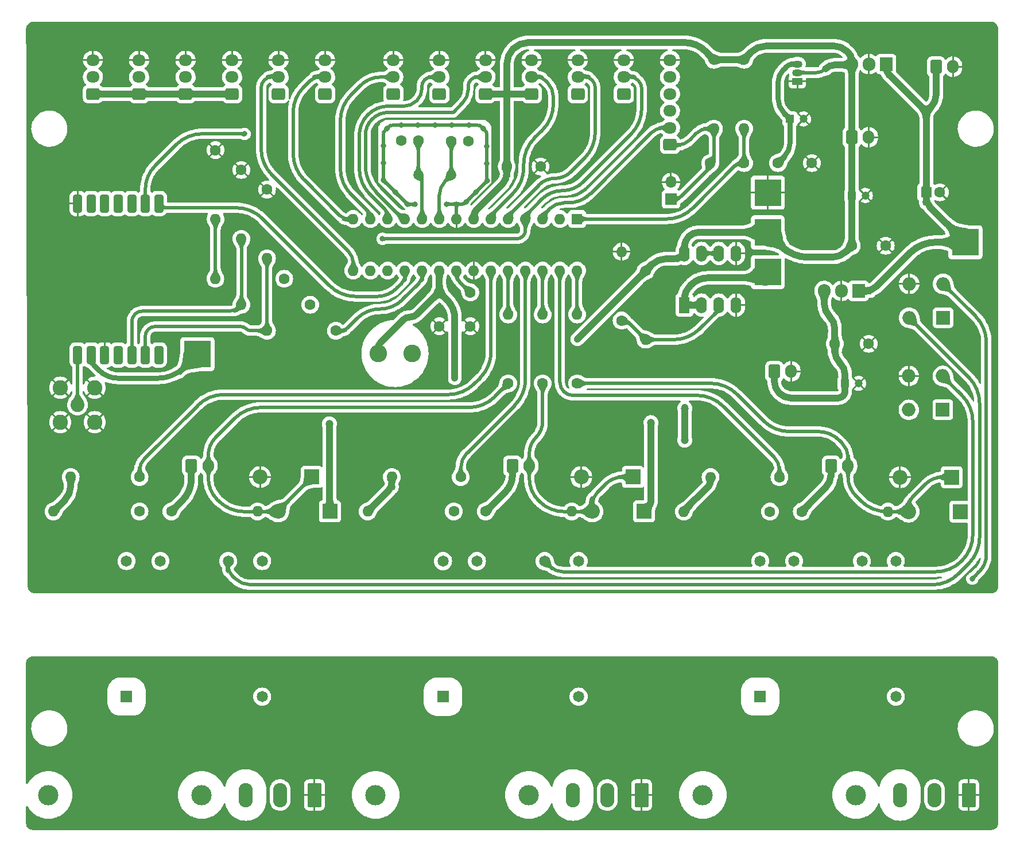
<source format=gbr>
%TF.GenerationSoftware,KiCad,Pcbnew,(6.0.7)*%
%TF.CreationDate,2022-08-20T21:34:52+02:00*%
%TF.ProjectId,3phaseDiverter-rounded,33706861-7365-4446-9976-65727465722d,1*%
%TF.SameCoordinates,Original*%
%TF.FileFunction,Copper,L1,Top*%
%TF.FilePolarity,Positive*%
%FSLAX46Y46*%
G04 Gerber Fmt 4.6, Leading zero omitted, Abs format (unit mm)*
G04 Created by KiCad (PCBNEW (6.0.7)) date 2022-08-20 21:34:52*
%MOMM*%
%LPD*%
G01*
G04 APERTURE LIST*
G04 Aperture macros list*
%AMRoundRect*
0 Rectangle with rounded corners*
0 $1 Rounding radius*
0 $2 $3 $4 $5 $6 $7 $8 $9 X,Y pos of 4 corners*
0 Add a 4 corners polygon primitive as box body*
4,1,4,$2,$3,$4,$5,$6,$7,$8,$9,$2,$3,0*
0 Add four circle primitives for the rounded corners*
1,1,$1+$1,$2,$3*
1,1,$1+$1,$4,$5*
1,1,$1+$1,$6,$7*
1,1,$1+$1,$8,$9*
0 Add four rect primitives between the rounded corners*
20,1,$1+$1,$2,$3,$4,$5,0*
20,1,$1+$1,$4,$5,$6,$7,0*
20,1,$1+$1,$6,$7,$8,$9,0*
20,1,$1+$1,$8,$9,$2,$3,0*%
G04 Aperture macros list end*
%TA.AperFunction,ComponentPad*%
%ADD10C,3.000000*%
%TD*%
%TA.AperFunction,ComponentPad*%
%ADD11RoundRect,0.250000X0.725000X-0.600000X0.725000X0.600000X-0.725000X0.600000X-0.725000X-0.600000X0*%
%TD*%
%TA.AperFunction,ComponentPad*%
%ADD12O,1.950000X1.700000*%
%TD*%
%TA.AperFunction,ComponentPad*%
%ADD13C,1.600000*%
%TD*%
%TA.AperFunction,ComponentPad*%
%ADD14R,4.000000X4.000000*%
%TD*%
%TA.AperFunction,ComponentPad*%
%ADD15R,1.200000X1.200000*%
%TD*%
%TA.AperFunction,ComponentPad*%
%ADD16C,1.200000*%
%TD*%
%TA.AperFunction,ComponentPad*%
%ADD17O,1.600000X1.600000*%
%TD*%
%TA.AperFunction,ComponentPad*%
%ADD18RoundRect,0.337500X-0.337500X1.012500X-0.337500X-1.012500X0.337500X-1.012500X0.337500X1.012500X0*%
%TD*%
%TA.AperFunction,ComponentPad*%
%ADD19R,1.600000X1.600000*%
%TD*%
%TA.AperFunction,ComponentPad*%
%ADD20R,2.200000X2.200000*%
%TD*%
%TA.AperFunction,ComponentPad*%
%ADD21O,2.200000X2.200000*%
%TD*%
%TA.AperFunction,ComponentPad*%
%ADD22R,2.000000X2.000000*%
%TD*%
%TA.AperFunction,ComponentPad*%
%ADD23O,2.000000X2.000000*%
%TD*%
%TA.AperFunction,ComponentPad*%
%ADD24R,1.500000X1.050000*%
%TD*%
%TA.AperFunction,ComponentPad*%
%ADD25O,1.500000X1.050000*%
%TD*%
%TA.AperFunction,ComponentPad*%
%ADD26C,1.500000*%
%TD*%
%TA.AperFunction,ComponentPad*%
%ADD27RoundRect,0.250000X-0.600000X-0.750000X0.600000X-0.750000X0.600000X0.750000X-0.600000X0.750000X0*%
%TD*%
%TA.AperFunction,ComponentPad*%
%ADD28O,1.700000X2.000000*%
%TD*%
%TA.AperFunction,ComponentPad*%
%ADD29R,1.651000X1.651000*%
%TD*%
%TA.AperFunction,ComponentPad*%
%ADD30C,1.651000*%
%TD*%
%TA.AperFunction,ComponentPad*%
%ADD31R,1.905000X2.000000*%
%TD*%
%TA.AperFunction,ComponentPad*%
%ADD32O,1.905000X2.000000*%
%TD*%
%TA.AperFunction,ComponentPad*%
%ADD33RoundRect,0.249999X0.790001X1.550001X-0.790001X1.550001X-0.790001X-1.550001X0.790001X-1.550001X0*%
%TD*%
%TA.AperFunction,ComponentPad*%
%ADD34O,2.080000X3.600000*%
%TD*%
%TA.AperFunction,ComponentPad*%
%ADD35R,1.700000X1.700000*%
%TD*%
%TA.AperFunction,ComponentPad*%
%ADD36O,1.700000X1.700000*%
%TD*%
%TA.AperFunction,ComponentPad*%
%ADD37R,1.600000X2.400000*%
%TD*%
%TA.AperFunction,ComponentPad*%
%ADD38O,1.600000X2.400000*%
%TD*%
%TA.AperFunction,ComponentPad*%
%ADD39C,2.600000*%
%TD*%
%TA.AperFunction,ComponentPad*%
%ADD40C,2.050000*%
%TD*%
%TA.AperFunction,ComponentPad*%
%ADD41C,2.250000*%
%TD*%
%TA.AperFunction,ViaPad*%
%ADD42C,0.800000*%
%TD*%
%TA.AperFunction,ViaPad*%
%ADD43C,1.200000*%
%TD*%
%TA.AperFunction,Conductor*%
%ADD44C,1.000000*%
%TD*%
%TA.AperFunction,Conductor*%
%ADD45C,0.550000*%
%TD*%
%TA.AperFunction,Conductor*%
%ADD46C,0.500000*%
%TD*%
%TA.AperFunction,Conductor*%
%ADD47C,0.750000*%
%TD*%
G04 APERTURE END LIST*
D10*
%TO.P,FS3,1*%
%TO.N,Net-(FS3-Pad1)*%
X115700000Y-130087500D03*
%TO.P,FS3,2*%
%TO.N,Net-(FS3-Pad2)*%
X138300000Y-130087500D03*
%TD*%
D11*
%TO.P,J0,1,DTR*%
%TO.N,Net-(C8-Pad2)*%
X110854000Y-34130000D03*
D12*
%TO.P,J0,2,RXI*%
%TO.N,TX*%
X110854000Y-31630000D03*
%TO.P,J0,3,TXO*%
%TO.N,RX*%
X110854000Y-29130000D03*
%TO.P,J0,4,VCC*%
%TO.N,unconnected-(J0-Pad4)*%
X110854000Y-26630000D03*
%TO.P,J0,5,CTS*%
%TO.N,unconnected-(J0-Pad5)*%
X110854000Y-24130000D03*
%TO.P,J0,6,GND*%
%TO.N,GND*%
X110854000Y-21630000D03*
%TD*%
D13*
%TO.P,C13,1*%
%TO.N,AVCC*%
X76835000Y-55920000D03*
%TO.P,C13,2*%
%TO.N,GND*%
X76835000Y-60920000D03*
%TD*%
D14*
%TO.P,TP3,1,1*%
%TO.N,GND*%
X125272800Y-41198800D03*
%TD*%
D15*
%TO.P,C2,1*%
%TO.N,VCC*%
X137668000Y-41605200D03*
D16*
%TO.P,C2,2*%
%TO.N,GND*%
X139668000Y-41605200D03*
%TD*%
D13*
%TO.P,R20,1*%
%TO.N,Net-(CT2-Pad2)*%
X92075000Y-69342000D03*
D17*
%TO.P,R20,2*%
%TO.N,A3*%
X92075000Y-59182000D03*
%TD*%
D11*
%TO.P,J4,1,Pin_1*%
%TO.N,VCC*%
X90445098Y-26630000D03*
D12*
%TO.P,J4,2,Pin_2*%
%TO.N,/D4*%
X90445098Y-24130000D03*
%TO.P,J4,3,Pin_3*%
%TO.N,GND*%
X90445098Y-21630000D03*
%TD*%
D18*
%TO.P,RF1,ANT,ANT*%
%TO.N,Net-(CN9-Pad1)*%
X23464520Y-65151000D03*
%TO.P,RF1,CLK,DI05/CLK*%
%TO.N,unconnected-(RF1-PadCLK)*%
X27465020Y-42799000D03*
%TO.P,RF1,FFIT,DI01/FFIT*%
%TO.N,unconnected-(RF1-PadFFIT)*%
X29464000Y-42799000D03*
%TO.P,RF1,FFS,DI02/FFS*%
%TO.N,unconnected-(RF1-PadFFS)*%
X31462980Y-42799000D03*
%TO.P,RF1,GND,GND*%
%TO.N,GND*%
X27465020Y-65151000D03*
%TO.P,RF1,GND1,GND1*%
X23464520Y-42799000D03*
%TO.P,RF1,IRQ,DIO0/IRQ*%
%TO.N,/D2*%
X33461960Y-42799000D03*
%TO.P,RF1,NINT,DI03/NINT*%
%TO.N,unconnected-(RF1-PadNINT)*%
X29464000Y-65151000D03*
%TO.P,RF1,RST,RST*%
%TO.N,unconnected-(RF1-PadRST)*%
X25466040Y-42799000D03*
%TO.P,RF1,SCK,SCK*%
%TO.N,Net-(R13-Pad2)*%
X33461960Y-65151000D03*
%TO.P,RF1,SDI,SDI*%
%TO.N,Net-(R14-Pad2)*%
X31462980Y-65151000D03*
%TO.P,RF1,SDO,SDO*%
%TO.N,/D12*%
X35463480Y-42799000D03*
%TO.P,RF1,SEL,SEL*%
%TO.N,Net-(R15-Pad2)*%
X35463480Y-65151000D03*
%TO.P,RF1,VDD,VDD*%
%TO.N,+3.3V*%
X25466040Y-65151000D03*
%TD*%
D19*
%TO.P,IC1,1,PC6/~{RESET}*%
%TO.N,RESET*%
X97155000Y-45085000D03*
D17*
%TO.P,IC1,2,RXD/PD0*%
%TO.N,RX*%
X94615000Y-45085000D03*
%TO.P,IC1,3,TXD/PD1*%
%TO.N,TX*%
X92075000Y-45085000D03*
%TO.P,IC1,4,INT0/PD2*%
%TO.N,/D2*%
X89535000Y-45085000D03*
%TO.P,IC1,5,INT1/PD3*%
%TO.N,/D3*%
X86995000Y-45085000D03*
%TO.P,IC1,6,XCK/T0/PD4*%
%TO.N,/D4*%
X84455000Y-45085000D03*
%TO.P,IC1,7,VCC*%
%TO.N,VCC*%
X81915000Y-45085000D03*
%TO.P,IC1,8,GND*%
%TO.N,GND*%
X79375000Y-45085000D03*
%TO.P,IC1,9,PB6/XTAL1/TOSC1*%
%TO.N,Net-(C9-Pad2)*%
X76835000Y-45085000D03*
%TO.P,IC1,10,PB7/XTAL2/TOSC*%
%TO.N,Net-(C10-Pad2)*%
X74295000Y-45085000D03*
%TO.P,IC1,11,T1/PD5*%
%TO.N,/D5*%
X71755000Y-45085000D03*
%TO.P,IC1,12,AIN0/PD6*%
%TO.N,/D6*%
X69215000Y-45085000D03*
%TO.P,IC1,13,AIN1/PD7*%
%TO.N,/D7*%
X66675000Y-45085000D03*
%TO.P,IC1,14,ICP/PB0*%
%TO.N,/D8*%
X64135000Y-45085000D03*
%TO.P,IC1,15,OC1A/PB1*%
%TO.N,/D9*%
X64135000Y-52705000D03*
%TO.P,IC1,16,SS/OC1B/PB2*%
%TO.N,/D10*%
X66675000Y-52705000D03*
%TO.P,IC1,17,MOSI/OC2/PB3*%
%TO.N,/D11*%
X69215000Y-52705000D03*
%TO.P,IC1,18,MISO/PB4*%
%TO.N,/D12*%
X71755000Y-52705000D03*
%TO.P,IC1,19,SCK/PB5*%
%TO.N,/D13*%
X74295000Y-52705000D03*
%TO.P,IC1,20,AVCC*%
%TO.N,AVCC*%
X76835000Y-52705000D03*
%TO.P,IC1,21,AREF*%
%TO.N,Net-(C7-Pad2)*%
X79375000Y-52705000D03*
%TO.P,IC1,22,AGND*%
%TO.N,GND*%
X81915000Y-52705000D03*
%TO.P,IC1,23,ADC0/PC0*%
%TO.N,A0*%
X84455000Y-52705000D03*
%TO.P,IC1,24,ADC1/PC1*%
%TO.N,A1*%
X86995000Y-52705000D03*
%TO.P,IC1,25,ADC2/PC2*%
%TO.N,A2*%
X89535000Y-52705000D03*
%TO.P,IC1,26,ADC3/PC3*%
%TO.N,A3*%
X92075000Y-52705000D03*
%TO.P,IC1,27,ADC4/SDA/PC4*%
%TO.N,A4*%
X94615000Y-52705000D03*
%TO.P,IC1,28,ADC5/SDL/PC5*%
%TO.N,A5*%
X97155000Y-52705000D03*
%TD*%
D10*
%TO.P,FS1,1*%
%TO.N,Net-(FS1-Pad1)*%
X19180000Y-130087500D03*
%TO.P,FS1,2*%
%TO.N,Net-(FS1-Pad2)*%
X41780000Y-130087500D03*
%TD*%
D20*
%TO.P,D6,1,K*%
%TO.N,Net-(CT3-Pad2)*%
X152400000Y-83185000D03*
D21*
%TO.P,D6,2,A*%
%TO.N,GND*%
X144780000Y-83185000D03*
%TD*%
D13*
%TO.P,R1,1*%
%TO.N,VCC*%
X121793000Y-21590000D03*
D17*
%TO.P,R1,2*%
%TO.N,RESET*%
X121793000Y-31750000D03*
%TD*%
D10*
%TO.P,FS2,1*%
%TO.N,Net-(FS2-Pad1)*%
X67440000Y-130087500D03*
%TO.P,FS2,2*%
%TO.N,Net-(FS2-Pad2)*%
X90040000Y-130087500D03*
%TD*%
D13*
%TO.P,R6,1*%
%TO.N,Net-(R6-Pad1)*%
X78968600Y-88239600D03*
D17*
%TO.P,R6,2*%
%TO.N,VREF*%
X66268600Y-88239600D03*
%TD*%
D11*
%TO.P,J6,1,Pin_1*%
%TO.N,VCC*%
X76839166Y-26630000D03*
D12*
%TO.P,J6,2,Pin_2*%
%TO.N,/D6*%
X76839166Y-24130000D03*
%TO.P,J6,3,Pin_3*%
%TO.N,GND*%
X76839166Y-21630000D03*
%TD*%
D14*
%TO.P,TP0,1,1*%
%TO.N,UnregDC+*%
X154432000Y-48514000D03*
%TD*%
D13*
%TO.P,C12,1*%
%TO.N,+5V*%
X135168000Y-63500000D03*
%TO.P,C12,2*%
%TO.N,GND*%
X140168000Y-63500000D03*
%TD*%
D22*
%TO.P,BR1,1,+*%
%TO.N,UnregDC+*%
X151090000Y-73239000D03*
D23*
%TO.P,BR1,2*%
%TO.N,Net-(BR1-Pad2)*%
X151090000Y-68239000D03*
%TO.P,BR1,3,-*%
%TO.N,GND*%
X146090000Y-68239000D03*
%TO.P,BR1,4*%
%TO.N,Net-(BR1-Pad4)*%
X146090000Y-73239000D03*
%TD*%
D13*
%TO.P,R19,1*%
%TO.N,Net-(CT1-Pad2)*%
X86995000Y-69342000D03*
D17*
%TO.P,R19,2*%
%TO.N,A1*%
X86995000Y-59182000D03*
%TD*%
D24*
%TO.P,VR2,1,GND*%
%TO.N,GND*%
X129646000Y-24765000D03*
D25*
%TO.P,VR2,2,VI*%
%TO.N,VCC*%
X129646000Y-23495000D03*
%TO.P,VR2,3,VO*%
%TO.N,+3.3V*%
X129646000Y-22225000D03*
%TD*%
D13*
%TO.P,R7,1*%
%TO.N,Net-(R7-Pad1)*%
X125603000Y-88265000D03*
D17*
%TO.P,R7,2*%
%TO.N,VREF*%
X112903000Y-88265000D03*
%TD*%
D26*
%TO.P,X1,1,1*%
%TO.N,Net-(C9-Pad2)*%
X78599200Y-38582600D03*
%TO.P,X1,2,2*%
%TO.N,Net-(C10-Pad2)*%
X73719200Y-38582600D03*
%TD*%
D13*
%TO.P,R10,1*%
%TO.N,VREF*%
X130302000Y-88265000D03*
D17*
%TO.P,R10,2*%
%TO.N,Net-(CT3-Pad2)*%
X143002000Y-88265000D03*
%TD*%
D27*
%TO.P,CT2,1,Pin_1*%
%TO.N,VREF*%
X87604600Y-81491600D03*
D28*
%TO.P,CT2,2,Pin_2*%
%TO.N,Net-(CT2-Pad2)*%
X90104600Y-81491600D03*
%TD*%
D13*
%TO.P,R4,1*%
%TO.N,A4*%
X127000000Y-83185000D03*
D17*
%TO.P,R4,2*%
%TO.N,VREF*%
X116840000Y-83185000D03*
%TD*%
D29*
%TO.P,TXFR3,1,1*%
%TO.N,Net-(FS3-Pad1)*%
X124162925Y-115562400D03*
D30*
%TO.P,TXFR3,5,5*%
%TO.N,Net-(JP2-Pad2)*%
X144162926Y-115562400D03*
%TO.P,TXFR3,6,6*%
%TO.N,Net-(BR2-Pad2)*%
X144162926Y-95562399D03*
%TO.P,TXFR3,7,7*%
%TO.N,Net-(BR1-Pad4)*%
X139162926Y-95562399D03*
%TO.P,TXFR3,9,9*%
%TO.N,A4*%
X129162925Y-95562399D03*
%TO.P,TXFR3,10,10*%
%TO.N,Net-(R7-Pad1)*%
X124162925Y-95562399D03*
%TD*%
D11*
%TO.P,J11,1,Pin_1*%
%TO.N,VCC*%
X39403800Y-26630000D03*
D12*
%TO.P,J11,2,Pin_2*%
%TO.N,/D11*%
X39403800Y-24130000D03*
%TO.P,J11,3,Pin_3*%
%TO.N,GND*%
X39403800Y-21630000D03*
%TD*%
D13*
%TO.P,R5,1*%
%TO.N,Net-(R5-Pad1)*%
X32613600Y-88239600D03*
D17*
%TO.P,R5,2*%
%TO.N,VREF*%
X19913600Y-88239600D03*
%TD*%
D31*
%TO.P,VR1,1,IN*%
%TO.N,UnregDC+*%
X142748000Y-22225000D03*
D32*
%TO.P,VR1,2,GND*%
%TO.N,GND*%
X140208000Y-22225000D03*
%TO.P,VR1,3,OUT*%
%TO.N,VCC*%
X137668000Y-22225000D03*
%TD*%
D13*
%TO.P,C6,1*%
%TO.N,GND*%
X91770200Y-37338000D03*
%TO.P,C6,2*%
%TO.N,VCC*%
X86770200Y-37338000D03*
%TD*%
D29*
%TO.P,TXFR2,1,1*%
%TO.N,Net-(FS2-Pad1)*%
X77376125Y-115570000D03*
D30*
%TO.P,TXFR2,5,5*%
%TO.N,Net-(JP1-Pad2)*%
X97376126Y-115570000D03*
%TO.P,TXFR2,6,6*%
%TO.N,Net-(BR2-Pad2)*%
X97376126Y-95569999D03*
%TO.P,TXFR2,7,7*%
%TO.N,Net-(BR1-Pad2)*%
X92376126Y-95569999D03*
%TO.P,TXFR2,9,9*%
%TO.N,A2*%
X82376125Y-95569999D03*
%TO.P,TXFR2,10,10*%
%TO.N,Net-(R6-Pad1)*%
X77376125Y-95569999D03*
%TD*%
D11*
%TO.P,J7,1,Pin_1*%
%TO.N,VCC*%
X70036200Y-26630000D03*
D12*
%TO.P,J7,2,Pin_2*%
%TO.N,/D7*%
X70036200Y-24130000D03*
%TO.P,J7,3,Pin_3*%
%TO.N,GND*%
X70036200Y-21630000D03*
%TD*%
D20*
%TO.P,D2,1,K*%
%TO.N,Net-(CT1-Pad2)*%
X58013600Y-83159600D03*
D21*
%TO.P,D2,2,A*%
%TO.N,GND*%
X50393600Y-83159600D03*
%TD*%
D11*
%TO.P,J10,1,Pin_1*%
%TO.N,VCC*%
X46261800Y-26630000D03*
D12*
%TO.P,J10,2,Pin_2*%
%TO.N,/D10*%
X46261800Y-24130000D03*
%TO.P,J10,3,Pin_3*%
%TO.N,GND*%
X46261800Y-21630000D03*
%TD*%
D14*
%TO.P,TP4,1,1*%
%TO.N,+3.3V*%
X41148000Y-65024000D03*
%TD*%
D33*
%TO.P,PWR1,1,PE*%
%TO.N,Earth*%
X58420000Y-130087500D03*
D34*
%TO.P,PWR1,2,N*%
%TO.N,Net-(JP1-Pad1)*%
X53340000Y-130087500D03*
%TO.P,PWR1,3,L*%
%TO.N,Net-(FS1-Pad2)*%
X48260000Y-130087500D03*
%TD*%
D11*
%TO.P,J13,1,Pin_1*%
%TO.N,VCC*%
X25738600Y-26630000D03*
D12*
%TO.P,J13,2,Pin_2*%
%TO.N,/D13*%
X25738600Y-24130000D03*
%TO.P,J13,3,Pin_3*%
%TO.N,GND*%
X25738600Y-21630000D03*
%TD*%
D13*
%TO.P,R17,1*%
%TO.N,GND*%
X47625000Y-37846000D03*
D17*
%TO.P,R17,2*%
%TO.N,Net-(R14-Pad2)*%
X47625000Y-48006000D03*
%TD*%
D20*
%TO.P,D4,1,K*%
%TO.N,Net-(CT2-Pad2)*%
X105384600Y-83159600D03*
D21*
%TO.P,D4,2,A*%
%TO.N,GND*%
X97764600Y-83159600D03*
%TD*%
D13*
%TO.P,C7,1*%
%TO.N,GND*%
X81407000Y-60920000D03*
%TO.P,C7,2*%
%TO.N,Net-(C7-Pad2)*%
X81407000Y-55920000D03*
%TD*%
%TO.P,R8,1*%
%TO.N,VREF*%
X37312600Y-88239600D03*
D17*
%TO.P,R8,2*%
%TO.N,Net-(CT1-Pad2)*%
X50012600Y-88239600D03*
%TD*%
D11*
%TO.P,J9,1,Pin_1*%
%TO.N,VCC*%
X53119800Y-26630000D03*
D12*
%TO.P,J9,2,Pin_2*%
%TO.N,/D9*%
X53119800Y-24130000D03*
%TO.P,J9,3,Pin_3*%
%TO.N,GND*%
X53119800Y-21630000D03*
%TD*%
D27*
%TO.P,J14,1,Pin_1*%
%TO.N,+5V*%
X126238000Y-67564000D03*
D28*
%TO.P,J14,2,Pin_2*%
%TO.N,GND*%
X128738000Y-67564000D03*
%TD*%
D15*
%TO.P,C11,1*%
%TO.N,+5V*%
X136695401Y-69342000D03*
D16*
%TO.P,C11,2*%
%TO.N,GND*%
X138695401Y-69342000D03*
%TD*%
D35*
%TO.P,J1,1,Pin_1*%
%TO.N,Net-(C8-Pad2)*%
X110998000Y-42164000D03*
D36*
%TO.P,J1,2,Pin_2*%
%TO.N,GND*%
X110998000Y-39624000D03*
%TD*%
D13*
%TO.P,R18,1*%
%TO.N,GND*%
X43815000Y-34925000D03*
D17*
%TO.P,R18,2*%
%TO.N,Net-(R15-Pad2)*%
X43815000Y-45085000D03*
%TD*%
D13*
%TO.P,R16,1*%
%TO.N,GND*%
X51409600Y-40741600D03*
D17*
%TO.P,R16,2*%
%TO.N,Net-(R13-Pad2)*%
X51409600Y-50901600D03*
%TD*%
D31*
%TO.P,VR3,1,IN*%
%TO.N,UnregDC+*%
X138684000Y-55697000D03*
D32*
%TO.P,VR3,2,GND*%
%TO.N,GND*%
X136144000Y-55697000D03*
%TO.P,VR3,3,OUT*%
%TO.N,+5V*%
X133604000Y-55697000D03*
%TD*%
D33*
%TO.P,PWR2,1,PE*%
%TO.N,Earth*%
X106680000Y-130087500D03*
D34*
%TO.P,PWR2,2,N*%
%TO.N,Net-(JP1-Pad2)*%
X101600000Y-130087500D03*
%TO.P,PWR2,3,L*%
%TO.N,Net-(FS2-Pad2)*%
X96520000Y-130087500D03*
%TD*%
D13*
%TO.P,C10,1*%
%TO.N,GND*%
X71219200Y-33528000D03*
%TO.P,C10,2*%
%TO.N,Net-(C10-Pad2)*%
X73719200Y-33528000D03*
%TD*%
D14*
%TO.P,TP1,1,1*%
%TO.N,VREF*%
X125272800Y-52933600D03*
%TD*%
D33*
%TO.P,PWR3,1,PE*%
%TO.N,Earth*%
X154940000Y-130087500D03*
D34*
%TO.P,PWR3,2,N*%
%TO.N,Net-(JP2-Pad2)*%
X149860000Y-130087500D03*
%TO.P,PWR3,3,L*%
%TO.N,Net-(FS3-Pad2)*%
X144780000Y-130087500D03*
%TD*%
D14*
%TO.P,TP2,1,1*%
%TO.N,VCC*%
X125272800Y-47066200D03*
%TD*%
D13*
%TO.P,R9,1*%
%TO.N,VREF*%
X83667600Y-88239600D03*
D17*
%TO.P,R9,2*%
%TO.N,Net-(CT2-Pad2)*%
X96367600Y-88239600D03*
%TD*%
D11*
%TO.P,J2,1,Pin_1*%
%TO.N,VCC*%
X104051030Y-26630000D03*
D12*
%TO.P,J2,2,Pin_2*%
%TO.N,/D2*%
X104051030Y-24130000D03*
%TO.P,J2,3,Pin_3*%
%TO.N,GND*%
X104051030Y-21630000D03*
%TD*%
D13*
%TO.P,R22,1*%
%TO.N,VCC*%
X117348000Y-21590000D03*
D17*
%TO.P,R22,2*%
%TO.N,Net-(C8-Pad2)*%
X117348000Y-31750000D03*
%TD*%
D20*
%TO.P,D5,1,K*%
%TO.N,AVCC*%
X153670000Y-88265000D03*
D21*
%TO.P,D5,2,A*%
%TO.N,Net-(CT3-Pad2)*%
X146050000Y-88265000D03*
%TD*%
D27*
%TO.P,J30,1,Pin_1*%
%TO.N,VCC*%
X137668000Y-33020000D03*
D28*
%TO.P,J30,2,Pin_2*%
%TO.N,GND*%
X140168000Y-33020000D03*
%TD*%
D20*
%TO.P,D1,1,K*%
%TO.N,AVCC*%
X60680600Y-88239600D03*
D21*
%TO.P,D1,2,A*%
%TO.N,Net-(CT1-Pad2)*%
X53060600Y-88239600D03*
%TD*%
D37*
%TO.P,IC2,1*%
%TO.N,VREF*%
X112989200Y-57775000D03*
D38*
%TO.P,IC2,2,-*%
X115529200Y-57775000D03*
%TO.P,IC2,3,+*%
%TO.N,Net-(IC2-Pad3)*%
X118069200Y-57775000D03*
%TO.P,IC2,4,V-*%
%TO.N,GND*%
X120609200Y-57775000D03*
%TO.P,IC2,5,+*%
X120609200Y-50155000D03*
%TO.P,IC2,6,-*%
%TO.N,Net-(IC2-Pad6)*%
X118069200Y-50155000D03*
%TO.P,IC2,7*%
X115529200Y-50155000D03*
%TO.P,IC2,8,V+*%
%TO.N,VCC*%
X112989200Y-50155000D03*
%TD*%
D13*
%TO.P,C4,1*%
%TO.N,VCC*%
X137668000Y-49022000D03*
%TO.P,C4,2*%
%TO.N,GND*%
X142668000Y-49022000D03*
%TD*%
D27*
%TO.P,J20,1,Pin_1*%
%TO.N,UnregDC+*%
X150109000Y-22606000D03*
D28*
%TO.P,J20,2,Pin_2*%
%TO.N,GND*%
X152609000Y-22606000D03*
%TD*%
D11*
%TO.P,J3,1,Pin_1*%
%TO.N,VCC*%
X97248064Y-26630000D03*
D12*
%TO.P,J3,2,Pin_2*%
%TO.N,/D3*%
X97248064Y-24130000D03*
%TO.P,J3,3,Pin_3*%
%TO.N,GND*%
X97248064Y-21630000D03*
%TD*%
D27*
%TO.P,CT3,1,Pin_1*%
%TO.N,VREF*%
X134620000Y-81517000D03*
D28*
%TO.P,CT3,2,Pin_2*%
%TO.N,Net-(CT3-Pad2)*%
X137120000Y-81517000D03*
%TD*%
D13*
%TO.P,R14,1*%
%TO.N,/D11*%
X57785000Y-57734200D03*
D17*
%TO.P,R14,2*%
%TO.N,Net-(R14-Pad2)*%
X47625000Y-57734200D03*
%TD*%
D13*
%TO.P,R2,1*%
%TO.N,A0*%
X32613600Y-83159600D03*
D17*
%TO.P,R2,2*%
%TO.N,VREF*%
X22453600Y-83159600D03*
%TD*%
D19*
%TO.P,C1,1*%
%TO.N,UnregDC+*%
X148650888Y-41148000D03*
D13*
%TO.P,C1,2*%
%TO.N,GND*%
X150650888Y-41148000D03*
%TD*%
D29*
%TO.P,TXFR1,1,1*%
%TO.N,Net-(FS1-Pad1)*%
X30690925Y-115562400D03*
D30*
%TO.P,TXFR1,5,5*%
%TO.N,Net-(JP1-Pad1)*%
X50690926Y-115562400D03*
%TO.P,TXFR1,6,6*%
%TO.N,Net-(BR2-Pad2)*%
X50690926Y-95562399D03*
%TO.P,TXFR1,7,7*%
%TO.N,Net-(BR2-Pad4)*%
X45690926Y-95562399D03*
%TO.P,TXFR1,9,9*%
%TO.N,A0*%
X35690925Y-95562399D03*
%TO.P,TXFR1,10,10*%
%TO.N,Net-(R5-Pad1)*%
X30690925Y-95562399D03*
%TD*%
D13*
%TO.P,R11,1*%
%TO.N,Net-(IC2-Pad3)*%
X103708200Y-60071000D03*
D17*
%TO.P,R11,2*%
%TO.N,GND*%
X103708200Y-49911000D03*
%TD*%
D11*
%TO.P,J5,1,Pin_1*%
%TO.N,VCC*%
X83642132Y-26630000D03*
D12*
%TO.P,J5,2,Pin_2*%
%TO.N,/D5*%
X83642132Y-24130000D03*
%TO.P,J5,3,Pin_3*%
%TO.N,GND*%
X83642132Y-21630000D03*
%TD*%
D11*
%TO.P,J12,1,Pin_1*%
%TO.N,VCC*%
X32545800Y-26630000D03*
D12*
%TO.P,J12,2,Pin_2*%
%TO.N,/D12*%
X32545800Y-24130000D03*
%TO.P,J12,3,Pin_3*%
%TO.N,GND*%
X32545800Y-21630000D03*
%TD*%
D13*
%TO.P,C5,1*%
%TO.N,+3.3V*%
X126786000Y-36830000D03*
%TO.P,C5,2*%
%TO.N,GND*%
X131786000Y-36830000D03*
%TD*%
D15*
%TO.P,C3,1*%
%TO.N,+3.3V*%
X128567401Y-30327600D03*
D16*
%TO.P,C3,2*%
%TO.N,GND*%
X130567401Y-30327600D03*
%TD*%
D39*
%TO.P,L1,1,1*%
%TO.N,VCC*%
X72794253Y-64897000D03*
%TO.P,L1,2,2*%
%TO.N,AVCC*%
X67794253Y-64897000D03*
%TD*%
D13*
%TO.P,R12,1*%
%TO.N,VCC*%
X107264200Y-52730400D03*
D17*
%TO.P,R12,2*%
%TO.N,Net-(IC2-Pad3)*%
X107264200Y-62890400D03*
%TD*%
D11*
%TO.P,J8,1,Pin_1*%
%TO.N,VCC*%
X59977800Y-26630000D03*
D12*
%TO.P,J8,2,Pin_2*%
%TO.N,/D8*%
X59977800Y-24130000D03*
%TO.P,J8,3,Pin_3*%
%TO.N,GND*%
X59977800Y-21630000D03*
%TD*%
D13*
%TO.P,R13,1*%
%TO.N,/D13*%
X61569600Y-61569600D03*
D17*
%TO.P,R13,2*%
%TO.N,Net-(R13-Pad2)*%
X51409600Y-61569600D03*
%TD*%
D13*
%TO.P,C9,1*%
%TO.N,GND*%
X81099200Y-33604200D03*
%TO.P,C9,2*%
%TO.N,Net-(C9-Pad2)*%
X78599200Y-33604200D03*
%TD*%
D27*
%TO.P,CT1,1,Pin_1*%
%TO.N,VREF*%
X40253600Y-81491600D03*
D28*
%TO.P,CT1,2,Pin_2*%
%TO.N,Net-(CT1-Pad2)*%
X42753600Y-81491600D03*
%TD*%
D13*
%TO.P,C8,1*%
%TO.N,RESET*%
X121793000Y-36830000D03*
%TO.P,C8,2*%
%TO.N,Net-(C8-Pad2)*%
X116793000Y-36830000D03*
%TD*%
D22*
%TO.P,BR2,1,+*%
%TO.N,UnregDC+*%
X151130000Y-59650000D03*
D23*
%TO.P,BR2,2*%
%TO.N,Net-(BR2-Pad2)*%
X151130000Y-54650000D03*
%TO.P,BR2,3,-*%
%TO.N,GND*%
X146130000Y-54650000D03*
%TO.P,BR2,4*%
%TO.N,Net-(BR2-Pad4)*%
X146130000Y-59650000D03*
%TD*%
D40*
%TO.P,CN9,1,1*%
%TO.N,Net-(CN9-Pad1)*%
X23464520Y-72517000D03*
D41*
%TO.P,CN9,2,2*%
%TO.N,GND*%
X20924520Y-69977000D03*
X26004520Y-69977000D03*
X26004520Y-75057000D03*
X20924520Y-75057000D03*
%TD*%
D13*
%TO.P,R3,1*%
%TO.N,A2*%
X79984600Y-83159600D03*
D17*
%TO.P,R3,2*%
%TO.N,VREF*%
X69824600Y-83159600D03*
%TD*%
D13*
%TO.P,R15,1*%
%TO.N,/D10*%
X53949600Y-53898800D03*
D17*
%TO.P,R15,2*%
%TO.N,Net-(R15-Pad2)*%
X43789600Y-53898800D03*
%TD*%
D20*
%TO.P,D3,1,K*%
%TO.N,AVCC*%
X107035600Y-88239600D03*
D21*
%TO.P,D3,2,A*%
%TO.N,Net-(CT2-Pad2)*%
X99415600Y-88239600D03*
%TD*%
D13*
%TO.P,R21,1*%
%TO.N,Net-(CT3-Pad2)*%
X97155000Y-69342000D03*
D17*
%TO.P,R21,2*%
%TO.N,A5*%
X97155000Y-59182000D03*
%TD*%
D42*
%TO.N,Net-(BR2-Pad2)*%
X155448000Y-98171000D03*
%TO.N,VCC*%
X97180400Y-62839600D03*
%TO.N,GND*%
X83312000Y-31750000D03*
X72136000Y-42926000D03*
X73702332Y-31242000D03*
X63500000Y-35102800D03*
X83820000Y-34323866D03*
X82194400Y-41173400D03*
X71204666Y-31242000D03*
X68580000Y-36830000D03*
X79349600Y-42875200D03*
X76199998Y-31242000D03*
X81195330Y-31242000D03*
X80772000Y-42595800D03*
X68580000Y-34290000D03*
X78697664Y-31242000D03*
X89484200Y-31394400D03*
X83210400Y-28752800D03*
X70358000Y-41148000D03*
X83870800Y-39471600D03*
X83820000Y-36897732D03*
X69088000Y-31750000D03*
X68580000Y-39370000D03*
X73245500Y-42926000D03*
X58902600Y-35153600D03*
X77884500Y-42900600D03*
D43*
%TO.N,VREF*%
X113030000Y-73025000D03*
X113030000Y-77724000D03*
D42*
%TO.N,/D2*%
X48107600Y-32537400D03*
X68453000Y-48006000D03*
%TO.N,AVCC*%
X79121000Y-68580000D03*
D43*
X108051600Y-75133200D03*
X60604400Y-75311000D03*
%TD*%
D44*
%TO.N,+5V*%
X135900567Y-66304557D02*
G75*
G02*
X135168000Y-64536000I1768533J1768557D01*
G01*
X135167993Y-61343915D02*
G75*
G03*
X134385999Y-59456001I-2669893J15D01*
G01*
X126961886Y-70777114D02*
G75*
G02*
X126238000Y-69029450I1747614J1747614D01*
G01*
X135624019Y-71501007D02*
G75*
G03*
X136381600Y-71187199I-19J1071407D01*
G01*
X136695385Y-68179436D02*
G75*
G03*
X135931700Y-66335700I-2607385J36D01*
G01*
X128709549Y-71501021D02*
G75*
G02*
X126961900Y-70777100I51J2471621D01*
G01*
X136381595Y-71187194D02*
G75*
G03*
X136695401Y-70429618I-757595J757594D01*
G01*
X134385996Y-59456004D02*
G75*
G02*
X133604000Y-57568084I1887904J1887904D01*
G01*
%TO.N,VREF*%
X116471813Y-84594594D02*
G75*
G03*
X116840000Y-83705700I-888913J888894D01*
G01*
X38907632Y-86644587D02*
G75*
G03*
X40253600Y-83395100I-3249532J3249487D01*
G01*
X83680300Y-88239587D02*
G75*
G03*
X83701979Y-88230618I0J30687D01*
G01*
X21555585Y-86597636D02*
G75*
G03*
X22453600Y-84429600I-2168085J2168036D01*
G01*
X130302011Y-88252300D02*
G75*
G02*
X130310980Y-88230619I30689J0D01*
G01*
X113979800Y-57775000D02*
G75*
G02*
X112989200Y-56784400I0J990600D01*
G01*
X123841903Y-53771801D02*
G75*
G03*
X124853700Y-53352700I-3J1430901D01*
G01*
X114000209Y-54782809D02*
G75*
G02*
X116440969Y-53771800I2440791J-2440791D01*
G01*
X86601774Y-85330811D02*
G75*
G03*
X87604600Y-82909800I-2420974J2421011D01*
G01*
X133769844Y-84771753D02*
G75*
G03*
X134620000Y-82719300I-2052444J2052453D01*
G01*
X69285778Y-85222409D02*
G75*
G03*
X69824600Y-83921600I-1300778J1300809D01*
G01*
X112989194Y-56784400D02*
G75*
G02*
X113689659Y-55093340I2391506J0D01*
G01*
%TO.N,VCC*%
X112552408Y-50515608D02*
G75*
G03*
X112989200Y-49461071I-1054508J1054508D01*
G01*
X122745489Y-20510489D02*
G75*
G02*
X125045038Y-19558000I2299511J-2299511D01*
G01*
X133794493Y-22923493D02*
G75*
G02*
X135174223Y-22352000I1379707J-1379707D01*
G01*
X135066369Y-19558013D02*
G75*
G02*
X136906000Y-20320000I31J-2601587D01*
G01*
X137668007Y-21717000D02*
G75*
G03*
X137218987Y-20632987I-1533007J0D01*
G01*
X121729500Y-21590000D02*
G75*
G03*
X121793000Y-21526500I0J63500D01*
G01*
X113011948Y-19049980D02*
G75*
G02*
X116078000Y-20320000I-48J-4336120D01*
G01*
X87718895Y-19977095D02*
G75*
G02*
X89957117Y-19050000I2238205J-2238205D01*
G01*
X86766876Y-26630010D02*
G75*
G02*
X86784500Y-26637300I24J-24890D01*
G01*
X86799093Y-26637293D02*
G75*
G02*
X86816723Y-26630000I17607J-17607D01*
G01*
X86781000Y-37348800D02*
G75*
G02*
X86781000Y-37327200I10800J10800D01*
G01*
X108153189Y-51841389D02*
G75*
G02*
X110299435Y-50952400I2146211J-2146211D01*
G01*
X86784507Y-26637293D02*
G75*
G02*
X86791800Y-26654923I-17607J-17607D01*
G01*
X86791810Y-26654923D02*
G75*
G02*
X86799100Y-26637300I24890J23D01*
G01*
X86799141Y-26637341D02*
G75*
G02*
X86791800Y-26634276I-3041J3041D01*
G01*
X86791742Y-26634276D02*
G75*
G02*
X86784500Y-26637300I-4242J-24D01*
G01*
X121792999Y-21526500D02*
G75*
G02*
X121837901Y-21418098I153301J0D01*
G01*
X86791810Y-37374873D02*
G75*
G03*
X86780999Y-37348801I-36910J-27D01*
G01*
X86780992Y-37327192D02*
G75*
G03*
X86791800Y-37301126I-26092J26092D01*
G01*
X81914988Y-44615100D02*
G75*
G02*
X82247269Y-43812930I1134412J0D01*
G01*
X131184363Y-50723810D02*
G75*
G02*
X127336608Y-49130006I37J5441610D01*
G01*
X111497871Y-50952388D02*
G75*
G03*
X112552400Y-50515600I29J1491288D01*
G01*
X113619213Y-47670813D02*
G75*
G02*
X115140154Y-47040800I1520987J-1520987D01*
G01*
D45*
X132414776Y-23494990D02*
G75*
G03*
X133794500Y-22923500I24J1951190D01*
G01*
D44*
X86791808Y-22215317D02*
G75*
G02*
X87718901Y-19977101I3165292J17D01*
G01*
X97180411Y-62826900D02*
G75*
G02*
X97189380Y-62805219I30689J0D01*
G01*
X134762845Y-50723818D02*
G75*
G03*
X136817099Y-49872899I-45J2905218D01*
G01*
X86116932Y-39943257D02*
G75*
G03*
X86791800Y-38314000I-1629232J1629257D01*
G01*
X112989189Y-49189800D02*
G75*
G02*
X113617817Y-47672182I2146211J0D01*
G01*
%TO.N,AVCC*%
X60667912Y-88226888D02*
G75*
G02*
X60655200Y-88196239I30688J30688D01*
G01*
X72505126Y-59563005D02*
G75*
G03*
X73568868Y-59122381I-26J1504405D01*
G01*
X107553995Y-87721206D02*
G75*
G03*
X108072389Y-86469690I-1251495J1251506D01*
G01*
D46*
X76748712Y-55942534D02*
G75*
G02*
X76803126Y-55920000I54388J-54366D01*
G01*
D44*
X60655191Y-75397721D02*
G75*
G03*
X60629800Y-75336400I-86691J21D01*
G01*
X79120951Y-59782446D02*
G75*
G03*
X77978000Y-57023000I-3902451J46D01*
G01*
X67794229Y-64273873D02*
G75*
G02*
X68234869Y-63210129I1504371J-27D01*
G01*
X108072396Y-75168689D02*
G75*
G03*
X108061993Y-75143595I-35496J-11D01*
G01*
X71441362Y-60003595D02*
G75*
G02*
X72505126Y-59563000I1063738J-1063805D01*
G01*
D47*
%TO.N,+3.3V*%
X126789415Y-24967636D02*
G75*
G02*
X127592700Y-23028299I2742585J36D01*
G01*
X127678412Y-35937610D02*
G75*
G03*
X128567401Y-33791363I-2146212J2146210D01*
G01*
X127678391Y-29438610D02*
G75*
G02*
X126789401Y-27292364I2146209J2146210D01*
G01*
X29445049Y-68580038D02*
G75*
G02*
X26631465Y-67414575I51J3979038D01*
G01*
X25854287Y-66637411D02*
G75*
G02*
X25466040Y-65700075I937313J937311D01*
G01*
X127954055Y-22666938D02*
G75*
G02*
X129021000Y-22225000I1066945J-1066962D01*
G01*
X35338036Y-68580010D02*
G75*
G03*
X39185792Y-66986207I-36J5441610D01*
G01*
X126791101Y-36824898D02*
X126787700Y-36828299D01*
D46*
%TO.N,RESET*%
X110344236Y-45085010D02*
G75*
G03*
X114191992Y-43491207I-36J5441610D01*
G01*
X120520939Y-37162278D02*
G75*
G02*
X121323100Y-36830000I802161J-802122D01*
G01*
%TO.N,Net-(R15-Pad2)*%
X43802288Y-53886088D02*
G75*
G03*
X43815000Y-53855439I-30688J30688D01*
G01*
%TO.N,Net-(R14-Pad2)*%
X47129694Y-58153294D02*
G75*
G03*
X47650400Y-56896218I-1257094J1257094D01*
G01*
X45872618Y-58674007D02*
G75*
G03*
X47129699Y-58153299I-18J1777807D01*
G01*
X31924004Y-59135024D02*
G75*
G02*
X33036966Y-58674000I1112996J-1112976D01*
G01*
X31462981Y-60247986D02*
G75*
G02*
X31923990Y-59135010I1574019J-14D01*
G01*
%TO.N,Net-(R13-Pad2)*%
X49046652Y-61569649D02*
G75*
G02*
X48310800Y-61264800I48J1040649D01*
G01*
X33461935Y-62364880D02*
G75*
G02*
X33873440Y-61371480I1404865J-20D01*
G01*
X33873416Y-61371456D02*
G75*
G02*
X34866840Y-60960000I993384J-993444D01*
G01*
X47574947Y-60959951D02*
G75*
G02*
X48310800Y-61264800I-47J-1040649D01*
G01*
%TO.N,Net-(IC2-Pad3)*%
X117826726Y-58703259D02*
G75*
G03*
X118069200Y-58117900I-585326J585359D01*
G01*
X104076500Y-60070984D02*
G75*
G02*
X104705227Y-60331427I0J-889116D01*
G01*
X111385636Y-62890410D02*
G75*
G03*
X115233392Y-61296607I-36J5441610D01*
G01*
%TO.N,A4*%
X96566223Y-71119990D02*
G75*
G02*
X95186500Y-70548500I-23J1951190D01*
G01*
X114840036Y-71119990D02*
G75*
G02*
X118687791Y-72713793I-36J-5441610D01*
G01*
X127000012Y-82105500D02*
G75*
G03*
X126236677Y-80262679I-2606112J0D01*
G01*
X95186493Y-70548507D02*
G75*
G02*
X94615000Y-69168776I1379707J1379707D01*
G01*
%TO.N,A2*%
X79984590Y-81851500D02*
G75*
G02*
X80909566Y-79618433I3158010J0D01*
G01*
X87941200Y-72586785D02*
G75*
G03*
X89535000Y-68739036I-3847800J3847785D01*
G01*
%TO.N,A0*%
X78137036Y-70993009D02*
G75*
G03*
X81984792Y-69399206I-36J5441609D01*
G01*
X32613593Y-82169000D02*
G75*
G02*
X33314059Y-80477939I2391507J0D01*
G01*
X82861200Y-68522785D02*
G75*
G03*
X84455000Y-64675036I-3847800J3847785D01*
G01*
X41205236Y-72586821D02*
G75*
G02*
X45052963Y-70993000I3847764J-3847679D01*
G01*
%TO.N,/D13*%
X73801080Y-54595909D02*
G75*
G03*
X74295000Y-53403500I-1192380J1192409D01*
G01*
X64698856Y-59761135D02*
G75*
G02*
X68059300Y-58369200I3360444J-3360465D01*
G01*
X68059300Y-58369193D02*
G75*
G03*
X71419739Y-56977260I0J4752393D01*
G01*
X62230000Y-61569583D02*
G75*
G03*
X63357373Y-61102626I0J1594383D01*
G01*
%TO.N,/D12*%
X71261080Y-54595909D02*
G75*
G03*
X71755000Y-53403500I-1192380J1192409D01*
G01*
X67635751Y-56515021D02*
G75*
G03*
X70548500Y-55308500I-51J4119321D01*
G01*
X64483963Y-56515010D02*
G75*
G02*
X60636208Y-54921206I37J5441610D01*
G01*
X46895036Y-43433990D02*
G75*
G02*
X50742791Y-45027793I-36J-5441610D01*
G01*
X36547492Y-43434008D02*
G75*
G02*
X35780981Y-43116499I8J1084008D01*
G01*
%TO.N,/D9*%
X52139790Y-38576194D02*
G75*
G02*
X50546000Y-34728436I3847760J3847754D01*
G01*
X64134995Y-51638200D02*
G75*
G03*
X63380658Y-49817058I-2575495J0D01*
G01*
X50545992Y-25690978D02*
G75*
G02*
X51003201Y-24587201I1561008J-22D01*
G01*
X51003206Y-24587206D02*
G75*
G02*
X52106978Y-24130000I1103794J-1103794D01*
G01*
%TO.N,/D8*%
X56864190Y-39287394D02*
G75*
G02*
X55270400Y-35439636I3847760J3847754D01*
G01*
X63398400Y-45085002D02*
G75*
G02*
X62140946Y-44564144I0J1778302D01*
G01*
X57731708Y-24716681D02*
G75*
G02*
X59148100Y-24130000I1416392J-1416419D01*
G01*
X55270385Y-29333261D02*
G75*
G02*
X56794401Y-25654001I5203315J-39D01*
G01*
%TO.N,/D7*%
X65177208Y-25399180D02*
G75*
G02*
X68241300Y-24130000I3064092J-3064120D01*
G01*
X63823790Y-41471794D02*
G75*
G02*
X62230000Y-37624036I3847760J3847754D01*
G01*
X62229960Y-30600363D02*
G75*
G02*
X63823793Y-26752608I5441540J-37D01*
G01*
X66611536Y-44596050D02*
G75*
G03*
X66373523Y-44021523I-812536J-50D01*
G01*
%TO.N,/D6*%
X73570673Y-27546712D02*
G75*
G03*
X74244200Y-25920700I-1625973J1626012D01*
G01*
X74244199Y-25560896D02*
G75*
G02*
X74663300Y-24549100I1430901J-4D01*
G01*
X69215006Y-44577000D02*
G75*
G03*
X68855789Y-43709789I-1226406J0D01*
G01*
X66617790Y-41471794D02*
G75*
G02*
X65024000Y-37624036I3847760J3847754D01*
G01*
X66293985Y-29692585D02*
G75*
G02*
X69360051Y-28422600I3066015J-3066015D01*
G01*
X65024022Y-32758651D02*
G75*
G02*
X66294001Y-29692601I4335978J51D01*
G01*
X71599208Y-28422603D02*
G75*
G03*
X73469500Y-27647900I-8J2645003D01*
G01*
X74663301Y-24549101D02*
G75*
G02*
X75675096Y-24130000I1011799J-1011799D01*
G01*
%TO.N,/D5*%
X81076816Y-25517536D02*
G75*
G02*
X81483201Y-24536401I1387484J36D01*
G01*
X65924004Y-32730508D02*
G75*
G02*
X66910496Y-30348896I3368096J8D01*
G01*
X71629396Y-45085013D02*
G75*
G02*
X71414976Y-44996184I4J303213D01*
G01*
X81483189Y-24536389D02*
G75*
G02*
X82464336Y-24130000I981111J-981111D01*
G01*
X67517794Y-41098998D02*
G75*
G02*
X65924000Y-37251244I3847756J3847758D01*
G01*
X80304497Y-27899502D02*
G75*
G03*
X81076800Y-26035000I-1864497J1864502D01*
G01*
X66910494Y-30348894D02*
G75*
G02*
X69292108Y-29362400I2381606J-2381606D01*
G01*
%TO.N,/D4*%
X87687200Y-41319385D02*
G75*
G03*
X89281000Y-37471636I-3847800J3847785D01*
G01*
X92055999Y-31946785D02*
G75*
G03*
X93649800Y-28099036I-3847799J3847785D01*
G01*
X89280960Y-36975763D02*
G75*
G02*
X90874793Y-33128008I5441540J-37D01*
G01*
X84455008Y-44818300D02*
G75*
G02*
X84643585Y-44363014I643892J0D01*
G01*
X91202900Y-24129992D02*
G75*
G02*
X92474864Y-24656866I0J-1798808D01*
G01*
X93649818Y-27035154D02*
G75*
G03*
X92798899Y-24980901I-2905218J-46D01*
G01*
%TO.N,/D3*%
X93878400Y-39090586D02*
G75*
G03*
X96263228Y-38102771I0J3372686D01*
G01*
X98228200Y-36137785D02*
G75*
G03*
X99822000Y-32290036I-3847800J3847785D01*
G01*
X91493562Y-40078419D02*
G75*
G02*
X93878400Y-39090600I2384838J-2384881D01*
G01*
X98261021Y-24129992D02*
G75*
G02*
X99364799Y-24587201I-21J-1561008D01*
G01*
X86994997Y-44831000D02*
G75*
G02*
X87174606Y-44397395I613203J0D01*
G01*
X99822008Y-25690978D02*
G75*
G03*
X99364799Y-24587201I-1561008J-22D01*
G01*
%TO.N,/D2*%
X48064239Y-32511984D02*
G75*
G02*
X48094900Y-32524700I-39J-43416D01*
G01*
X88234184Y-48005993D02*
G75*
G03*
X89154000Y-47625000I16J1300793D01*
G01*
X89154005Y-47625005D02*
G75*
G03*
X89535000Y-46705184I-919805J919805D01*
G01*
X104945579Y-24130009D02*
G75*
G02*
X106172000Y-24638000I21J-1734391D01*
G01*
X106679991Y-25864420D02*
G75*
G03*
X106172000Y-24638000I-1734391J20D01*
G01*
X91960758Y-42151230D02*
G75*
G02*
X94996000Y-40894000I3035242J-3035270D01*
G01*
X94996000Y-40893991D02*
G75*
G03*
X98031235Y-39636764I0J4292491D01*
G01*
X33461966Y-40736520D02*
G75*
G02*
X34920353Y-37215646I4979234J20D01*
G01*
X38030236Y-34105821D02*
G75*
G02*
X41877963Y-32512000I3847764J-3847679D01*
G01*
X89534997Y-44831000D02*
G75*
G02*
X89714606Y-44397395I613203J0D01*
G01*
X105086200Y-32581785D02*
G75*
G03*
X106680000Y-28734036I-3847800J3847785D01*
G01*
X89535000Y-44831000D02*
X89535000Y-45339000D01*
%TO.N,TX*%
X95859600Y-42697392D02*
G75*
G03*
X99111638Y-41350361I0J4599092D01*
G01*
X108117109Y-32344878D02*
G75*
G02*
X109843000Y-31630000I1725891J-1725922D01*
G01*
X93014806Y-43637206D02*
G75*
G02*
X95283677Y-42697400I2268894J-2268894D01*
G01*
X92074997Y-44831000D02*
G75*
G02*
X92254606Y-44397395I613203J0D01*
G01*
%TO.N,Net-(CT3-Pad2)*%
X142842963Y-88265010D02*
G75*
G02*
X138995208Y-86671206I37J5441610D01*
G01*
X148575371Y-84184030D02*
G75*
G02*
X150987183Y-83185000I2411829J-2411770D01*
G01*
X145272183Y-88265000D02*
G75*
G03*
X146050000Y-87487183I17J777800D01*
G01*
X116872036Y-69341990D02*
G75*
G02*
X120719791Y-70935793I-36J-5441610D01*
G01*
X146049983Y-87487183D02*
G75*
G02*
X146599999Y-86159366I1877817J-17D01*
G01*
X132715664Y-76454015D02*
G75*
G02*
X135830000Y-77744000I36J-4404285D01*
G01*
X128491963Y-76454010D02*
G75*
G02*
X124644208Y-74860206I37J5441610D01*
G01*
X138279302Y-85955300D02*
G75*
G02*
X137120000Y-83156500I2798798J2798800D01*
G01*
X137119984Y-80275500D02*
G75*
G03*
X136242126Y-78156126I-2997284J0D01*
G01*
%TO.N,Net-(CT2-Pad2)*%
X91443509Y-86617503D02*
G75*
G02*
X90104600Y-83385100I3232391J3232403D01*
G01*
X91089795Y-77312195D02*
G75*
G03*
X92075000Y-74933716I-2378495J2378495D01*
G01*
X95202703Y-88264998D02*
G75*
G02*
X91597800Y-86771800I-3J5098098D01*
G01*
X90104594Y-79690683D02*
G75*
G02*
X91089801Y-77312201I3363706J-17D01*
G01*
X101327738Y-84219278D02*
G75*
G02*
X103886000Y-83159600I2558262J-2558222D01*
G01*
X99415605Y-87198200D02*
G75*
G02*
X100169942Y-85377059I2575495J0D01*
G01*
%TO.N,Net-(CT1-Pad2)*%
X57995635Y-83228356D02*
G75*
G03*
X58013600Y-83185000I-43335J43356D01*
G01*
X44054687Y-86472665D02*
G75*
G02*
X42753600Y-83331600I3141013J3141065D01*
G01*
X48034364Y-88265014D02*
G75*
G02*
X44300301Y-86718299I36J5280814D01*
G01*
X81185036Y-72898010D02*
G75*
G03*
X85032792Y-71304207I-36J5441610D01*
G01*
X42753605Y-79948000D02*
G75*
G02*
X43845089Y-77312909I3726595J0D01*
G01*
X53060605Y-88201500D02*
G75*
G02*
X53087540Y-88136459I91995J0D01*
G01*
X46666236Y-74491821D02*
G75*
G02*
X50513963Y-72898000I3847764J-3847679D01*
G01*
X53017239Y-88265016D02*
G75*
G03*
X53047900Y-88252300I-39J43416D01*
G01*
X53047888Y-88252288D02*
G75*
G03*
X53060600Y-88221639I-30688J30688D01*
G01*
%TO.N,Net-(C10-Pad2)*%
X74007085Y-38870515D02*
G75*
G02*
X73719200Y-38175447I695015J695015D01*
G01*
X74295019Y-39565552D02*
G75*
G03*
X74007099Y-38870501I-983019J-48D01*
G01*
%TO.N,Net-(C9-Pad2)*%
X76834991Y-41594277D02*
G75*
G02*
X77717100Y-39464700I3011709J-23D01*
G01*
%TO.N,Net-(C8-Pad2)*%
X114769488Y-32423527D02*
G75*
G02*
X116395500Y-31750000I1626012J-1625973D01*
G01*
X117070534Y-36552534D02*
G75*
G03*
X117348000Y-35882555I-670034J669934D01*
G01*
X116582630Y-37635359D02*
G75*
G03*
X116793000Y-37127500I-507830J507859D01*
G01*
X111928500Y-34189991D02*
G75*
G03*
X113762786Y-33430213I0J2594091D01*
G01*
X116792991Y-37127500D02*
G75*
G02*
X117003364Y-36619635I718209J0D01*
G01*
X111526000Y-42164000D02*
G75*
G03*
X112427352Y-41790647I0J1274700D01*
G01*
%TO.N,Net-(C7-Pad2)*%
X79793255Y-54306251D02*
G75*
G02*
X79375000Y-53296500I1009745J1009751D01*
G01*
%TO.N,GND*%
X77897212Y-42887912D02*
G75*
G02*
X77927860Y-42875200I30688J-30688D01*
G01*
X83819995Y-32617210D02*
G75*
G03*
X83565999Y-32004001I-867195J10D01*
G01*
X83861828Y-39505989D02*
G75*
G03*
X83870800Y-39484300I-21728J21689D01*
G01*
X73202139Y-42925984D02*
G75*
G02*
X73232800Y-42938700I-39J-43416D01*
G01*
X80295034Y-42875214D02*
G75*
G03*
X80632300Y-42735500I-34J477014D01*
G01*
X82444789Y-31242005D02*
G75*
G02*
X83057999Y-31496001I11J-867195D01*
G01*
X83845394Y-39446206D02*
G75*
G02*
X83820000Y-39384878I61306J61306D01*
G01*
X68580005Y-32617210D02*
G75*
G02*
X68834001Y-32004001I867195J10D01*
G01*
X79362300Y-42875200D02*
G75*
G02*
X79375000Y-42887900I0J-12700D01*
G01*
X79375000Y-42887900D02*
G75*
G02*
X79387700Y-42875200I12700J0D01*
G01*
X69341997Y-31495997D02*
G75*
G02*
X69955210Y-31242000I613203J-613203D01*
G01*
X79362300Y-42875200D02*
X79387700Y-42875200D01*
X69024500Y-39814500D02*
X69913500Y-40703500D01*
X70802500Y-41592500D02*
X71691500Y-42481500D01*
%TO.N,Net-(BR2-Pad4)*%
X154925237Y-95925138D02*
G75*
G03*
X156519022Y-92077373I-3847737J3847738D01*
G01*
X149536395Y-99059981D02*
G75*
G03*
X153384151Y-97466207I5J5441581D01*
G01*
X48960378Y-99060001D02*
G75*
G02*
X46648526Y-98102399I22J3269501D01*
G01*
X156519040Y-72292985D02*
G75*
G03*
X154925229Y-68445229I-5441540J-15D01*
G01*
X46250398Y-97704251D02*
G75*
G02*
X45690926Y-96353599I1350602J1350651D01*
G01*
%TO.N,Net-(BR2-Pad2)*%
X156483279Y-97135746D02*
G75*
G03*
X157518533Y-94636379I-2499379J2499346D01*
G01*
X157518540Y-63292496D02*
G75*
G03*
X155924740Y-59444740I-5441540J-4D01*
G01*
%TO.N,Net-(BR1-Pad2)*%
X153925729Y-95511130D02*
G75*
G03*
X155519511Y-91663362I-3847729J3847730D01*
G01*
X155519540Y-74969474D02*
G75*
G03*
X153925718Y-71121718I-5441540J-26D01*
G01*
X150037863Y-97144994D02*
G75*
G03*
X153885618Y-95551216I37J5441494D01*
G01*
X95064837Y-97144983D02*
G75*
G02*
X93163632Y-96357503I-37J2688683D01*
G01*
D44*
%TO.N,UnregDC+*%
X147921854Y-28541810D02*
G75*
G02*
X148650888Y-30301928I-1760154J-1760090D01*
G01*
X148650897Y-30301928D02*
G75*
G02*
X149379944Y-28541832I2489103J28D01*
G01*
X149379944Y-28541832D02*
G75*
G02*
X147921832Y-28541832I-729056J729059D01*
G01*
X146234236Y-50107821D02*
G75*
G02*
X150081963Y-48514000I3847764J-3847679D01*
G01*
X149379936Y-28541824D02*
G75*
G03*
X150109000Y-26781735I-1760136J1760124D01*
G01*
X143152116Y-23772106D02*
G75*
G02*
X142748000Y-22796500I975584J975606D01*
G01*
X149211256Y-43293204D02*
G75*
G02*
X148650888Y-41940444I1352744J1352804D01*
G01*
X139664500Y-55697009D02*
G75*
G03*
X141338317Y-55003680I0J2367109D01*
G01*
D47*
%TO.N,+3.3V*%
X126789401Y-24967636D02*
X126789401Y-27292364D01*
X128567401Y-30327600D02*
X127678401Y-29438600D01*
X128567401Y-30327600D02*
X128567401Y-33791363D01*
X127678400Y-35937598D02*
X126791101Y-36824898D01*
D46*
X126787700Y-36828299D02*
X126786000Y-36830000D01*
D47*
X127592700Y-23028299D02*
X127954058Y-22666941D01*
X129021000Y-22225000D02*
X129646000Y-22225000D01*
D45*
%TO.N,VCC*%
X132414776Y-23495000D02*
X129646000Y-23495000D01*
D44*
%TO.N,UnregDC+*%
X150109000Y-26781735D02*
X150109000Y-22606000D01*
X148650888Y-30301928D02*
X148650888Y-41148000D01*
X139664500Y-55697000D02*
X138684000Y-55697000D01*
X148650888Y-41940444D02*
X148650888Y-41148000D01*
X146234207Y-50107792D02*
X141338318Y-55003681D01*
X147921832Y-28541832D02*
X143152111Y-23772111D01*
X154432000Y-48514000D02*
X149211230Y-43293230D01*
X142748000Y-22796500D02*
X142748000Y-22225000D01*
X150081963Y-48514000D02*
X154432000Y-48514000D01*
D46*
%TO.N,Net-(BR1-Pad2)*%
X153925717Y-95511118D02*
X153885619Y-95551217D01*
X93163631Y-96357504D02*
X92376126Y-95569999D01*
X150037863Y-97145010D02*
X95064837Y-97145010D01*
X155519511Y-91663362D02*
X155519511Y-74969474D01*
X153925718Y-71121718D02*
X151090000Y-68286000D01*
%TO.N,Net-(BR2-Pad2)*%
X155924740Y-59444740D02*
X151130000Y-54650000D01*
X155448000Y-98171000D02*
X156483266Y-97135733D01*
X157518533Y-94636379D02*
X157518533Y-63292496D01*
%TO.N,Net-(BR2-Pad4)*%
X46648526Y-98102399D02*
X46250388Y-97704261D01*
X149536395Y-99060000D02*
X48960378Y-99060000D01*
X154925229Y-68445229D02*
X146130000Y-59650000D01*
X45690926Y-96353599D02*
X45690926Y-95562399D01*
X154925228Y-95925129D02*
X153384151Y-97466207D01*
X156519022Y-92077373D02*
X156519022Y-72292985D01*
D44*
%TO.N,VCC*%
X107264200Y-52730400D02*
X97189380Y-62805219D01*
X127336607Y-49130007D02*
X125272800Y-47066200D01*
X137668000Y-33020000D02*
X137668000Y-22352000D01*
X107264200Y-52730400D02*
X108153200Y-51841400D01*
X81915000Y-44615100D02*
X81915000Y-45085000D01*
X113619199Y-47670799D02*
X113617817Y-47672182D01*
X86791800Y-26634276D02*
X86791800Y-22215317D01*
X86816723Y-26630000D02*
X90445098Y-26630000D01*
X137668000Y-21717000D02*
X137668000Y-22352000D01*
X32545800Y-26630000D02*
X25738600Y-26630000D01*
X86791800Y-26654923D02*
X86791800Y-37301126D01*
X86791800Y-37374873D02*
X86791800Y-38314000D01*
X115140154Y-47040800D02*
X125260100Y-47040800D01*
X110299435Y-50952400D02*
X111497871Y-50952400D01*
X136817100Y-49872900D02*
X137668000Y-49022000D01*
X116078000Y-20320000D02*
X117348000Y-21590000D01*
X125045038Y-19558000D02*
X135066369Y-19558000D01*
X135174223Y-22352000D02*
X137668000Y-22352000D01*
X122745499Y-20510499D02*
X121837901Y-21418098D01*
X137668000Y-41605200D02*
X137668000Y-49022000D01*
X32545800Y-26630000D02*
X39403800Y-26630000D01*
X39403800Y-26630000D02*
X46261800Y-26630000D01*
X137668000Y-33020000D02*
X137668000Y-41605200D01*
X131184363Y-50723800D02*
X134762845Y-50723800D01*
X97180400Y-62839600D02*
X97180400Y-62826900D01*
X82247269Y-43812930D02*
X86116937Y-39943262D01*
X136906000Y-20320000D02*
X137218987Y-20632987D01*
X113011948Y-19050000D02*
X89957117Y-19050000D01*
X112989200Y-49461071D02*
X112989200Y-49189800D01*
X121729500Y-21590000D02*
X117348000Y-21590000D01*
X86766876Y-26630000D02*
X83642132Y-26630000D01*
D46*
%TO.N,GND*%
X72136000Y-42926000D02*
X71691500Y-42481500D01*
X70358000Y-41148000D02*
X70802500Y-41592500D01*
X69088000Y-31750000D02*
X68834000Y-32004000D01*
X73202139Y-42926000D02*
X72136000Y-42926000D01*
X83820000Y-32617210D02*
X83820000Y-39384878D01*
X68580000Y-39370000D02*
X69024500Y-39814500D01*
X79375000Y-42887900D02*
X79375000Y-45085000D01*
X83845400Y-39446200D02*
X83870800Y-39471600D01*
X68580000Y-39370000D02*
X68580000Y-32617210D01*
X79349600Y-42875200D02*
X79362300Y-42875200D01*
X80295034Y-42875200D02*
X79387700Y-42875200D01*
X77927860Y-42875200D02*
X79349600Y-42875200D01*
X73232800Y-42938700D02*
X73245500Y-42951400D01*
X82444789Y-31242000D02*
X69955210Y-31242000D01*
X83861819Y-39505980D02*
X82194400Y-41173400D01*
X83566000Y-32004000D02*
X83312000Y-31750000D01*
X80772000Y-42595800D02*
X80632300Y-42735500D01*
X77897200Y-42887900D02*
X77884500Y-42900600D01*
X83870800Y-39484300D02*
X83870800Y-39471600D01*
X83312000Y-31750000D02*
X83058000Y-31496000D01*
X69088000Y-31750000D02*
X69342000Y-31496000D01*
X80772000Y-42595800D02*
X82194400Y-41173400D01*
X70358000Y-41148000D02*
X69913500Y-40703500D01*
%TO.N,Net-(C7-Pad2)*%
X79375000Y-53296500D02*
X79375000Y-52705000D01*
X79793253Y-54306253D02*
X81407000Y-55920000D01*
%TO.N,Net-(C8-Pad2)*%
X111526000Y-42164000D02*
X110998000Y-42164000D01*
X116582635Y-37635364D02*
X112427352Y-41790647D01*
X114769480Y-32423519D02*
X113762786Y-33430213D01*
X117348000Y-35882555D02*
X117348000Y-31750000D01*
X117070499Y-36552499D02*
X117003364Y-36619635D01*
X116395500Y-31750000D02*
X117348000Y-31750000D01*
X111928500Y-34190000D02*
X110854000Y-34190000D01*
%TO.N,Net-(C9-Pad2)*%
X76835000Y-41594277D02*
X76835000Y-45085000D01*
X78599200Y-38582600D02*
X78599200Y-33604200D01*
X77717100Y-39464700D02*
X78599200Y-38582600D01*
%TO.N,Net-(C10-Pad2)*%
X74295000Y-39565552D02*
X74295000Y-45085000D01*
X73719200Y-38175447D02*
X73719200Y-33528000D01*
%TO.N,Net-(CN9-Pad1)*%
X23464520Y-72517000D02*
X23464520Y-65151000D01*
D44*
%TO.N,VREF*%
X69285784Y-85222415D02*
X66268600Y-88239600D01*
X113030000Y-77724000D02*
X113030000Y-72898000D01*
X113979800Y-57775000D02*
X115529200Y-57775000D01*
X38907622Y-86644577D02*
X37312600Y-88239600D01*
X114000199Y-54782799D02*
X113689659Y-55093340D01*
X124853700Y-53352700D02*
X125272800Y-52933600D01*
X87604600Y-82909800D02*
X87604600Y-81491600D01*
X130310980Y-88230619D02*
X133769845Y-84771754D01*
X40253600Y-83395100D02*
X40253600Y-81491600D01*
X134620000Y-82719300D02*
X134620000Y-81517000D01*
X130302000Y-88252300D02*
X130302000Y-88265000D01*
X116471809Y-84594590D02*
X112903000Y-88163400D01*
X21555574Y-86597625D02*
X19913600Y-88239600D01*
X83680300Y-88239600D02*
X83667600Y-88239600D01*
X116840000Y-83705700D02*
X116840000Y-83185000D01*
X22453600Y-84429600D02*
X22453600Y-83159600D01*
X83701980Y-88230619D02*
X86601781Y-85330818D01*
X69824600Y-83921600D02*
X69824600Y-83159600D01*
X123841903Y-53771800D02*
X116440969Y-53771800D01*
D46*
%TO.N,Net-(CT1-Pad2)*%
X57995639Y-83228360D02*
X53087540Y-88136459D01*
X53060600Y-88201500D02*
X53060600Y-88221639D01*
X44054676Y-86472676D02*
X44300300Y-86718300D01*
X42753600Y-81491600D02*
X42753600Y-83331600D01*
X58013600Y-83185000D02*
X58013600Y-83159600D01*
X42753600Y-81491600D02*
X42753600Y-79948000D01*
X81185036Y-72898000D02*
X50513963Y-72898000D01*
X85032792Y-71304207D02*
X86995000Y-69342000D01*
X48034364Y-88265000D02*
X53017239Y-88265000D01*
X43845089Y-77312909D02*
X46666207Y-74491792D01*
%TO.N,Net-(CT2-Pad2)*%
X90104600Y-79690683D02*
X90104600Y-81491600D01*
X92075000Y-74933716D02*
X92075000Y-69342000D01*
X91443506Y-86617506D02*
X91597800Y-86771800D01*
X103886000Y-83159600D02*
X105384600Y-83159600D01*
X99415600Y-87198200D02*
X99415600Y-88265000D01*
X95202703Y-88265000D02*
X99415600Y-88265000D01*
X90104600Y-83385100D02*
X90104600Y-81491600D01*
X101327729Y-84219269D02*
X100169941Y-85377058D01*
%TO.N,Net-(CT3-Pad2)*%
X116872036Y-69342000D02*
X97155000Y-69342000D01*
X137120000Y-81517000D02*
X137120000Y-83156500D01*
X132715664Y-76454000D02*
X128491963Y-76454000D01*
X120719792Y-70935792D02*
X124644207Y-74860207D01*
X135830000Y-77744000D02*
X136242126Y-78156126D01*
X138995207Y-86671207D02*
X138279301Y-85955301D01*
X150987183Y-83185000D02*
X152400000Y-83185000D01*
X148575353Y-84184012D02*
X146599999Y-86159366D01*
X142842963Y-88265000D02*
X145272183Y-88265000D01*
X137120000Y-81517000D02*
X137120000Y-80275500D01*
%TO.N,TX*%
X99111638Y-41350361D02*
X108117115Y-32344884D01*
X93014799Y-43637199D02*
X92254605Y-44397394D01*
X92075000Y-44831000D02*
X92075000Y-45085000D01*
X109843000Y-31630000D02*
X110854000Y-31630000D01*
X95859600Y-42697400D02*
X95283677Y-42697400D01*
%TO.N,/D2*%
X104945579Y-24130000D02*
X104123000Y-24130000D01*
X98031235Y-39636764D02*
X105086207Y-32581792D01*
X106680000Y-25864420D02*
X106680000Y-28734036D01*
X48064239Y-32512000D02*
X41877963Y-32512000D01*
X33461960Y-40736520D02*
X33461960Y-42799000D01*
X88234184Y-48006000D02*
X68453000Y-48006000D01*
X89535000Y-46705184D02*
X89535000Y-45339000D01*
X91960763Y-42151235D02*
X89714605Y-44397394D01*
X34920353Y-37215646D02*
X38030207Y-34105792D01*
X48094900Y-32524700D02*
X48107600Y-32537400D01*
%TO.N,/D3*%
X99822000Y-32290036D02*
X99822000Y-25690978D01*
X96263228Y-38102771D02*
X98228207Y-36137792D01*
X98261021Y-24130000D02*
X97265000Y-24130000D01*
X86995000Y-44831000D02*
X86995000Y-45085000D01*
X91493571Y-40078428D02*
X87174605Y-44397394D01*
%TO.N,/D4*%
X92474865Y-24656865D02*
X92798900Y-24980900D01*
X92056006Y-31946792D02*
X90874792Y-33128007D01*
X84455000Y-44818300D02*
X84455000Y-45085000D01*
X91202900Y-24130000D02*
X90457800Y-24130000D01*
X89281000Y-37471636D02*
X89281000Y-36975763D01*
X93649800Y-28099036D02*
X93649800Y-27035154D01*
X87687207Y-41319392D02*
X84643585Y-44363014D01*
%TO.N,/D5*%
X82464336Y-24130000D02*
X83642132Y-24130000D01*
X71629396Y-45085000D02*
X71755000Y-45085000D01*
X80304497Y-27899502D02*
X78881400Y-29322600D01*
X71414976Y-44996184D02*
X67517792Y-41099000D01*
X65924000Y-32730508D02*
X65924000Y-37251244D01*
X81076800Y-25517536D02*
X81076800Y-26035000D01*
X69292108Y-29362400D02*
X78867000Y-29362400D01*
%TO.N,/D6*%
X69360051Y-28422600D02*
X71599208Y-28422600D01*
X68855789Y-43709789D02*
X66617792Y-41471792D01*
X73570680Y-27546719D02*
X73469500Y-27647900D01*
X74244200Y-25920700D02*
X74244200Y-25560896D01*
X69215000Y-44577000D02*
X69215000Y-45085000D01*
X65024000Y-37624036D02*
X65024000Y-32758651D01*
X75675096Y-24130000D02*
X76860400Y-24130000D01*
%TO.N,/D7*%
X65177213Y-25399185D02*
X63823792Y-26752607D01*
X66611500Y-44596050D02*
X66611500Y-44932600D01*
X66675000Y-45085000D02*
X66675000Y-44932600D01*
X63823792Y-41471792D02*
X66373523Y-44021523D01*
X68241300Y-24130000D02*
X70036200Y-24130000D01*
X62230000Y-37624036D02*
X62230000Y-30600363D01*
%TO.N,/D8*%
X59148100Y-24130000D02*
X59977800Y-24130000D01*
X56864192Y-39287392D02*
X62140945Y-44564145D01*
X57731713Y-24716686D02*
X56794400Y-25654000D01*
X55270400Y-35439636D02*
X55270400Y-29333261D01*
X63398400Y-45085000D02*
X64135000Y-45085000D01*
%TO.N,/D9*%
X52139792Y-38576192D02*
X63380658Y-49817058D01*
X64135000Y-51638200D02*
X64135000Y-52705000D01*
X50546000Y-34728436D02*
X50546000Y-25690978D01*
X52106978Y-24130000D02*
X53119800Y-24130000D01*
%TO.N,/D12*%
X71261085Y-54595914D02*
X70548500Y-55308500D01*
X46895036Y-43434000D02*
X36547492Y-43434000D01*
X60636207Y-54921207D02*
X50742792Y-45027792D01*
X35780980Y-43116500D02*
X35463480Y-42799000D01*
X71755000Y-53403500D02*
X71755000Y-52705000D01*
X67635751Y-56515000D02*
X64483963Y-56515000D01*
%TO.N,/D13*%
X62230000Y-61569600D02*
X61569600Y-61569600D01*
X74295000Y-53403500D02*
X74295000Y-52705000D01*
X64698860Y-59761139D02*
X63357373Y-61102626D01*
X73801085Y-54595914D02*
X71419739Y-56977260D01*
%TO.N,A0*%
X32613600Y-82169000D02*
X32613600Y-83159600D01*
X78137036Y-70993000D02*
X45052963Y-70993000D01*
X81984792Y-69399206D02*
X82861207Y-68522792D01*
X33314059Y-80477939D02*
X41205207Y-72586792D01*
X84455000Y-64675036D02*
X84455000Y-52705000D01*
%TO.N,A1*%
X86995000Y-52705000D02*
X86995000Y-59182000D01*
%TO.N,A2*%
X89535000Y-68739036D02*
X89535000Y-52705000D01*
X80909566Y-79618433D02*
X87941207Y-72586792D01*
X79984600Y-81851500D02*
X79984600Y-83159600D01*
%TO.N,A3*%
X92075000Y-52705000D02*
X92075000Y-59055000D01*
%TO.N,A4*%
X127000000Y-82105500D02*
X127000000Y-83185000D01*
X94615000Y-69168776D02*
X94615000Y-52705000D01*
X96566223Y-71120000D02*
X114840036Y-71120000D01*
X118687792Y-72713792D02*
X126236678Y-80262678D01*
%TO.N,A5*%
X97155000Y-59182000D02*
X97155000Y-52705000D01*
%TO.N,Net-(IC2-Pad3)*%
X117826733Y-58703266D02*
X115233392Y-61296607D01*
X104076500Y-60071000D02*
X103708200Y-60071000D01*
X104705227Y-60331427D02*
X107264200Y-62890400D01*
X111385636Y-62890400D02*
X107264200Y-62890400D01*
X118069200Y-58117900D02*
X118069200Y-57775000D01*
%TO.N,Net-(R13-Pad2)*%
X51409600Y-61569600D02*
X51409600Y-50901600D01*
X34866840Y-60960000D02*
X47574947Y-60960000D01*
X33461960Y-62364880D02*
X33461960Y-65151000D01*
X51409600Y-61569600D02*
X49046652Y-61569600D01*
%TO.N,Net-(R14-Pad2)*%
X45872618Y-58674000D02*
X33036966Y-58674000D01*
X47650400Y-56896218D02*
X47650400Y-48031400D01*
X31462980Y-60247986D02*
X31462980Y-65151000D01*
%TO.N,Net-(R15-Pad2)*%
X43815000Y-53855439D02*
X43815000Y-45085000D01*
X43802300Y-53886100D02*
X43789600Y-53898800D01*
%TO.N,Net-(IC2-Pad6)*%
X115529200Y-50155000D02*
X118069200Y-50155000D01*
%TO.N,RESET*%
X121793000Y-36830000D02*
X121793000Y-31750000D01*
X114191992Y-43491207D02*
X120520930Y-37162269D01*
X110344236Y-45085000D02*
X97155000Y-45085000D01*
X121323100Y-36830000D02*
X121793000Y-36830000D01*
D44*
%TO.N,+5V*%
X136695401Y-69342000D02*
X136695401Y-70429618D01*
X135168000Y-64536000D02*
X135168000Y-63500000D01*
X135624019Y-71501000D02*
X128709549Y-71501000D01*
X135168000Y-61343915D02*
X135168000Y-63500000D01*
X136695401Y-68179436D02*
X136695401Y-69342000D01*
X133604000Y-57568084D02*
X133604000Y-55697000D01*
X135900562Y-66304562D02*
X135931700Y-66335700D01*
X126238000Y-69029450D02*
X126238000Y-67564000D01*
D47*
%TO.N,+3.3V*%
X26631465Y-67414575D02*
X25854294Y-66637404D01*
X25466040Y-65700075D02*
X25466040Y-65151000D01*
X29445049Y-68580000D02*
X35338036Y-68580000D01*
X39185792Y-66986207D02*
X41148000Y-65024000D01*
D44*
%TO.N,AVCC*%
X60667900Y-88226900D02*
X60680600Y-88239600D01*
X67794253Y-64273873D02*
X67794253Y-64897000D01*
X76835000Y-55880000D02*
X77978000Y-57023000D01*
X76835000Y-55880000D02*
X76835000Y-52705000D01*
X79121000Y-68580000D02*
X79121000Y-59782446D01*
X73568869Y-59122382D02*
X76748715Y-55942537D01*
X60655200Y-88196239D02*
X60655200Y-75397721D01*
X108051600Y-75133200D02*
X108061994Y-75143594D01*
X68234869Y-63210129D02*
X71441383Y-60003616D01*
X60604400Y-75311000D02*
X60629800Y-75336400D01*
X108072389Y-86469690D02*
X108072389Y-75168689D01*
X107553994Y-87721205D02*
X107035600Y-88239600D01*
D46*
X76803126Y-55920000D02*
X76835000Y-55920000D01*
%TD*%
%TA.AperFunction,Conductor*%
%TO.N,VCC*%
G36*
X126226281Y-46391557D02*
G01*
X127153571Y-46409685D01*
X127161775Y-46413273D01*
X127164524Y-46417939D01*
X127282415Y-46800751D01*
X127282617Y-46801494D01*
X127365502Y-47150857D01*
X127365613Y-47151376D01*
X127425846Y-47468684D01*
X127425871Y-47468819D01*
X127478142Y-47762958D01*
X127478158Y-47763032D01*
X127537074Y-48042368D01*
X127537077Y-48042381D01*
X127537122Y-48042593D01*
X127617521Y-48316575D01*
X127734060Y-48593805D01*
X127901458Y-48883185D01*
X128134434Y-49193617D01*
X128134628Y-49193828D01*
X128134629Y-49193829D01*
X128440107Y-49525743D01*
X128443188Y-49534151D01*
X128439771Y-49541939D01*
X127748539Y-50233171D01*
X127740266Y-50236598D01*
X127732343Y-50233507D01*
X127400429Y-49928029D01*
X127400428Y-49928028D01*
X127400217Y-49927834D01*
X127089785Y-49694858D01*
X126800405Y-49527460D01*
X126800072Y-49527320D01*
X126800068Y-49527318D01*
X126703761Y-49486834D01*
X126523175Y-49410921D01*
X126522863Y-49410830D01*
X126522859Y-49410828D01*
X126397933Y-49374169D01*
X126249193Y-49330522D01*
X126248981Y-49330477D01*
X126248968Y-49330474D01*
X126086696Y-49296249D01*
X125969558Y-49271542D01*
X125837692Y-49248108D01*
X125675419Y-49219271D01*
X125675284Y-49219246D01*
X125539069Y-49193389D01*
X125357959Y-49159009D01*
X125357474Y-49158906D01*
X125008092Y-49076016D01*
X125007351Y-49075815D01*
X124624539Y-48957924D01*
X124617641Y-48952214D01*
X124616285Y-48946971D01*
X124610402Y-48646077D01*
X124565694Y-46359094D01*
X126226281Y-46391557D01*
G37*
%TD.AperFunction*%
%TD*%
%TA.AperFunction,Conductor*%
%TO.N,+3.3V*%
G36*
X127999381Y-29229182D02*
G01*
X128084957Y-29314047D01*
X128168193Y-29394256D01*
X128243419Y-29463171D01*
X128313238Y-29522356D01*
X128380251Y-29573378D01*
X128380396Y-29573474D01*
X128380401Y-29573478D01*
X128446880Y-29617683D01*
X128446893Y-29617691D01*
X128447060Y-29617802D01*
X128516269Y-29657193D01*
X128516439Y-29657275D01*
X128516446Y-29657279D01*
X128551202Y-29674105D01*
X128590477Y-29693118D01*
X128672289Y-29727142D01*
X128672392Y-29727180D01*
X128672403Y-29727184D01*
X128756786Y-29758077D01*
X128763377Y-29764139D01*
X128764462Y-29768835D01*
X128773037Y-30207454D01*
X128779533Y-30539732D01*
X128087910Y-30526211D01*
X128068093Y-30525824D01*
X128008636Y-30524661D01*
X128000432Y-30521073D01*
X127997878Y-30516985D01*
X127966985Y-30432602D01*
X127966981Y-30432591D01*
X127966943Y-30432488D01*
X127932919Y-30350676D01*
X127896994Y-30276468D01*
X127857603Y-30207259D01*
X127857492Y-30207092D01*
X127857484Y-30207079D01*
X127813279Y-30140600D01*
X127813275Y-30140595D01*
X127813179Y-30140450D01*
X127762157Y-30073437D01*
X127702972Y-30003618D01*
X127634057Y-29928392D01*
X127553848Y-29845156D01*
X127468983Y-29759580D01*
X127465591Y-29751293D01*
X127469018Y-29743069D01*
X127982870Y-29229217D01*
X127991143Y-29225790D01*
X127999381Y-29229182D01*
G37*
%TD.AperFunction*%
%TD*%
%TA.AperFunction,Conductor*%
%TO.N,+3.3V*%
G36*
X129101851Y-30583362D02*
G01*
X129105116Y-30591700D01*
X129104031Y-30596395D01*
X129066156Y-30678019D01*
X129032365Y-30759927D01*
X129005294Y-30837803D01*
X128984210Y-30914595D01*
X128968381Y-30993249D01*
X128957074Y-31076712D01*
X128949555Y-31167932D01*
X128945092Y-31269855D01*
X128945090Y-31269958D01*
X128945089Y-31269995D01*
X128942951Y-31385428D01*
X128942449Y-31505949D01*
X128938988Y-31514208D01*
X128930749Y-31517600D01*
X128204052Y-31517600D01*
X128195779Y-31514173D01*
X128192352Y-31505949D01*
X128191850Y-31385428D01*
X128189712Y-31269995D01*
X128189711Y-31269958D01*
X128189709Y-31269855D01*
X128185246Y-31167932D01*
X128177727Y-31076712D01*
X128166420Y-30993249D01*
X128150591Y-30914595D01*
X128129507Y-30837803D01*
X128102436Y-30759927D01*
X128068645Y-30678019D01*
X128030771Y-30596396D01*
X128030397Y-30587449D01*
X128032950Y-30583363D01*
X128567401Y-30027600D01*
X129101851Y-30583362D01*
G37*
%TD.AperFunction*%
%TD*%
%TA.AperFunction,Conductor*%
%TO.N,+3.3V*%
G36*
X127656649Y-35445249D02*
G01*
X128170751Y-35959351D01*
X128174178Y-35967624D01*
X128170910Y-35975735D01*
X128054700Y-36096551D01*
X128054688Y-36096564D01*
X128054590Y-36096666D01*
X127953592Y-36212422D01*
X127872189Y-36318384D01*
X127872072Y-36318563D01*
X127872063Y-36318575D01*
X127806827Y-36418006D01*
X127806698Y-36418203D01*
X127753437Y-36515529D01*
X127708723Y-36614013D01*
X127668874Y-36717305D01*
X127668849Y-36717378D01*
X127668848Y-36717380D01*
X127630208Y-36829056D01*
X127630188Y-36829115D01*
X127589041Y-36952918D01*
X127589018Y-36952985D01*
X127544331Y-37084760D01*
X127538429Y-37091495D01*
X127533482Y-37092701D01*
X126819396Y-37106660D01*
X126515323Y-37112604D01*
X126506984Y-37109339D01*
X126503396Y-37100677D01*
X126518685Y-36318575D01*
X126523299Y-36082519D01*
X126526887Y-36074316D01*
X126531239Y-36071669D01*
X126663013Y-36026981D01*
X126663081Y-36026958D01*
X126786943Y-35985791D01*
X126898619Y-35947151D01*
X126898621Y-35947150D01*
X126898694Y-35947125D01*
X127001986Y-35907276D01*
X127100470Y-35862562D01*
X127197796Y-35809301D01*
X127197993Y-35809172D01*
X127297424Y-35743936D01*
X127297436Y-35743927D01*
X127297615Y-35743810D01*
X127403577Y-35662407D01*
X127519333Y-35561409D01*
X127519435Y-35561311D01*
X127519448Y-35561299D01*
X127640265Y-35445090D01*
X127648603Y-35441824D01*
X127656649Y-35445249D01*
G37*
%TD.AperFunction*%
%TD*%
%TA.AperFunction,Conductor*%
%TO.N,+3.3V*%
G36*
X129422818Y-21757943D02*
G01*
X129899731Y-22216567D01*
X129903319Y-22224771D01*
X129899731Y-22233433D01*
X129553659Y-22566233D01*
X129545549Y-22569500D01*
X129372496Y-22569500D01*
X129227518Y-22584738D01*
X129226930Y-22584929D01*
X129144176Y-22611817D01*
X129139291Y-22612321D01*
X129073188Y-22605100D01*
X129073170Y-22605099D01*
X129073037Y-22605084D01*
X129065217Y-22604644D01*
X128996667Y-22600788D01*
X128996650Y-22600787D01*
X128996589Y-22600784D01*
X128913092Y-22599052D01*
X128820616Y-22598961D01*
X128717229Y-22599586D01*
X128717200Y-22599586D01*
X128612742Y-22599958D01*
X128604456Y-22596561D01*
X128601000Y-22588258D01*
X128601000Y-21861742D01*
X128604427Y-21853469D01*
X128612742Y-21850042D01*
X128717200Y-21850413D01*
X128717229Y-21850413D01*
X128820616Y-21851038D01*
X128913092Y-21850947D01*
X128996589Y-21849215D01*
X128996650Y-21849212D01*
X128996667Y-21849211D01*
X129032474Y-21847197D01*
X129073037Y-21844915D01*
X129144369Y-21837123D01*
X129144542Y-21837092D01*
X129144549Y-21837091D01*
X129179178Y-21830885D01*
X129212516Y-21824911D01*
X129212729Y-21824855D01*
X129212734Y-21824854D01*
X129279175Y-21807415D01*
X129279187Y-21807411D01*
X129279409Y-21807353D01*
X129322625Y-21792113D01*
X129346753Y-21783605D01*
X129346760Y-21783602D01*
X129346979Y-21783525D01*
X129356372Y-21779372D01*
X129409977Y-21755675D01*
X129418930Y-21755464D01*
X129422818Y-21757943D01*
G37*
%TD.AperFunction*%
%TD*%
%TA.AperFunction,Conductor*%
%TO.N,VCC*%
G36*
X130099224Y-23127081D02*
G01*
X130103297Y-23128863D01*
X130103425Y-23128919D01*
X130120156Y-23135326D01*
X130169978Y-23154405D01*
X130169993Y-23154410D01*
X130170170Y-23154478D01*
X130170348Y-23154533D01*
X130170355Y-23154536D01*
X130237234Y-23175410D01*
X130237244Y-23175413D01*
X130237418Y-23175467D01*
X130308307Y-23192118D01*
X130385972Y-23204665D01*
X130386156Y-23204683D01*
X130386162Y-23204684D01*
X130473410Y-23213325D01*
X130473412Y-23213325D01*
X130473552Y-23213339D01*
X130533810Y-23216353D01*
X130574036Y-23218366D01*
X130574054Y-23218367D01*
X130574182Y-23218373D01*
X130574299Y-23218375D01*
X130574310Y-23218375D01*
X130617093Y-23218971D01*
X130679464Y-23219839D01*
X130687688Y-23223381D01*
X130691000Y-23231538D01*
X130691000Y-23758462D01*
X130687573Y-23766735D01*
X130679464Y-23770161D01*
X130610535Y-23771120D01*
X130574310Y-23771624D01*
X130574298Y-23771624D01*
X130574182Y-23771626D01*
X130574054Y-23771632D01*
X130574036Y-23771633D01*
X130533810Y-23773646D01*
X130473552Y-23776660D01*
X130473412Y-23776674D01*
X130473410Y-23776674D01*
X130386162Y-23785315D01*
X130386156Y-23785316D01*
X130385972Y-23785334D01*
X130308307Y-23797881D01*
X130237418Y-23814532D01*
X130237244Y-23814586D01*
X130237234Y-23814589D01*
X130170355Y-23835463D01*
X130170348Y-23835465D01*
X130170170Y-23835521D01*
X130163917Y-23837916D01*
X130161800Y-23838726D01*
X130157616Y-23839500D01*
X129746451Y-23839500D01*
X129738341Y-23836233D01*
X129392269Y-23503433D01*
X129388681Y-23495229D01*
X129392269Y-23486567D01*
X129738341Y-23153767D01*
X129746451Y-23150500D01*
X129919504Y-23150500D01*
X130064482Y-23135262D01*
X130065070Y-23135071D01*
X130090919Y-23126673D01*
X130099224Y-23127081D01*
G37*
%TD.AperFunction*%
%TD*%
%TA.AperFunction,Conductor*%
%TO.N,UnregDC+*%
G36*
X150117433Y-22189769D02*
G01*
X150868413Y-22970696D01*
X150871678Y-22979035D01*
X150870563Y-22983795D01*
X150812613Y-23106709D01*
X150761159Y-23225215D01*
X150718820Y-23336554D01*
X150684779Y-23445259D01*
X150658218Y-23555863D01*
X150638319Y-23672898D01*
X150624266Y-23800896D01*
X150615239Y-23944391D01*
X150610423Y-24107915D01*
X150610423Y-24107977D01*
X150609088Y-24284389D01*
X150605598Y-24292635D01*
X150597388Y-24296000D01*
X149620612Y-24296000D01*
X149612339Y-24292573D01*
X149608912Y-24284389D01*
X149607576Y-24107977D01*
X149607576Y-24107915D01*
X149602760Y-23944391D01*
X149593733Y-23800896D01*
X149579680Y-23672898D01*
X149559781Y-23555863D01*
X149533220Y-23445259D01*
X149499179Y-23336554D01*
X149456840Y-23225215D01*
X149405386Y-23106709D01*
X149405345Y-23106621D01*
X149347437Y-22983795D01*
X149347009Y-22974851D01*
X149349587Y-22970696D01*
X150100567Y-22189769D01*
X150108771Y-22186181D01*
X150117433Y-22189769D01*
G37*
%TD.AperFunction*%
%TD*%
%TA.AperFunction,Conductor*%
%TO.N,UnregDC+*%
G36*
X149147508Y-39561427D02*
G01*
X149150935Y-39569652D01*
X149151607Y-39734690D01*
X149154425Y-39889198D01*
X149160327Y-40025462D01*
X149160335Y-40025566D01*
X149170287Y-40147250D01*
X149170301Y-40147420D01*
X149185332Y-40259009D01*
X149206407Y-40364170D01*
X149234514Y-40466840D01*
X149270638Y-40570957D01*
X149270696Y-40571098D01*
X149270698Y-40571103D01*
X149315710Y-40680324D01*
X149315719Y-40680344D01*
X149315767Y-40680461D01*
X149315823Y-40680582D01*
X149315824Y-40680584D01*
X149367519Y-40792027D01*
X149367891Y-40800974D01*
X149365338Y-40805060D01*
X149037163Y-41146321D01*
X149037163Y-41146322D01*
X148650888Y-41548000D01*
X147936438Y-40805060D01*
X147933173Y-40796721D01*
X147934257Y-40792027D01*
X147985951Y-40680584D01*
X147985952Y-40680582D01*
X147986008Y-40680461D01*
X147986056Y-40680344D01*
X147986065Y-40680324D01*
X148031077Y-40571103D01*
X148031079Y-40571098D01*
X148031137Y-40570957D01*
X148067261Y-40466840D01*
X148095368Y-40364170D01*
X148116443Y-40259009D01*
X148131474Y-40147420D01*
X148131488Y-40147250D01*
X148141440Y-40025566D01*
X148141448Y-40025462D01*
X148147350Y-39889198D01*
X148150168Y-39734690D01*
X148150841Y-39569652D01*
X148154302Y-39561393D01*
X148162541Y-39558000D01*
X149139235Y-39558000D01*
X149147508Y-39561427D01*
G37*
%TD.AperFunction*%
%TD*%
%TA.AperFunction,Conductor*%
%TO.N,UnregDC+*%
G36*
X139106517Y-54843293D02*
G01*
X139252198Y-54913692D01*
X139252264Y-54913724D01*
X139349328Y-54959290D01*
X139389123Y-54977972D01*
X139389229Y-54978018D01*
X139515424Y-55032931D01*
X139515434Y-55032935D01*
X139515551Y-55032986D01*
X139515666Y-55033029D01*
X139515679Y-55033035D01*
X139637045Y-55079137D01*
X139637219Y-55079203D01*
X139637376Y-55079251D01*
X139637389Y-55079256D01*
X139759642Y-55117017D01*
X139759827Y-55117074D01*
X139889077Y-55147049D01*
X139889277Y-55147081D01*
X139889283Y-55147082D01*
X140030491Y-55169550D01*
X140030496Y-55169551D01*
X140030668Y-55169578D01*
X140030845Y-55169595D01*
X140030851Y-55169596D01*
X140190154Y-55185099D01*
X140190169Y-55185100D01*
X140190302Y-55185113D01*
X140280352Y-55189528D01*
X140373592Y-55194099D01*
X140373605Y-55194099D01*
X140373679Y-55194103D01*
X140500410Y-55195828D01*
X140574959Y-55196843D01*
X140583185Y-55200382D01*
X140586500Y-55208542D01*
X140586500Y-56185458D01*
X140583073Y-56193731D01*
X140574959Y-56197157D01*
X140531994Y-56197742D01*
X140373679Y-56199896D01*
X140373605Y-56199900D01*
X140373592Y-56199900D01*
X140280352Y-56204471D01*
X140190302Y-56208886D01*
X140190169Y-56208899D01*
X140190154Y-56208900D01*
X140030851Y-56224403D01*
X140030845Y-56224404D01*
X140030668Y-56224421D01*
X140030496Y-56224448D01*
X140030491Y-56224449D01*
X139889283Y-56246917D01*
X139889277Y-56246918D01*
X139889077Y-56246950D01*
X139759827Y-56276925D01*
X139759646Y-56276981D01*
X139759642Y-56276982D01*
X139637389Y-56314743D01*
X139637376Y-56314748D01*
X139637219Y-56314796D01*
X139637048Y-56314861D01*
X139637045Y-56314862D01*
X139515679Y-56360964D01*
X139515666Y-56360970D01*
X139515551Y-56361013D01*
X139515434Y-56361064D01*
X139515424Y-56361068D01*
X139429882Y-56398291D01*
X139389123Y-56416027D01*
X139389036Y-56416068D01*
X139252264Y-56480275D01*
X139252239Y-56480287D01*
X139252235Y-56480289D01*
X139110865Y-56548606D01*
X139106517Y-56550707D01*
X139097577Y-56551222D01*
X139093316Y-56548606D01*
X138810756Y-56276882D01*
X138216519Y-55705433D01*
X138212931Y-55697229D01*
X138216519Y-55688567D01*
X138740043Y-55185120D01*
X139093316Y-54845394D01*
X139101655Y-54842129D01*
X139106517Y-54843293D01*
G37*
%TD.AperFunction*%
%TD*%
%TA.AperFunction,Conductor*%
%TO.N,UnregDC+*%
G36*
X149035549Y-41148000D02*
G01*
X149037080Y-41149592D01*
X149364646Y-41490220D01*
X149367911Y-41498559D01*
X149366211Y-41504407D01*
X149314811Y-41588980D01*
X149313908Y-41590263D01*
X149242491Y-41678515D01*
X149241976Y-41679110D01*
X149162018Y-41765347D01*
X149161924Y-41765446D01*
X149081463Y-41850219D01*
X149081452Y-41850231D01*
X149081362Y-41850326D01*
X149081264Y-41850439D01*
X149008119Y-41934612D01*
X149008113Y-41934620D01*
X149007893Y-41934873D01*
X148949233Y-42020099D01*
X148913004Y-42107116D01*
X148906829Y-42197034D01*
X148938329Y-42290966D01*
X148938932Y-42291743D01*
X148938932Y-42291744D01*
X149008808Y-42381871D01*
X149011169Y-42390509D01*
X149007835Y-42397313D01*
X148317366Y-43087782D01*
X148309093Y-43091209D01*
X148300820Y-43087782D01*
X148299878Y-43086718D01*
X148192195Y-42949079D01*
X148190591Y-42946324D01*
X148130068Y-42799308D01*
X148129284Y-42796361D01*
X148110225Y-42649637D01*
X148110155Y-42647330D01*
X148120153Y-42501434D01*
X148120322Y-42500101D01*
X148147033Y-42356058D01*
X148147107Y-42355690D01*
X148177871Y-42215070D01*
X148177903Y-42214924D01*
X148199916Y-42079093D01*
X148200326Y-41949513D01*
X148166349Y-41827329D01*
X148165753Y-41826494D01*
X148089609Y-41719855D01*
X148087591Y-41711131D01*
X148089036Y-41707142D01*
X148212303Y-41496711D01*
X148650888Y-40748000D01*
X149035549Y-41148000D01*
G37*
%TD.AperFunction*%
%TD*%
%TA.AperFunction,Conductor*%
%TO.N,UnregDC+*%
G36*
X151972457Y-45346693D02*
G01*
X152304582Y-45652365D01*
X152615014Y-45885341D01*
X152904394Y-46052739D01*
X152904727Y-46052879D01*
X152904731Y-46052881D01*
X153001038Y-46093365D01*
X153181624Y-46169278D01*
X153181936Y-46169369D01*
X153181940Y-46169371D01*
X153306866Y-46206030D01*
X153455606Y-46249677D01*
X153455818Y-46249722D01*
X153455831Y-46249725D01*
X153618103Y-46283950D01*
X153735241Y-46308657D01*
X153867107Y-46332091D01*
X154029380Y-46360928D01*
X154029515Y-46360953D01*
X154149053Y-46383644D01*
X154346840Y-46421190D01*
X154347325Y-46421293D01*
X154696705Y-46504182D01*
X154697448Y-46504384D01*
X155080261Y-46622276D01*
X155087159Y-46627986D01*
X155088515Y-46633229D01*
X155111662Y-47817241D01*
X155112377Y-47853805D01*
X155130942Y-48803513D01*
X155130990Y-48805957D01*
X155138868Y-49208941D01*
X155135603Y-49217280D01*
X155126941Y-49220868D01*
X155053009Y-49219423D01*
X152542767Y-49170350D01*
X152422272Y-48779084D01*
X152339235Y-48429079D01*
X152278937Y-48111432D01*
X152226657Y-47817241D01*
X152176316Y-47578564D01*
X152167725Y-47537831D01*
X152167722Y-47537818D01*
X152167677Y-47537606D01*
X152087278Y-47263624D01*
X151970739Y-46986394D01*
X151803341Y-46697014D01*
X151570365Y-46386582D01*
X151264693Y-46054457D01*
X151261612Y-46046049D01*
X151265029Y-46038261D01*
X151956261Y-45347029D01*
X151964534Y-45343602D01*
X151972457Y-45346693D01*
G37*
%TD.AperFunction*%
%TD*%
%TA.AperFunction,Conductor*%
%TO.N,UnregDC+*%
G36*
X142756196Y-21757907D02*
G01*
X142758715Y-21759892D01*
X143599629Y-22634340D01*
X143602894Y-22642679D01*
X143601750Y-22647499D01*
X143559169Y-22736486D01*
X143517512Y-22829907D01*
X143482798Y-22921156D01*
X143457543Y-23010940D01*
X143444265Y-23099968D01*
X143445483Y-23188949D01*
X143463715Y-23278591D01*
X143501479Y-23369602D01*
X143561291Y-23462690D01*
X143561582Y-23463020D01*
X143561583Y-23463022D01*
X143638419Y-23550325D01*
X143641312Y-23558800D01*
X143637909Y-23566328D01*
X142947215Y-24257022D01*
X142938942Y-24260449D01*
X142930309Y-24256646D01*
X142787992Y-24101049D01*
X142787268Y-24100176D01*
X142672804Y-23947705D01*
X142672164Y-23946759D01*
X142585337Y-23803949D01*
X142584858Y-23803081D01*
X142517547Y-23667722D01*
X142517272Y-23667128D01*
X142470763Y-23558800D01*
X142461386Y-23536958D01*
X142408981Y-23410100D01*
X142352138Y-23284839D01*
X142299537Y-23189490D01*
X142282959Y-23159439D01*
X142282957Y-23159435D01*
X142282807Y-23159164D01*
X142192937Y-23031061D01*
X142175275Y-23011299D01*
X142080161Y-22904874D01*
X142077203Y-22896421D01*
X142078790Y-22891163D01*
X142740187Y-21762088D01*
X142747325Y-21756682D01*
X142756196Y-21757907D01*
G37*
%TD.AperFunction*%
%TD*%
%TA.AperFunction,Conductor*%
%TO.N,UnregDC+*%
G36*
X155119406Y-48213393D02*
G01*
X155119406Y-48213394D01*
X155423231Y-48505567D01*
X155426819Y-48513771D01*
X155423231Y-48522433D01*
X155132704Y-48801818D01*
X155132704Y-48801819D01*
X154703832Y-49214244D01*
X153566322Y-50308133D01*
X153557983Y-50311398D01*
X153552740Y-50310042D01*
X153198681Y-50122710D01*
X153198013Y-50122327D01*
X153003434Y-50002370D01*
X152892365Y-49933896D01*
X152891942Y-49933623D01*
X152767856Y-49849130D01*
X152624948Y-49751822D01*
X152624835Y-49751744D01*
X152379967Y-49580774D01*
X152379956Y-49580767D01*
X152379905Y-49580731D01*
X152140467Y-49424704D01*
X151889881Y-49287820D01*
X151611444Y-49174194D01*
X151569138Y-49162896D01*
X151288788Y-49088029D01*
X151288781Y-49088028D01*
X151288453Y-49087940D01*
X150904206Y-49033170D01*
X150830348Y-49030107D01*
X150453215Y-49014465D01*
X150445091Y-49010698D01*
X150442000Y-49002775D01*
X150442000Y-48025225D01*
X150445427Y-48016952D01*
X150453215Y-48013535D01*
X150838292Y-47997563D01*
X150904206Y-47994829D01*
X151288453Y-47940059D01*
X151288781Y-47939971D01*
X151288788Y-47939970D01*
X151611088Y-47853900D01*
X151611087Y-47853900D01*
X151611444Y-47853805D01*
X151889881Y-47740179D01*
X152140467Y-47603295D01*
X152379905Y-47447268D01*
X152624896Y-47276212D01*
X152892144Y-47094239D01*
X153198351Y-46905463D01*
X153560221Y-46714000D01*
X155119406Y-48213393D01*
G37*
%TD.AperFunction*%
%TD*%
%TA.AperFunction,Conductor*%
%TO.N,Net-(BR1-Pad2)*%
G36*
X93147501Y-95298927D02*
G01*
X93155705Y-95302515D01*
X93158432Y-95307111D01*
X93205395Y-95456240D01*
X93205563Y-95456828D01*
X93241732Y-95596864D01*
X93241819Y-95597224D01*
X93270320Y-95724399D01*
X93296617Y-95842234D01*
X93326192Y-95954265D01*
X93364566Y-96064188D01*
X93417258Y-96175702D01*
X93489789Y-96292505D01*
X93489970Y-96292738D01*
X93489971Y-96292739D01*
X93572943Y-96399358D01*
X93587678Y-96418293D01*
X93587859Y-96418487D01*
X93587861Y-96418490D01*
X93708763Y-96548503D01*
X93711887Y-96556895D01*
X93708468Y-96564743D01*
X93370870Y-96902341D01*
X93362597Y-96905768D01*
X93354630Y-96902636D01*
X93224617Y-96781734D01*
X93224614Y-96781732D01*
X93224420Y-96781551D01*
X93098632Y-96683662D01*
X92981829Y-96611131D01*
X92981547Y-96610998D01*
X92981542Y-96610995D01*
X92870588Y-96558568D01*
X92870315Y-96558439D01*
X92870027Y-96558338D01*
X92870021Y-96558336D01*
X92814810Y-96539062D01*
X92760392Y-96520065D01*
X92735765Y-96513564D01*
X92648510Y-96490529D01*
X92648494Y-96490525D01*
X92648361Y-96490490D01*
X92643182Y-96489334D01*
X92530537Y-96464195D01*
X92530526Y-96464193D01*
X92403351Y-96435692D01*
X92403000Y-96435607D01*
X92353958Y-96422941D01*
X92262955Y-96399436D01*
X92262367Y-96399268D01*
X92113238Y-96352305D01*
X92106376Y-96346551D01*
X92105054Y-96341374D01*
X92084506Y-95290306D01*
X92087771Y-95281967D01*
X92096433Y-95278379D01*
X93147501Y-95298927D01*
G37*
%TD.AperFunction*%
%TD*%
%TA.AperFunction,Conductor*%
%TO.N,Net-(BR1-Pad2)*%
G36*
X151825059Y-67930689D02*
G01*
X152036520Y-67941835D01*
X152044601Y-67945693D01*
X152047191Y-67950437D01*
X152098467Y-68138215D01*
X152098638Y-68138932D01*
X152134728Y-68313789D01*
X152134817Y-68314265D01*
X152160797Y-68473178D01*
X152183783Y-68620397D01*
X152210911Y-68760144D01*
X152249357Y-68896859D01*
X152306292Y-69034984D01*
X152306483Y-69035316D01*
X152306483Y-69035317D01*
X152388717Y-69178654D01*
X152388892Y-69178959D01*
X152389094Y-69179229D01*
X152389098Y-69179235D01*
X152434606Y-69240050D01*
X152504328Y-69333225D01*
X152504534Y-69333449D01*
X152652179Y-69493964D01*
X152655258Y-69502373D01*
X152651841Y-69510158D01*
X152314168Y-69847831D01*
X152305895Y-69851258D01*
X152297965Y-69848160D01*
X152133314Y-69696309D01*
X151975885Y-69577195D01*
X151862107Y-69510158D01*
X151829720Y-69491076D01*
X151829717Y-69491074D01*
X151829409Y-69490893D01*
X151689364Y-69429866D01*
X151637256Y-69413535D01*
X151551412Y-69386631D01*
X151551406Y-69386629D01*
X151551223Y-69386572D01*
X151410462Y-69353473D01*
X151363971Y-69343904D01*
X151262598Y-69323037D01*
X151262428Y-69323000D01*
X151184655Y-69305782D01*
X151103250Y-69287760D01*
X151102748Y-69287637D01*
X150971006Y-69251845D01*
X150927592Y-69240050D01*
X150926848Y-69239821D01*
X150751047Y-69179235D01*
X150738732Y-69174991D01*
X150732027Y-69169055D01*
X150730845Y-69163770D01*
X150748182Y-67886100D01*
X150751721Y-67877874D01*
X150760496Y-67874575D01*
X151825059Y-67930689D01*
G37*
%TD.AperFunction*%
%TD*%
%TA.AperFunction,Conductor*%
%TO.N,Net-(BR2-Pad2)*%
G36*
X152066152Y-54321660D02*
G01*
X152074356Y-54325248D01*
X152077106Y-54329917D01*
X152134536Y-54516579D01*
X152134739Y-54517328D01*
X152175854Y-54691251D01*
X152175963Y-54691763D01*
X152205786Y-54849995D01*
X152231612Y-54996788D01*
X152260758Y-55136331D01*
X152300585Y-55273056D01*
X152300706Y-55273344D01*
X152300709Y-55273354D01*
X152348476Y-55387542D01*
X152358453Y-55411392D01*
X152441724Y-55555769D01*
X152557758Y-55710616D01*
X152706322Y-55872108D01*
X152709400Y-55880514D01*
X152705983Y-55888300D01*
X152368300Y-56225983D01*
X152360027Y-56229410D01*
X152352108Y-56226322D01*
X152190616Y-56077758D01*
X152035769Y-55961724D01*
X152035465Y-55961549D01*
X152035461Y-55961546D01*
X151894707Y-55880365D01*
X151891392Y-55878453D01*
X151867542Y-55868476D01*
X151753354Y-55820709D01*
X151753344Y-55820706D01*
X151753056Y-55820585D01*
X151616331Y-55780758D01*
X151476788Y-55751612D01*
X151476685Y-55751594D01*
X151476665Y-55751590D01*
X151330106Y-55725805D01*
X151329966Y-55725780D01*
X151230551Y-55707043D01*
X151171763Y-55695963D01*
X151171264Y-55695857D01*
X150997328Y-55654739D01*
X150996579Y-55654536D01*
X150992174Y-55653181D01*
X150809916Y-55597105D01*
X150803018Y-55591398D01*
X150801660Y-55586152D01*
X150776685Y-54308612D01*
X150779950Y-54300273D01*
X150788612Y-54296685D01*
X152066152Y-54321660D01*
G37*
%TD.AperFunction*%
%TD*%
%TA.AperFunction,Conductor*%
%TO.N,Net-(BR2-Pad2)*%
G36*
X155838074Y-97443847D02*
G01*
X156175153Y-97780926D01*
X156178580Y-97789199D01*
X156175189Y-97797435D01*
X156121680Y-97851411D01*
X156068523Y-97906637D01*
X156022874Y-97956564D01*
X156002835Y-97980265D01*
X155983772Y-98002812D01*
X155983763Y-98002824D01*
X155983688Y-98002912D01*
X155949922Y-98047403D01*
X155920531Y-98091760D01*
X155894472Y-98137703D01*
X155882222Y-98163085D01*
X155870770Y-98186811D01*
X155870764Y-98186824D01*
X155870701Y-98186955D01*
X155848174Y-98241236D01*
X155828597Y-98294750D01*
X155822537Y-98301341D01*
X155817841Y-98302426D01*
X155461639Y-98309390D01*
X155318744Y-98312183D01*
X155310405Y-98308918D01*
X155306817Y-98300256D01*
X155309991Y-98137874D01*
X155316573Y-97801160D01*
X155320161Y-97792957D01*
X155324249Y-97790403D01*
X155377763Y-97770825D01*
X155432044Y-97748298D01*
X155432175Y-97748235D01*
X155432188Y-97748229D01*
X155455914Y-97736777D01*
X155481296Y-97724527D01*
X155481457Y-97724436D01*
X155481466Y-97724431D01*
X155527068Y-97698565D01*
X155527239Y-97698468D01*
X155527394Y-97698365D01*
X155527401Y-97698361D01*
X155571441Y-97669180D01*
X155571447Y-97669176D01*
X155571596Y-97669077D01*
X155616087Y-97635311D01*
X155616175Y-97635236D01*
X155616187Y-97635227D01*
X155638734Y-97616164D01*
X155662435Y-97596125D01*
X155712362Y-97550476D01*
X155767588Y-97497319D01*
X155821564Y-97443811D01*
X155829852Y-97440420D01*
X155838074Y-97443847D01*
G37*
%TD.AperFunction*%
%TD*%
%TA.AperFunction,Conductor*%
%TO.N,Net-(BR2-Pad4)*%
G36*
X147066152Y-59321660D02*
G01*
X147074356Y-59325248D01*
X147077106Y-59329917D01*
X147134536Y-59516579D01*
X147134739Y-59517328D01*
X147175854Y-59691251D01*
X147175963Y-59691763D01*
X147205786Y-59849995D01*
X147231612Y-59996788D01*
X147260758Y-60136331D01*
X147300585Y-60273056D01*
X147300706Y-60273344D01*
X147300709Y-60273354D01*
X147348476Y-60387542D01*
X147358453Y-60411392D01*
X147441724Y-60555769D01*
X147557758Y-60710616D01*
X147706322Y-60872108D01*
X147709400Y-60880514D01*
X147705983Y-60888300D01*
X147368300Y-61225983D01*
X147360027Y-61229410D01*
X147352108Y-61226322D01*
X147190616Y-61077758D01*
X147035769Y-60961724D01*
X147035465Y-60961549D01*
X147035461Y-60961546D01*
X146894707Y-60880365D01*
X146891392Y-60878453D01*
X146867542Y-60868476D01*
X146753354Y-60820709D01*
X146753344Y-60820706D01*
X146753056Y-60820585D01*
X146616331Y-60780758D01*
X146476788Y-60751612D01*
X146476685Y-60751594D01*
X146476665Y-60751590D01*
X146330106Y-60725805D01*
X146329966Y-60725780D01*
X146230551Y-60707043D01*
X146171763Y-60695963D01*
X146171264Y-60695857D01*
X145997328Y-60654739D01*
X145996579Y-60654536D01*
X145992174Y-60653181D01*
X145809916Y-60597105D01*
X145803018Y-60591398D01*
X145801660Y-60586152D01*
X145776685Y-59308612D01*
X145779950Y-59300273D01*
X145788612Y-59296685D01*
X147066152Y-59321660D01*
G37*
%TD.AperFunction*%
%TD*%
%TA.AperFunction,Conductor*%
%TO.N,Net-(BR2-Pad4)*%
G36*
X45699122Y-95158806D02*
G01*
X45701641Y-95160791D01*
X46427622Y-95915723D01*
X46430887Y-95924062D01*
X46429177Y-95929927D01*
X46353373Y-96054162D01*
X46352343Y-96055594D01*
X46252682Y-96174222D01*
X46251975Y-96174992D01*
X46161456Y-96264954D01*
X46142100Y-96284191D01*
X46141825Y-96284455D01*
X46031606Y-96386953D01*
X45931077Y-96485467D01*
X45850193Y-96582822D01*
X45798768Y-96681970D01*
X45786616Y-96785865D01*
X45823552Y-96897461D01*
X45824174Y-96898255D01*
X45824175Y-96898256D01*
X45912995Y-97011552D01*
X45915402Y-97020178D01*
X45912060Y-97027044D01*
X45574852Y-97364252D01*
X45566579Y-97367679D01*
X45558306Y-97364252D01*
X45557629Y-97363515D01*
X45451888Y-97237932D01*
X45450607Y-97236072D01*
X45378924Y-97106870D01*
X45378018Y-97104780D01*
X45337783Y-96979808D01*
X45337356Y-96978001D01*
X45318654Y-96856026D01*
X45318538Y-96854926D01*
X45311615Y-96734854D01*
X45311606Y-96734670D01*
X45306651Y-96616268D01*
X45306643Y-96616067D01*
X45293694Y-96498599D01*
X45262789Y-96381620D01*
X45203952Y-96264376D01*
X45130835Y-96174995D01*
X45112363Y-96152414D01*
X45109777Y-96143841D01*
X45111324Y-96139092D01*
X45683113Y-95162987D01*
X45690251Y-95157581D01*
X45699122Y-95158806D01*
G37*
%TD.AperFunction*%
%TD*%
%TA.AperFunction,Conductor*%
%TO.N,VCC*%
G36*
X107536196Y-53002396D02*
G01*
X107536153Y-53004603D01*
X107526896Y-53478089D01*
X107523308Y-53486293D01*
X107519222Y-53488846D01*
X107508227Y-53492873D01*
X107403740Y-53531140D01*
X107294398Y-53576660D01*
X107294260Y-53576727D01*
X107195420Y-53624647D01*
X107195412Y-53624651D01*
X107195233Y-53624738D01*
X107195057Y-53624839D01*
X107195052Y-53624841D01*
X107102926Y-53677367D01*
X107102918Y-53677372D01*
X107102760Y-53677462D01*
X107013497Y-53736919D01*
X107013372Y-53737014D01*
X107013364Y-53737020D01*
X106924065Y-53805118D01*
X106923963Y-53805196D01*
X106923874Y-53805271D01*
X106923856Y-53805286D01*
X106830769Y-53884300D01*
X106830674Y-53884381D01*
X106730148Y-53976560D01*
X106618902Y-54083821D01*
X106501725Y-54200048D01*
X106493440Y-54203440D01*
X106485215Y-54200013D01*
X105794587Y-53509385D01*
X105791160Y-53501112D01*
X105794552Y-53492874D01*
X105910778Y-53375697D01*
X106018039Y-53264451D01*
X106110218Y-53163925D01*
X106110299Y-53163830D01*
X106189313Y-53070743D01*
X106189328Y-53070725D01*
X106189403Y-53070636D01*
X106257680Y-52981102D01*
X106317137Y-52891839D01*
X106369861Y-52799366D01*
X106417939Y-52700201D01*
X106463459Y-52590859D01*
X106505754Y-52475378D01*
X106511817Y-52468788D01*
X106516511Y-52467704D01*
X106684976Y-52464410D01*
X107547042Y-52447558D01*
X107536196Y-53002396D01*
G37*
%TD.AperFunction*%
%TD*%
%TA.AperFunction,Conductor*%
%TO.N,VCC*%
G36*
X138507125Y-22621338D02*
G01*
X138519607Y-22634317D01*
X138522872Y-22642656D01*
X138521710Y-22647515D01*
X138451005Y-22793926D01*
X138386577Y-22931453D01*
X138331496Y-23058487D01*
X138331442Y-23058629D01*
X138331435Y-23058647D01*
X138299707Y-23142601D01*
X138285290Y-23180748D01*
X138247486Y-23303958D01*
X138217613Y-23433839D01*
X138195200Y-23576112D01*
X138179774Y-23736499D01*
X138170865Y-23920721D01*
X138170864Y-23920823D01*
X138168155Y-24122957D01*
X138164618Y-24131183D01*
X138156456Y-24134500D01*
X137179544Y-24134500D01*
X137171271Y-24131073D01*
X137167845Y-24122957D01*
X137165135Y-23920823D01*
X137165134Y-23920721D01*
X137156225Y-23736499D01*
X137140799Y-23576112D01*
X137118386Y-23433839D01*
X137088513Y-23303958D01*
X137050709Y-23180748D01*
X137036292Y-23142601D01*
X137004564Y-23058647D01*
X137004557Y-23058629D01*
X137004503Y-23058487D01*
X136949422Y-22931453D01*
X136884994Y-22793926D01*
X136810750Y-22640185D01*
X137668000Y-21748750D01*
X138507125Y-22621338D01*
G37*
%TD.AperFunction*%
%TD*%
%TA.AperFunction,Conductor*%
%TO.N,VCC*%
G36*
X138164661Y-31333427D02*
G01*
X138168088Y-31341611D01*
X138169423Y-31518084D01*
X138174239Y-31681608D01*
X138183266Y-31825103D01*
X138197319Y-31953101D01*
X138217218Y-32070136D01*
X138243779Y-32180740D01*
X138277820Y-32289445D01*
X138320159Y-32400784D01*
X138371613Y-32519290D01*
X138371643Y-32519354D01*
X138371654Y-32519378D01*
X138429563Y-32642205D01*
X138429991Y-32651149D01*
X138427413Y-32655303D01*
X137668000Y-33445000D01*
X137257684Y-33018322D01*
X136908587Y-32655303D01*
X136905322Y-32646964D01*
X136906437Y-32642204D01*
X136964345Y-32519378D01*
X136964356Y-32519354D01*
X136964386Y-32519290D01*
X137015840Y-32400784D01*
X137058179Y-32289445D01*
X137092220Y-32180740D01*
X137118781Y-32070136D01*
X137138680Y-31953101D01*
X137152733Y-31825103D01*
X137161760Y-31681608D01*
X137166576Y-31518084D01*
X137167912Y-31341611D01*
X137171402Y-31333364D01*
X137179612Y-31330000D01*
X138156388Y-31330000D01*
X138164661Y-31333427D01*
G37*
%TD.AperFunction*%
%TD*%
%TA.AperFunction,Conductor*%
%TO.N,VCC*%
G36*
X108043185Y-51260787D02*
G01*
X108733813Y-51951415D01*
X108737240Y-51959688D01*
X108733848Y-51967925D01*
X108617621Y-52085102D01*
X108510360Y-52196348D01*
X108418181Y-52296874D01*
X108418108Y-52296960D01*
X108418100Y-52296969D01*
X108339086Y-52390056D01*
X108339071Y-52390074D01*
X108338996Y-52390163D01*
X108338922Y-52390260D01*
X108338918Y-52390265D01*
X108284256Y-52461946D01*
X108270719Y-52479697D01*
X108211262Y-52568960D01*
X108158538Y-52661433D01*
X108110460Y-52760598D01*
X108064940Y-52869940D01*
X108064895Y-52870064D01*
X108022646Y-52985422D01*
X108016583Y-52992012D01*
X108011889Y-52993096D01*
X107843424Y-52996390D01*
X106981358Y-53013242D01*
X106997328Y-52196293D01*
X107001504Y-51982711D01*
X107005092Y-51974507D01*
X107009178Y-51971954D01*
X107068833Y-51950105D01*
X107124659Y-51929659D01*
X107234001Y-51884139D01*
X107255635Y-51873650D01*
X107332979Y-51836152D01*
X107332987Y-51836148D01*
X107333166Y-51836061D01*
X107333347Y-51835958D01*
X107425473Y-51783432D01*
X107425481Y-51783427D01*
X107425639Y-51783337D01*
X107514902Y-51723880D01*
X107515027Y-51723785D01*
X107515035Y-51723779D01*
X107604334Y-51655681D01*
X107604339Y-51655677D01*
X107604436Y-51655603D01*
X107604525Y-51655528D01*
X107604543Y-51655513D01*
X107697630Y-51576499D01*
X107697639Y-51576491D01*
X107697725Y-51576418D01*
X107798251Y-51484239D01*
X107909497Y-51376978D01*
X108026674Y-51260752D01*
X108034960Y-51257360D01*
X108043185Y-51260787D01*
G37*
%TD.AperFunction*%
%TD*%
%TA.AperFunction,Conductor*%
%TO.N,VCC*%
G36*
X82037007Y-43333544D02*
G01*
X82727539Y-44024076D01*
X82730966Y-44032349D01*
X82727965Y-44040172D01*
X82668377Y-44106431D01*
X82617434Y-44179230D01*
X82581277Y-44250622D01*
X82558631Y-44320908D01*
X82548219Y-44390389D01*
X82548765Y-44459368D01*
X82558992Y-44528145D01*
X82577625Y-44597024D01*
X82603386Y-44666304D01*
X82631740Y-44729072D01*
X82632022Y-44738022D01*
X82629510Y-44741998D01*
X81925715Y-45473858D01*
X81917511Y-45477446D01*
X81909172Y-45474181D01*
X81907187Y-45471662D01*
X81353551Y-44526546D01*
X81352326Y-44517675D01*
X81354797Y-44512978D01*
X81441492Y-44412746D01*
X81441775Y-44412419D01*
X81510086Y-44304927D01*
X81561259Y-44196014D01*
X81594228Y-44106722D01*
X81602278Y-44084921D01*
X81602287Y-44084896D01*
X81602300Y-44084860D01*
X81640198Y-43970701D01*
X81640260Y-43970522D01*
X81681893Y-43852906D01*
X81682170Y-43852196D01*
X81734500Y-43730245D01*
X81735001Y-43729220D01*
X81805002Y-43601971D01*
X81805709Y-43600842D01*
X81900451Y-43467236D01*
X81901291Y-43466185D01*
X82020030Y-43333998D01*
X82028108Y-43330134D01*
X82037007Y-43333544D01*
G37*
%TD.AperFunction*%
%TD*%
%TA.AperFunction,Conductor*%
%TO.N,VCC*%
G36*
X90080401Y-25870587D02*
G01*
X90861329Y-26621567D01*
X90864917Y-26629771D01*
X90861329Y-26638433D01*
X90080402Y-27389413D01*
X90072063Y-27392678D01*
X90067303Y-27391563D01*
X89944476Y-27333654D01*
X89944452Y-27333643D01*
X89944388Y-27333613D01*
X89944314Y-27333581D01*
X89944301Y-27333575D01*
X89899557Y-27314148D01*
X89825882Y-27282159D01*
X89825783Y-27282122D01*
X89825770Y-27282116D01*
X89714712Y-27239884D01*
X89714705Y-27239881D01*
X89714543Y-27239820D01*
X89669763Y-27225797D01*
X89606031Y-27205839D01*
X89606019Y-27205836D01*
X89605838Y-27205779D01*
X89495234Y-27179218D01*
X89378199Y-27159319D01*
X89378039Y-27159301D01*
X89378036Y-27159301D01*
X89295292Y-27150217D01*
X89250201Y-27145266D01*
X89250088Y-27145259D01*
X89250078Y-27145258D01*
X89106820Y-27136246D01*
X89106811Y-27136246D01*
X89106706Y-27136239D01*
X89002712Y-27133176D01*
X88943258Y-27131425D01*
X88943242Y-27131425D01*
X88943182Y-27131423D01*
X88766709Y-27130088D01*
X88758463Y-27126598D01*
X88755098Y-27118388D01*
X88755098Y-26141612D01*
X88758525Y-26133339D01*
X88766709Y-26129912D01*
X88943182Y-26128576D01*
X88943242Y-26128574D01*
X88943258Y-26128574D01*
X89002712Y-26126823D01*
X89106706Y-26123760D01*
X89106811Y-26123753D01*
X89106820Y-26123753D01*
X89250078Y-26114741D01*
X89250088Y-26114740D01*
X89250201Y-26114733D01*
X89295292Y-26109782D01*
X89378036Y-26100698D01*
X89378039Y-26100698D01*
X89378199Y-26100680D01*
X89495234Y-26080781D01*
X89605838Y-26054220D01*
X89606019Y-26054163D01*
X89606031Y-26054160D01*
X89669763Y-26034202D01*
X89714543Y-26020179D01*
X89714705Y-26020118D01*
X89714712Y-26020115D01*
X89825770Y-25977883D01*
X89825783Y-25977877D01*
X89825882Y-25977840D01*
X89899557Y-25945851D01*
X89944301Y-25926424D01*
X89944314Y-25926418D01*
X89944388Y-25926386D01*
X89944452Y-25926356D01*
X89944476Y-25926345D01*
X90067302Y-25868437D01*
X90076246Y-25868009D01*
X90080401Y-25870587D01*
G37*
%TD.AperFunction*%
%TD*%
%TA.AperFunction,Conductor*%
%TO.N,VCC*%
G36*
X137575491Y-20283221D02*
G01*
X137705576Y-20426513D01*
X137706353Y-20427465D01*
X137810159Y-20569236D01*
X137810837Y-20570272D01*
X137888310Y-20703675D01*
X137888804Y-20704625D01*
X137947695Y-20831496D01*
X137947972Y-20832142D01*
X137996031Y-20954407D01*
X137996093Y-20954568D01*
X138038860Y-21068278D01*
X138040948Y-21073830D01*
X138090215Y-21191515D01*
X138090321Y-21191718D01*
X138090326Y-21191729D01*
X138151432Y-21308933D01*
X138151587Y-21309230D01*
X138232781Y-21428658D01*
X138335897Y-21545131D01*
X138338815Y-21553596D01*
X138337232Y-21558799D01*
X137668000Y-22701250D01*
X136810750Y-21809815D01*
X136854762Y-21722878D01*
X136898903Y-21638575D01*
X136936991Y-21562037D01*
X136936993Y-21562035D01*
X136939794Y-21556404D01*
X136939867Y-21556258D01*
X136974350Y-21475279D01*
X136988692Y-21428658D01*
X136998917Y-21395420D01*
X136998918Y-21395417D01*
X136999049Y-21394990D01*
X137010659Y-21314744D01*
X137005877Y-21233893D01*
X136993242Y-21191515D01*
X136981586Y-21152424D01*
X136981397Y-21151790D01*
X136933916Y-21067788D01*
X136913707Y-21044083D01*
X136867141Y-20989460D01*
X136864382Y-20980941D01*
X136867772Y-20973597D01*
X137558556Y-20282813D01*
X137566829Y-20279386D01*
X137575491Y-20283221D01*
G37*
%TD.AperFunction*%
%TD*%
%TA.AperFunction,Conductor*%
%TO.N,VCC*%
G36*
X26116395Y-25868437D02*
G01*
X26239221Y-25926345D01*
X26239245Y-25926356D01*
X26239309Y-25926386D01*
X26239383Y-25926418D01*
X26239396Y-25926424D01*
X26284140Y-25945851D01*
X26357815Y-25977840D01*
X26357914Y-25977877D01*
X26357927Y-25977883D01*
X26468985Y-26020115D01*
X26468992Y-26020118D01*
X26469154Y-26020179D01*
X26513934Y-26034202D01*
X26577666Y-26054160D01*
X26577678Y-26054163D01*
X26577859Y-26054220D01*
X26688463Y-26080781D01*
X26805498Y-26100680D01*
X26805658Y-26100698D01*
X26805661Y-26100698D01*
X26888405Y-26109782D01*
X26933496Y-26114733D01*
X26933609Y-26114740D01*
X26933619Y-26114741D01*
X27076877Y-26123753D01*
X27076886Y-26123753D01*
X27076991Y-26123760D01*
X27180985Y-26126823D01*
X27240439Y-26128574D01*
X27240455Y-26128574D01*
X27240515Y-26128576D01*
X27416989Y-26129912D01*
X27425236Y-26133402D01*
X27428600Y-26141612D01*
X27428600Y-27118388D01*
X27425173Y-27126661D01*
X27416989Y-27130088D01*
X27240515Y-27131423D01*
X27240455Y-27131425D01*
X27240439Y-27131425D01*
X27180985Y-27133176D01*
X27076991Y-27136239D01*
X27076886Y-27136246D01*
X27076877Y-27136246D01*
X26933619Y-27145258D01*
X26933609Y-27145259D01*
X26933496Y-27145266D01*
X26888405Y-27150217D01*
X26805661Y-27159301D01*
X26805658Y-27159301D01*
X26805498Y-27159319D01*
X26688463Y-27179218D01*
X26577859Y-27205779D01*
X26577678Y-27205836D01*
X26577666Y-27205839D01*
X26513934Y-27225797D01*
X26469154Y-27239820D01*
X26468992Y-27239881D01*
X26468985Y-27239884D01*
X26357927Y-27282116D01*
X26357914Y-27282122D01*
X26357815Y-27282159D01*
X26284140Y-27314148D01*
X26239396Y-27333575D01*
X26239383Y-27333581D01*
X26239309Y-27333613D01*
X26239245Y-27333643D01*
X26239221Y-27333654D01*
X26116395Y-27391563D01*
X26107451Y-27391991D01*
X26103296Y-27389413D01*
X25322369Y-26638433D01*
X25318781Y-26630229D01*
X25322369Y-26621567D01*
X25821464Y-26141612D01*
X26103296Y-25870587D01*
X26111635Y-25867322D01*
X26116395Y-25868437D01*
G37*
%TD.AperFunction*%
%TD*%
%TA.AperFunction,Conductor*%
%TO.N,VCC*%
G36*
X32181103Y-25870587D02*
G01*
X32544121Y-26219684D01*
X32544123Y-26219685D01*
X32970800Y-26630000D01*
X32545800Y-27038702D01*
X32239169Y-27333575D01*
X32181104Y-27389413D01*
X32172765Y-27392678D01*
X32168005Y-27391563D01*
X32045178Y-27333654D01*
X32045154Y-27333643D01*
X32045090Y-27333613D01*
X32045016Y-27333581D01*
X32045003Y-27333575D01*
X32000259Y-27314148D01*
X31926584Y-27282159D01*
X31926485Y-27282122D01*
X31926472Y-27282116D01*
X31815414Y-27239884D01*
X31815407Y-27239881D01*
X31815245Y-27239820D01*
X31770465Y-27225797D01*
X31706733Y-27205839D01*
X31706721Y-27205836D01*
X31706540Y-27205779D01*
X31595936Y-27179218D01*
X31478901Y-27159319D01*
X31478741Y-27159301D01*
X31478738Y-27159301D01*
X31395994Y-27150217D01*
X31350903Y-27145266D01*
X31350790Y-27145259D01*
X31350780Y-27145258D01*
X31207522Y-27136246D01*
X31207513Y-27136246D01*
X31207408Y-27136239D01*
X31103414Y-27133176D01*
X31043960Y-27131425D01*
X31043944Y-27131425D01*
X31043884Y-27131423D01*
X30867411Y-27130088D01*
X30859165Y-27126598D01*
X30855800Y-27118388D01*
X30855800Y-26141612D01*
X30859227Y-26133339D01*
X30867411Y-26129912D01*
X31043884Y-26128576D01*
X31043944Y-26128574D01*
X31043960Y-26128574D01*
X31103414Y-26126823D01*
X31207408Y-26123760D01*
X31207513Y-26123753D01*
X31207522Y-26123753D01*
X31350780Y-26114741D01*
X31350790Y-26114740D01*
X31350903Y-26114733D01*
X31395994Y-26109782D01*
X31478738Y-26100698D01*
X31478741Y-26100698D01*
X31478901Y-26100680D01*
X31595936Y-26080781D01*
X31706540Y-26054220D01*
X31706721Y-26054163D01*
X31706733Y-26054160D01*
X31770465Y-26034202D01*
X31815245Y-26020179D01*
X31815407Y-26020118D01*
X31815414Y-26020115D01*
X31926472Y-25977883D01*
X31926485Y-25977877D01*
X31926584Y-25977840D01*
X32000259Y-25945851D01*
X32045003Y-25926424D01*
X32045016Y-25926418D01*
X32045090Y-25926386D01*
X32045154Y-25926356D01*
X32045178Y-25926345D01*
X32168004Y-25868437D01*
X32176948Y-25868009D01*
X32181103Y-25870587D01*
G37*
%TD.AperFunction*%
%TD*%
%TA.AperFunction,Conductor*%
%TO.N,VCC*%
G36*
X87288409Y-35739827D02*
G01*
X87291836Y-35748064D01*
X87292358Y-35917035D01*
X87294709Y-36074900D01*
X87299863Y-36214085D01*
X87308830Y-36338678D01*
X87322621Y-36452769D01*
X87322650Y-36452926D01*
X87322652Y-36452942D01*
X87337293Y-36533263D01*
X87342248Y-36560446D01*
X87368722Y-36665800D01*
X87403053Y-36772919D01*
X87446252Y-36885892D01*
X87446300Y-36886004D01*
X87496156Y-37001457D01*
X87496290Y-37010410D01*
X87493627Y-37014429D01*
X87166894Y-37336366D01*
X87166894Y-37336367D01*
X86759426Y-37737854D01*
X86393743Y-37336488D01*
X86393742Y-37336487D01*
X86065240Y-36975931D01*
X86062202Y-36967507D01*
X86063406Y-36962856D01*
X86101494Y-36886004D01*
X86117793Y-36853117D01*
X86153026Y-36772919D01*
X86165196Y-36745216D01*
X86165197Y-36745213D01*
X86165271Y-36745045D01*
X86179274Y-36707100D01*
X86203241Y-36642157D01*
X86203243Y-36642150D01*
X86203316Y-36641953D01*
X86232955Y-36539993D01*
X86255216Y-36435314D01*
X86271126Y-36324067D01*
X86281712Y-36202402D01*
X86288001Y-36066469D01*
X86291021Y-35912418D01*
X86291748Y-35748047D01*
X86295212Y-35739790D01*
X86303448Y-35736400D01*
X87280136Y-35736400D01*
X87288409Y-35739827D01*
G37*
%TD.AperFunction*%
%TD*%
%TA.AperFunction,Conductor*%
%TO.N,VCC*%
G36*
X87166925Y-37339664D02*
G01*
X87493627Y-37661571D01*
X87497115Y-37669819D01*
X87496156Y-37674543D01*
X87485134Y-37700068D01*
X87446252Y-37790107D01*
X87403053Y-37903080D01*
X87368722Y-38010199D01*
X87342248Y-38115553D01*
X87342213Y-38115746D01*
X87322652Y-38223057D01*
X87322650Y-38223073D01*
X87322621Y-38223230D01*
X87308830Y-38337321D01*
X87299863Y-38461914D01*
X87294709Y-38601099D01*
X87294708Y-38601168D01*
X87292358Y-38758964D01*
X87292358Y-38759013D01*
X87291836Y-38927936D01*
X87288384Y-38936199D01*
X87280136Y-38939600D01*
X86303448Y-38939600D01*
X86295175Y-38936173D01*
X86291748Y-38927952D01*
X86291021Y-38763581D01*
X86288003Y-38609623D01*
X86288003Y-38609612D01*
X86288001Y-38609530D01*
X86281712Y-38473597D01*
X86271126Y-38351932D01*
X86255216Y-38240685D01*
X86232955Y-38136006D01*
X86203316Y-38034046D01*
X86194588Y-38010394D01*
X86165338Y-37931136D01*
X86165271Y-37930954D01*
X86153084Y-37903212D01*
X86117854Y-37823021D01*
X86117793Y-37822882D01*
X86101550Y-37790107D01*
X86063406Y-37713144D01*
X86062802Y-37704209D01*
X86065240Y-37700068D01*
X86095195Y-37667191D01*
X86759426Y-36938146D01*
X87166925Y-37339664D01*
G37*
%TD.AperFunction*%
%TD*%
%TA.AperFunction,Conductor*%
%TO.N,VCC*%
G36*
X124429942Y-45261231D02*
G01*
X126272719Y-47078881D01*
X124610235Y-48637517D01*
X124608651Y-48639002D01*
X124384434Y-48849213D01*
X124376055Y-48852372D01*
X124370835Y-48850952D01*
X124019312Y-48659452D01*
X124018662Y-48659071D01*
X123714969Y-48467298D01*
X123714544Y-48467016D01*
X123449077Y-48282739D01*
X123448984Y-48282674D01*
X123205221Y-48109925D01*
X123205117Y-48109851D01*
X122966454Y-47952631D01*
X122716408Y-47815031D01*
X122716096Y-47814903D01*
X122438710Y-47701192D01*
X122438704Y-47701190D01*
X122438365Y-47701051D01*
X122271213Y-47656310D01*
X122116044Y-47614776D01*
X122116038Y-47614775D01*
X122115710Y-47614687D01*
X121958848Y-47592316D01*
X121732110Y-47559978D01*
X121732100Y-47559977D01*
X121731826Y-47559938D01*
X121731539Y-47559926D01*
X121731538Y-47559926D01*
X121599651Y-47554459D01*
X121281315Y-47541265D01*
X121273191Y-47537498D01*
X121270100Y-47529575D01*
X121270100Y-46552031D01*
X121273527Y-46543758D01*
X121281321Y-46540341D01*
X121735840Y-46521730D01*
X121735847Y-46521729D01*
X121736125Y-46521718D01*
X122123716Y-46467241D01*
X122449732Y-46381519D01*
X122450072Y-46381383D01*
X122730731Y-46268824D01*
X122730735Y-46268822D01*
X122731032Y-46268703D01*
X122883098Y-46187248D01*
X122984290Y-46133044D01*
X122984297Y-46133040D01*
X122984476Y-46132944D01*
X123226923Y-45978393D01*
X123475152Y-45809255D01*
X123475275Y-45809172D01*
X123746040Y-45629665D01*
X123746494Y-45629379D01*
X124056545Y-45443692D01*
X124057218Y-45443319D01*
X124416388Y-45259150D01*
X124425313Y-45258424D01*
X124429942Y-45261231D01*
G37*
%TD.AperFunction*%
%TD*%
%TA.AperFunction,Conductor*%
%TO.N,VCC*%
G36*
X137943085Y-49135945D02*
G01*
X137943042Y-49138152D01*
X137930696Y-49769689D01*
X137927108Y-49777893D01*
X137923022Y-49780446D01*
X137912027Y-49784473D01*
X137807540Y-49822740D01*
X137698198Y-49868260D01*
X137698060Y-49868327D01*
X137599220Y-49916247D01*
X137599212Y-49916251D01*
X137599033Y-49916338D01*
X137598857Y-49916439D01*
X137598852Y-49916441D01*
X137506726Y-49968967D01*
X137506718Y-49968972D01*
X137506560Y-49969062D01*
X137417297Y-50028519D01*
X137417172Y-50028614D01*
X137417164Y-50028620D01*
X137327865Y-50096718D01*
X137327763Y-50096796D01*
X137327674Y-50096871D01*
X137327656Y-50096886D01*
X137234569Y-50175900D01*
X137234474Y-50175981D01*
X137133948Y-50268160D01*
X137022702Y-50375421D01*
X136905525Y-50491648D01*
X136897240Y-50495040D01*
X136889015Y-50491613D01*
X136198387Y-49800985D01*
X136194960Y-49792712D01*
X136198352Y-49784474D01*
X136314578Y-49667297D01*
X136421839Y-49556051D01*
X136514018Y-49455525D01*
X136514099Y-49455430D01*
X136593113Y-49362343D01*
X136593128Y-49362325D01*
X136593203Y-49362236D01*
X136661480Y-49272702D01*
X136720937Y-49183439D01*
X136773661Y-49090966D01*
X136821739Y-48991801D01*
X136867259Y-48882459D01*
X136909554Y-48766978D01*
X136915617Y-48760388D01*
X136920311Y-48759304D01*
X136968128Y-48758369D01*
X137950842Y-48739158D01*
X137943085Y-49135945D01*
G37*
%TD.AperFunction*%
%TD*%
%TA.AperFunction,Conductor*%
%TO.N,VCC*%
G36*
X116585526Y-20120352D02*
G01*
X116702702Y-20236578D01*
X116813948Y-20343839D01*
X116914474Y-20436018D01*
X116914560Y-20436091D01*
X116914569Y-20436099D01*
X117007656Y-20515113D01*
X117007674Y-20515128D01*
X117007763Y-20515203D01*
X117007860Y-20515277D01*
X117007865Y-20515281D01*
X117097164Y-20583379D01*
X117097172Y-20583385D01*
X117097297Y-20583480D01*
X117186560Y-20642937D01*
X117186718Y-20643027D01*
X117186726Y-20643032D01*
X117278852Y-20695558D01*
X117279033Y-20695661D01*
X117279212Y-20695748D01*
X117279220Y-20695752D01*
X117356564Y-20733250D01*
X117378198Y-20743739D01*
X117487540Y-20789259D01*
X117544831Y-20810242D01*
X117603022Y-20831554D01*
X117609612Y-20837617D01*
X117610696Y-20842311D01*
X117630842Y-21872842D01*
X117234055Y-21865085D01*
X117083108Y-21862134D01*
X116600311Y-21852696D01*
X116592107Y-21849108D01*
X116589554Y-21845022D01*
X116547304Y-21729664D01*
X116547259Y-21729540D01*
X116501739Y-21620198D01*
X116453661Y-21521033D01*
X116400937Y-21428560D01*
X116341480Y-21339297D01*
X116273203Y-21249763D01*
X116273128Y-21249674D01*
X116273113Y-21249656D01*
X116194099Y-21156569D01*
X116194091Y-21156560D01*
X116194018Y-21156474D01*
X116101839Y-21055948D01*
X115994578Y-20944702D01*
X115878352Y-20827526D01*
X115874960Y-20819240D01*
X115878387Y-20811015D01*
X116569015Y-20120387D01*
X116577288Y-20116960D01*
X116585526Y-20120352D01*
G37*
%TD.AperFunction*%
%TD*%
%TA.AperFunction,Conductor*%
%TO.N,VCC*%
G36*
X138130243Y-22154700D02*
G01*
X138134884Y-22162354D01*
X138132476Y-22171415D01*
X137370067Y-23129705D01*
X137198755Y-23073069D01*
X137046899Y-23023613D01*
X136908106Y-22981049D01*
X136775987Y-22945091D01*
X136644150Y-22915451D01*
X136644012Y-22915427D01*
X136643995Y-22915424D01*
X136550391Y-22899406D01*
X136506203Y-22891844D01*
X136355756Y-22873982D01*
X136285165Y-22868811D01*
X136186532Y-22861586D01*
X136186509Y-22861585D01*
X136186417Y-22861578D01*
X136186319Y-22861574D01*
X136186294Y-22861573D01*
X136029066Y-22855731D01*
X135991795Y-22854346D01*
X135991699Y-22854345D01*
X135777079Y-22852120D01*
X135768842Y-22848608D01*
X135765500Y-22840421D01*
X135765500Y-21863506D01*
X135768927Y-21855233D01*
X135777004Y-21851808D01*
X135866586Y-21850317D01*
X135966125Y-21848660D01*
X135966148Y-21848659D01*
X135966276Y-21848657D01*
X135966396Y-21848650D01*
X135966417Y-21848649D01*
X136139596Y-21838251D01*
X136139600Y-21838251D01*
X136139777Y-21838240D01*
X136139958Y-21838218D01*
X136139962Y-21838218D01*
X136224111Y-21828160D01*
X136290978Y-21820167D01*
X136291208Y-21820122D01*
X136291213Y-21820121D01*
X136424584Y-21793907D01*
X136424587Y-21793906D01*
X136424853Y-21793854D01*
X136546378Y-21758720D01*
X136660529Y-21714180D01*
X136660735Y-21714080D01*
X136660743Y-21714076D01*
X136772101Y-21659741D01*
X136772105Y-21659739D01*
X136772279Y-21659654D01*
X136772447Y-21659558D01*
X136772459Y-21659552D01*
X136886477Y-21594630D01*
X136886481Y-21594628D01*
X136886605Y-21594557D01*
X137008482Y-21518308D01*
X137142886Y-21430324D01*
X138130243Y-22154700D01*
G37*
%TD.AperFunction*%
%TD*%
%TA.AperFunction,Conductor*%
%TO.N,VCC*%
G36*
X122515442Y-20049982D02*
G01*
X123206064Y-20740604D01*
X123209491Y-20748877D01*
X123206118Y-20757095D01*
X123095626Y-20869042D01*
X123095559Y-20869113D01*
X123095550Y-20869122D01*
X123077721Y-20887943D01*
X122993664Y-20976673D01*
X122906684Y-21074897D01*
X122832971Y-21166900D01*
X122770809Y-21255865D01*
X122718485Y-21344978D01*
X122718374Y-21345211D01*
X122674388Y-21437200D01*
X122674382Y-21437213D01*
X122674283Y-21437421D01*
X122636489Y-21536380D01*
X122603389Y-21645038D01*
X122603351Y-21645193D01*
X122575186Y-21758839D01*
X122569870Y-21766045D01*
X122565363Y-21767624D01*
X122277020Y-21805721D01*
X121543484Y-21902636D01*
X121448291Y-20873848D01*
X121448092Y-20871697D01*
X121453646Y-20865407D01*
X121515988Y-20834454D01*
X121572479Y-20806407D01*
X121572500Y-20806396D01*
X121572619Y-20806337D01*
X121572739Y-20806272D01*
X121572752Y-20806265D01*
X121682873Y-20746398D01*
X121683022Y-20746317D01*
X121719035Y-20724481D01*
X121782706Y-20685875D01*
X121782721Y-20685865D01*
X121782827Y-20685801D01*
X121829828Y-20653739D01*
X121875723Y-20622431D01*
X121875732Y-20622424D01*
X121875872Y-20622329D01*
X121965997Y-20553443D01*
X121966105Y-20553352D01*
X122056946Y-20476762D01*
X122056966Y-20476744D01*
X122057040Y-20476682D01*
X122152841Y-20389589D01*
X122201712Y-20342829D01*
X122257196Y-20289743D01*
X122257214Y-20289725D01*
X122257237Y-20289703D01*
X122257245Y-20289696D01*
X122374070Y-20174565D01*
X122498904Y-20049974D01*
X122507180Y-20046555D01*
X122515442Y-20049982D01*
G37*
%TD.AperFunction*%
%TD*%
%TA.AperFunction,Conductor*%
%TO.N,VCC*%
G36*
X137958027Y-41606792D02*
G01*
X138202841Y-41861369D01*
X138206106Y-41869708D01*
X138205328Y-41873679D01*
X138187192Y-41920832D01*
X138172729Y-41982920D01*
X138163631Y-42053230D01*
X138158920Y-42131994D01*
X138157618Y-42219447D01*
X138157619Y-42219532D01*
X138158747Y-42315801D01*
X138158747Y-42315821D01*
X138161327Y-42421349D01*
X138164380Y-42536196D01*
X138164382Y-42536267D01*
X138166931Y-42660740D01*
X138166933Y-42660887D01*
X138167906Y-42783407D01*
X138164545Y-42791707D01*
X138156206Y-42795200D01*
X137179794Y-42795200D01*
X137171521Y-42791773D01*
X137168094Y-42783407D01*
X137169066Y-42660887D01*
X137169068Y-42660740D01*
X137171617Y-42536267D01*
X137171619Y-42536196D01*
X137174672Y-42421349D01*
X137177252Y-42315821D01*
X137177252Y-42315801D01*
X137178380Y-42219532D01*
X137178381Y-42219447D01*
X137177079Y-42131994D01*
X137172368Y-42053230D01*
X137163270Y-41982920D01*
X137148807Y-41920832D01*
X137130671Y-41873678D01*
X137130899Y-41864727D01*
X137133158Y-41861369D01*
X137377890Y-41606878D01*
X137668000Y-41305200D01*
X137958027Y-41606792D01*
G37*
%TD.AperFunction*%
%TD*%
%TA.AperFunction,Conductor*%
%TO.N,VCC*%
G36*
X138164620Y-47435427D02*
G01*
X138168047Y-47443652D01*
X138168719Y-47608690D01*
X138171537Y-47763198D01*
X138177439Y-47899462D01*
X138177447Y-47899566D01*
X138187399Y-48021250D01*
X138187413Y-48021420D01*
X138202444Y-48133009D01*
X138223519Y-48238170D01*
X138251626Y-48340840D01*
X138287750Y-48444957D01*
X138287808Y-48445098D01*
X138287810Y-48445103D01*
X138332822Y-48554324D01*
X138332831Y-48554344D01*
X138332879Y-48554461D01*
X138332935Y-48554582D01*
X138332936Y-48554584D01*
X138384631Y-48666027D01*
X138385003Y-48674974D01*
X138382450Y-48679060D01*
X137943085Y-49135945D01*
X137943085Y-49135946D01*
X137668000Y-49422000D01*
X136953550Y-48679060D01*
X136950285Y-48670721D01*
X136951369Y-48666027D01*
X137003063Y-48554584D01*
X137003064Y-48554582D01*
X137003120Y-48554461D01*
X137003168Y-48554344D01*
X137003177Y-48554324D01*
X137048189Y-48445103D01*
X137048191Y-48445098D01*
X137048249Y-48444957D01*
X137084373Y-48340840D01*
X137112480Y-48238170D01*
X137133555Y-48133009D01*
X137148586Y-48021420D01*
X137148600Y-48021250D01*
X137158552Y-47899566D01*
X137158560Y-47899462D01*
X137164462Y-47763198D01*
X137167280Y-47608690D01*
X137167953Y-47443652D01*
X137171414Y-47435393D01*
X137179653Y-47432000D01*
X138156347Y-47432000D01*
X138164620Y-47435427D01*
G37*
%TD.AperFunction*%
%TD*%
%TA.AperFunction,Conductor*%
%TO.N,VCC*%
G36*
X39039103Y-25870587D02*
G01*
X39402121Y-26219684D01*
X39402123Y-26219685D01*
X39828800Y-26630000D01*
X39403800Y-27038702D01*
X39097169Y-27333575D01*
X39039104Y-27389413D01*
X39030765Y-27392678D01*
X39026005Y-27391563D01*
X38903178Y-27333654D01*
X38903154Y-27333643D01*
X38903090Y-27333613D01*
X38903016Y-27333581D01*
X38903003Y-27333575D01*
X38858259Y-27314148D01*
X38784584Y-27282159D01*
X38784485Y-27282122D01*
X38784472Y-27282116D01*
X38673414Y-27239884D01*
X38673407Y-27239881D01*
X38673245Y-27239820D01*
X38628465Y-27225797D01*
X38564733Y-27205839D01*
X38564721Y-27205836D01*
X38564540Y-27205779D01*
X38453936Y-27179218D01*
X38336901Y-27159319D01*
X38336741Y-27159301D01*
X38336738Y-27159301D01*
X38253994Y-27150217D01*
X38208903Y-27145266D01*
X38208790Y-27145259D01*
X38208780Y-27145258D01*
X38065522Y-27136246D01*
X38065513Y-27136246D01*
X38065408Y-27136239D01*
X37961414Y-27133176D01*
X37901960Y-27131425D01*
X37901944Y-27131425D01*
X37901884Y-27131423D01*
X37725411Y-27130088D01*
X37717165Y-27126598D01*
X37713800Y-27118388D01*
X37713800Y-26141612D01*
X37717227Y-26133339D01*
X37725411Y-26129912D01*
X37901884Y-26128576D01*
X37901944Y-26128574D01*
X37901960Y-26128574D01*
X37961414Y-26126823D01*
X38065408Y-26123760D01*
X38065513Y-26123753D01*
X38065522Y-26123753D01*
X38208780Y-26114741D01*
X38208790Y-26114740D01*
X38208903Y-26114733D01*
X38253994Y-26109782D01*
X38336738Y-26100698D01*
X38336741Y-26100698D01*
X38336901Y-26100680D01*
X38453936Y-26080781D01*
X38564540Y-26054220D01*
X38564721Y-26054163D01*
X38564733Y-26054160D01*
X38628465Y-26034202D01*
X38673245Y-26020179D01*
X38673407Y-26020118D01*
X38673414Y-26020115D01*
X38784472Y-25977883D01*
X38784485Y-25977877D01*
X38784584Y-25977840D01*
X38858259Y-25945851D01*
X38903003Y-25926424D01*
X38903016Y-25926418D01*
X38903090Y-25926386D01*
X38903154Y-25926356D01*
X38903178Y-25926345D01*
X39026004Y-25868437D01*
X39034948Y-25868009D01*
X39039103Y-25870587D01*
G37*
%TD.AperFunction*%
%TD*%
%TA.AperFunction,Conductor*%
%TO.N,VCC*%
G36*
X32923595Y-25868437D02*
G01*
X33046421Y-25926345D01*
X33046445Y-25926356D01*
X33046509Y-25926386D01*
X33046583Y-25926418D01*
X33046596Y-25926424D01*
X33091340Y-25945851D01*
X33165015Y-25977840D01*
X33165114Y-25977877D01*
X33165127Y-25977883D01*
X33276185Y-26020115D01*
X33276192Y-26020118D01*
X33276354Y-26020179D01*
X33321134Y-26034202D01*
X33384866Y-26054160D01*
X33384878Y-26054163D01*
X33385059Y-26054220D01*
X33495663Y-26080781D01*
X33612698Y-26100680D01*
X33612858Y-26100698D01*
X33612861Y-26100698D01*
X33695605Y-26109782D01*
X33740696Y-26114733D01*
X33740809Y-26114740D01*
X33740819Y-26114741D01*
X33884077Y-26123753D01*
X33884086Y-26123753D01*
X33884191Y-26123760D01*
X33988185Y-26126823D01*
X34047639Y-26128574D01*
X34047655Y-26128574D01*
X34047715Y-26128576D01*
X34224189Y-26129912D01*
X34232436Y-26133402D01*
X34235800Y-26141612D01*
X34235800Y-27118388D01*
X34232373Y-27126661D01*
X34224189Y-27130088D01*
X34047715Y-27131423D01*
X34047655Y-27131425D01*
X34047639Y-27131425D01*
X33988185Y-27133176D01*
X33884191Y-27136239D01*
X33884086Y-27136246D01*
X33884077Y-27136246D01*
X33740819Y-27145258D01*
X33740809Y-27145259D01*
X33740696Y-27145266D01*
X33695605Y-27150217D01*
X33612861Y-27159301D01*
X33612858Y-27159301D01*
X33612698Y-27159319D01*
X33495663Y-27179218D01*
X33385059Y-27205779D01*
X33384878Y-27205836D01*
X33384866Y-27205839D01*
X33321134Y-27225797D01*
X33276354Y-27239820D01*
X33276192Y-27239881D01*
X33276185Y-27239884D01*
X33165127Y-27282116D01*
X33165114Y-27282122D01*
X33165015Y-27282159D01*
X33091340Y-27314148D01*
X33046596Y-27333575D01*
X33046583Y-27333581D01*
X33046509Y-27333613D01*
X33046445Y-27333643D01*
X33046421Y-27333654D01*
X32923595Y-27391563D01*
X32914651Y-27391991D01*
X32910496Y-27389413D01*
X32120800Y-26630000D01*
X32545800Y-26221298D01*
X32910496Y-25870587D01*
X32918835Y-25867322D01*
X32923595Y-25868437D01*
G37*
%TD.AperFunction*%
%TD*%
%TA.AperFunction,Conductor*%
%TO.N,VCC*%
G36*
X39781595Y-25868437D02*
G01*
X39904421Y-25926345D01*
X39904445Y-25926356D01*
X39904509Y-25926386D01*
X39904583Y-25926418D01*
X39904596Y-25926424D01*
X39949340Y-25945851D01*
X40023015Y-25977840D01*
X40023114Y-25977877D01*
X40023127Y-25977883D01*
X40134185Y-26020115D01*
X40134192Y-26020118D01*
X40134354Y-26020179D01*
X40179134Y-26034202D01*
X40242866Y-26054160D01*
X40242878Y-26054163D01*
X40243059Y-26054220D01*
X40353663Y-26080781D01*
X40470698Y-26100680D01*
X40470858Y-26100698D01*
X40470861Y-26100698D01*
X40553605Y-26109782D01*
X40598696Y-26114733D01*
X40598809Y-26114740D01*
X40598819Y-26114741D01*
X40742077Y-26123753D01*
X40742086Y-26123753D01*
X40742191Y-26123760D01*
X40846185Y-26126823D01*
X40905639Y-26128574D01*
X40905655Y-26128574D01*
X40905715Y-26128576D01*
X41082189Y-26129912D01*
X41090436Y-26133402D01*
X41093800Y-26141612D01*
X41093800Y-27118388D01*
X41090373Y-27126661D01*
X41082189Y-27130088D01*
X40905715Y-27131423D01*
X40905655Y-27131425D01*
X40905639Y-27131425D01*
X40846185Y-27133176D01*
X40742191Y-27136239D01*
X40742086Y-27136246D01*
X40742077Y-27136246D01*
X40598819Y-27145258D01*
X40598809Y-27145259D01*
X40598696Y-27145266D01*
X40553605Y-27150217D01*
X40470861Y-27159301D01*
X40470858Y-27159301D01*
X40470698Y-27159319D01*
X40353663Y-27179218D01*
X40243059Y-27205779D01*
X40242878Y-27205836D01*
X40242866Y-27205839D01*
X40179134Y-27225797D01*
X40134354Y-27239820D01*
X40134192Y-27239881D01*
X40134185Y-27239884D01*
X40023127Y-27282116D01*
X40023114Y-27282122D01*
X40023015Y-27282159D01*
X39949340Y-27314148D01*
X39904596Y-27333575D01*
X39904583Y-27333581D01*
X39904509Y-27333613D01*
X39904445Y-27333643D01*
X39904421Y-27333654D01*
X39781595Y-27391563D01*
X39772651Y-27391991D01*
X39768496Y-27389413D01*
X38978800Y-26630000D01*
X39403800Y-26221298D01*
X39768496Y-25870587D01*
X39776835Y-25867322D01*
X39781595Y-25868437D01*
G37*
%TD.AperFunction*%
%TD*%
%TA.AperFunction,Conductor*%
%TO.N,VCC*%
G36*
X45897103Y-25870587D02*
G01*
X46678031Y-26621567D01*
X46681619Y-26629771D01*
X46678031Y-26638433D01*
X45897104Y-27389413D01*
X45888765Y-27392678D01*
X45884005Y-27391563D01*
X45761178Y-27333654D01*
X45761154Y-27333643D01*
X45761090Y-27333613D01*
X45761016Y-27333581D01*
X45761003Y-27333575D01*
X45716259Y-27314148D01*
X45642584Y-27282159D01*
X45642485Y-27282122D01*
X45642472Y-27282116D01*
X45531414Y-27239884D01*
X45531407Y-27239881D01*
X45531245Y-27239820D01*
X45486465Y-27225797D01*
X45422733Y-27205839D01*
X45422721Y-27205836D01*
X45422540Y-27205779D01*
X45311936Y-27179218D01*
X45194901Y-27159319D01*
X45194741Y-27159301D01*
X45194738Y-27159301D01*
X45111994Y-27150217D01*
X45066903Y-27145266D01*
X45066790Y-27145259D01*
X45066780Y-27145258D01*
X44923522Y-27136246D01*
X44923513Y-27136246D01*
X44923408Y-27136239D01*
X44819414Y-27133176D01*
X44759960Y-27131425D01*
X44759944Y-27131425D01*
X44759884Y-27131423D01*
X44583411Y-27130088D01*
X44575165Y-27126598D01*
X44571800Y-27118388D01*
X44571800Y-26141612D01*
X44575227Y-26133339D01*
X44583411Y-26129912D01*
X44759884Y-26128576D01*
X44759944Y-26128574D01*
X44759960Y-26128574D01*
X44819414Y-26126823D01*
X44923408Y-26123760D01*
X44923513Y-26123753D01*
X44923522Y-26123753D01*
X45066780Y-26114741D01*
X45066790Y-26114740D01*
X45066903Y-26114733D01*
X45111994Y-26109782D01*
X45194738Y-26100698D01*
X45194741Y-26100698D01*
X45194901Y-26100680D01*
X45311936Y-26080781D01*
X45422540Y-26054220D01*
X45422721Y-26054163D01*
X45422733Y-26054160D01*
X45486465Y-26034202D01*
X45531245Y-26020179D01*
X45531407Y-26020118D01*
X45531414Y-26020115D01*
X45642472Y-25977883D01*
X45642485Y-25977877D01*
X45642584Y-25977840D01*
X45716259Y-25945851D01*
X45761003Y-25926424D01*
X45761016Y-25926418D01*
X45761090Y-25926386D01*
X45761154Y-25926356D01*
X45761178Y-25926345D01*
X45884004Y-25868437D01*
X45892948Y-25868009D01*
X45897103Y-25870587D01*
G37*
%TD.AperFunction*%
%TD*%
%TA.AperFunction,Conductor*%
%TO.N,VCC*%
G36*
X138164479Y-40418627D02*
G01*
X138167906Y-40426993D01*
X138166932Y-40549593D01*
X138164382Y-40674132D01*
X138161327Y-40789050D01*
X138158747Y-40894578D01*
X138157618Y-40990952D01*
X138158920Y-41078405D01*
X138163631Y-41157169D01*
X138172729Y-41227479D01*
X138187192Y-41289567D01*
X138187335Y-41289940D01*
X138187337Y-41289945D01*
X138205328Y-41336721D01*
X138205100Y-41345673D01*
X138202841Y-41349031D01*
X137958110Y-41603521D01*
X137958110Y-41603522D01*
X137668000Y-41905200D01*
X137133158Y-41349030D01*
X137129893Y-41340692D01*
X137130671Y-41336721D01*
X137148662Y-41289945D01*
X137148664Y-41289940D01*
X137148807Y-41289567D01*
X137163270Y-41227479D01*
X137172368Y-41157169D01*
X137177079Y-41078405D01*
X137178381Y-40990952D01*
X137177252Y-40894578D01*
X137174672Y-40789050D01*
X137171617Y-40674132D01*
X137169067Y-40549593D01*
X137168094Y-40426993D01*
X137171455Y-40418693D01*
X137179794Y-40415200D01*
X138156206Y-40415200D01*
X138164479Y-40418627D01*
G37*
%TD.AperFunction*%
%TD*%
%TA.AperFunction,Conductor*%
%TO.N,VCC*%
G36*
X138078233Y-33021592D02*
G01*
X138427413Y-33384696D01*
X138430678Y-33393035D01*
X138429563Y-33397795D01*
X138371613Y-33520709D01*
X138320159Y-33639215D01*
X138277820Y-33750554D01*
X138243779Y-33859259D01*
X138217218Y-33969863D01*
X138197319Y-34086898D01*
X138183266Y-34214896D01*
X138174239Y-34358391D01*
X138169423Y-34521915D01*
X138169423Y-34521977D01*
X138168088Y-34698389D01*
X138164598Y-34706635D01*
X138156388Y-34710000D01*
X137179612Y-34710000D01*
X137171339Y-34706573D01*
X137167912Y-34698389D01*
X137166576Y-34521977D01*
X137166576Y-34521915D01*
X137161760Y-34358391D01*
X137152733Y-34214896D01*
X137138680Y-34086898D01*
X137118781Y-33969863D01*
X137092220Y-33859259D01*
X137058179Y-33750554D01*
X137015840Y-33639215D01*
X136964386Y-33520709D01*
X136964345Y-33520621D01*
X136906437Y-33397795D01*
X136906009Y-33388851D01*
X136908587Y-33384696D01*
X137257684Y-33021678D01*
X137668000Y-32595000D01*
X138078233Y-33021592D01*
G37*
%TD.AperFunction*%
%TD*%
%TA.AperFunction,Conductor*%
%TO.N,VCC*%
G36*
X112266540Y-49838629D02*
G01*
X112302133Y-49840536D01*
X113291936Y-49893560D01*
X113151388Y-50386344D01*
X113151387Y-50386345D01*
X113150993Y-50387726D01*
X112991373Y-50947379D01*
X112985809Y-50954395D01*
X112981319Y-50955809D01*
X112853657Y-50968926D01*
X112853080Y-50969112D01*
X112853077Y-50969113D01*
X112737099Y-51006569D01*
X112737095Y-51006571D01*
X112736608Y-51006728D01*
X112632095Y-51062437D01*
X112534159Y-51130084D01*
X112534065Y-51130155D01*
X112534061Y-51130158D01*
X112436950Y-51203619D01*
X112436709Y-51203796D01*
X112334608Y-51277016D01*
X112333768Y-51277566D01*
X112238032Y-51334401D01*
X112220916Y-51344562D01*
X112219516Y-51345270D01*
X112089916Y-51400300D01*
X112088125Y-51400895D01*
X111994974Y-51423700D01*
X111935568Y-51438243D01*
X111933674Y-51438545D01*
X111876445Y-51442887D01*
X111763642Y-51451445D01*
X111755133Y-51448654D01*
X111751057Y-51439779D01*
X111751057Y-50463064D01*
X111754484Y-50454791D01*
X111761675Y-50451414D01*
X111858566Y-50442417D01*
X111944886Y-50414176D01*
X111963314Y-50402323D01*
X112012593Y-50370627D01*
X112012596Y-50370624D01*
X112013200Y-50370236D01*
X112066691Y-50313154D01*
X112108545Y-50245490D01*
X112141945Y-50169803D01*
X112170075Y-50088651D01*
X112196120Y-50004593D01*
X112223173Y-49920466D01*
X112223378Y-49919885D01*
X112230915Y-49900174D01*
X112251645Y-49845955D01*
X112257800Y-49839451D01*
X112263199Y-49838450D01*
X112266540Y-49838629D01*
G37*
%TD.AperFunction*%
%TD*%
%TA.AperFunction,Conductor*%
%TO.N,VCC*%
G36*
X113485815Y-48552227D02*
G01*
X113489242Y-48560457D01*
X113489851Y-48727740D01*
X113492492Y-48884241D01*
X113498157Y-49022284D01*
X113507878Y-49145852D01*
X113522688Y-49258927D01*
X113543618Y-49365491D01*
X113571701Y-49469527D01*
X113607971Y-49575017D01*
X113653460Y-49685943D01*
X113653504Y-49686038D01*
X113705838Y-49799030D01*
X113706205Y-49807977D01*
X113703656Y-49812055D01*
X113151387Y-50386345D01*
X113151387Y-50386346D01*
X112989200Y-50555000D01*
X112274745Y-49812056D01*
X112271481Y-49803718D01*
X112272562Y-49799030D01*
X112324895Y-49686038D01*
X112324939Y-49685943D01*
X112370428Y-49575017D01*
X112406698Y-49469527D01*
X112434781Y-49365491D01*
X112455711Y-49258927D01*
X112470521Y-49145852D01*
X112480242Y-49022284D01*
X112485907Y-48884241D01*
X112488548Y-48727740D01*
X112489158Y-48560457D01*
X112492615Y-48552197D01*
X112500858Y-48548800D01*
X113477542Y-48548800D01*
X113485815Y-48552227D01*
G37*
%TD.AperFunction*%
%TD*%
%TA.AperFunction,Conductor*%
%TO.N,VCC*%
G36*
X122193000Y-21590000D02*
G01*
X121669385Y-22093536D01*
X121450060Y-22304450D01*
X121441721Y-22307715D01*
X121437027Y-22306631D01*
X121325584Y-22254936D01*
X121325582Y-22254935D01*
X121325461Y-22254879D01*
X121325344Y-22254831D01*
X121325324Y-22254822D01*
X121216103Y-22209810D01*
X121216098Y-22209808D01*
X121215957Y-22209750D01*
X121111840Y-22173626D01*
X121009170Y-22145519D01*
X120970236Y-22137716D01*
X120904181Y-22124478D01*
X120904168Y-22124476D01*
X120904009Y-22124444D01*
X120881290Y-22121384D01*
X120792594Y-22109436D01*
X120792578Y-22109434D01*
X120792420Y-22109413D01*
X120792254Y-22109399D01*
X120792250Y-22109399D01*
X120670566Y-22099447D01*
X120670462Y-22099439D01*
X120670384Y-22099436D01*
X120670358Y-22099434D01*
X120590973Y-22095996D01*
X120534198Y-22093537D01*
X120534173Y-22093537D01*
X120534159Y-22093536D01*
X120379713Y-22090719D01*
X120379690Y-22090719D01*
X120356104Y-22090623D01*
X120214652Y-22090047D01*
X120206393Y-22086586D01*
X120203000Y-22078347D01*
X120203000Y-21101653D01*
X120206427Y-21093380D01*
X120214652Y-21089953D01*
X120358903Y-21089365D01*
X120379690Y-21089280D01*
X120379713Y-21089280D01*
X120534159Y-21086463D01*
X120534173Y-21086462D01*
X120534198Y-21086462D01*
X120590973Y-21084003D01*
X120670358Y-21080565D01*
X120670384Y-21080563D01*
X120670462Y-21080560D01*
X120670566Y-21080552D01*
X120792250Y-21070600D01*
X120792254Y-21070600D01*
X120792420Y-21070586D01*
X120792578Y-21070565D01*
X120792594Y-21070563D01*
X120881290Y-21058615D01*
X120904009Y-21055555D01*
X120904168Y-21055523D01*
X120904181Y-21055521D01*
X120970236Y-21042283D01*
X121009170Y-21034480D01*
X121111840Y-21006373D01*
X121215957Y-20970249D01*
X121216103Y-20970189D01*
X121325324Y-20925177D01*
X121325344Y-20925168D01*
X121325461Y-20925120D01*
X121325584Y-20925063D01*
X121438206Y-20872822D01*
X121446946Y-20872555D01*
X122193000Y-21590000D01*
G37*
%TD.AperFunction*%
%TD*%
%TA.AperFunction,Conductor*%
%TO.N,VCC*%
G36*
X117703973Y-20873369D02*
G01*
X117815415Y-20925063D01*
X117815538Y-20925120D01*
X117815655Y-20925168D01*
X117815675Y-20925177D01*
X117924896Y-20970189D01*
X117925042Y-20970249D01*
X118029159Y-21006373D01*
X118131829Y-21034480D01*
X118170763Y-21042283D01*
X118236818Y-21055521D01*
X118236831Y-21055523D01*
X118236990Y-21055555D01*
X118259709Y-21058615D01*
X118348405Y-21070563D01*
X118348421Y-21070565D01*
X118348579Y-21070586D01*
X118348745Y-21070600D01*
X118348749Y-21070600D01*
X118470433Y-21080552D01*
X118470537Y-21080560D01*
X118470615Y-21080563D01*
X118470641Y-21080565D01*
X118550026Y-21084003D01*
X118606801Y-21086462D01*
X118606826Y-21086462D01*
X118606840Y-21086463D01*
X118761286Y-21089280D01*
X118761309Y-21089280D01*
X118782106Y-21089365D01*
X118926348Y-21089953D01*
X118934607Y-21093414D01*
X118938000Y-21101653D01*
X118938000Y-22078347D01*
X118934573Y-22086620D01*
X118926348Y-22090047D01*
X118784908Y-22090623D01*
X118761309Y-22090719D01*
X118761286Y-22090719D01*
X118606840Y-22093536D01*
X118606826Y-22093537D01*
X118606801Y-22093537D01*
X118550026Y-22095996D01*
X118470641Y-22099434D01*
X118470615Y-22099436D01*
X118470537Y-22099439D01*
X118470433Y-22099447D01*
X118348749Y-22109399D01*
X118348745Y-22109399D01*
X118348579Y-22109413D01*
X118348421Y-22109434D01*
X118348405Y-22109436D01*
X118259709Y-22121384D01*
X118236990Y-22124444D01*
X118236831Y-22124476D01*
X118236818Y-22124478D01*
X118170763Y-22137716D01*
X118131829Y-22145519D01*
X118029159Y-22173626D01*
X117925042Y-22209750D01*
X117924901Y-22209808D01*
X117924896Y-22209810D01*
X117815675Y-22254822D01*
X117815655Y-22254831D01*
X117815538Y-22254879D01*
X117815417Y-22254935D01*
X117815415Y-22254936D01*
X117703973Y-22306631D01*
X117695026Y-22307003D01*
X117690940Y-22304450D01*
X117235647Y-21866616D01*
X117234055Y-21865085D01*
X117234054Y-21865085D01*
X116948000Y-21590000D01*
X117612815Y-20950679D01*
X117690939Y-20875550D01*
X117699279Y-20872285D01*
X117703973Y-20873369D01*
G37*
%TD.AperFunction*%
%TD*%
%TA.AperFunction,Conductor*%
%TO.N,VCC*%
G36*
X84019927Y-25868437D02*
G01*
X84142753Y-25926345D01*
X84142777Y-25926356D01*
X84142841Y-25926386D01*
X84142915Y-25926418D01*
X84142928Y-25926424D01*
X84187672Y-25945851D01*
X84261347Y-25977840D01*
X84261446Y-25977877D01*
X84261459Y-25977883D01*
X84372517Y-26020115D01*
X84372524Y-26020118D01*
X84372686Y-26020179D01*
X84417466Y-26034202D01*
X84481198Y-26054160D01*
X84481210Y-26054163D01*
X84481391Y-26054220D01*
X84591995Y-26080781D01*
X84709030Y-26100680D01*
X84709190Y-26100698D01*
X84709193Y-26100698D01*
X84791937Y-26109782D01*
X84837028Y-26114733D01*
X84837141Y-26114740D01*
X84837151Y-26114741D01*
X84980409Y-26123753D01*
X84980418Y-26123753D01*
X84980523Y-26123760D01*
X85084517Y-26126823D01*
X85143971Y-26128574D01*
X85143987Y-26128574D01*
X85144047Y-26128576D01*
X85320521Y-26129912D01*
X85328768Y-26133402D01*
X85332132Y-26141612D01*
X85332132Y-27118388D01*
X85328705Y-27126661D01*
X85320521Y-27130088D01*
X85144047Y-27131423D01*
X85143987Y-27131425D01*
X85143971Y-27131425D01*
X85084517Y-27133176D01*
X84980523Y-27136239D01*
X84980418Y-27136246D01*
X84980409Y-27136246D01*
X84837151Y-27145258D01*
X84837141Y-27145259D01*
X84837028Y-27145266D01*
X84791937Y-27150217D01*
X84709193Y-27159301D01*
X84709190Y-27159301D01*
X84709030Y-27159319D01*
X84591995Y-27179218D01*
X84481391Y-27205779D01*
X84481210Y-27205836D01*
X84481198Y-27205839D01*
X84417466Y-27225797D01*
X84372686Y-27239820D01*
X84372524Y-27239881D01*
X84372517Y-27239884D01*
X84261459Y-27282116D01*
X84261446Y-27282122D01*
X84261347Y-27282159D01*
X84187672Y-27314148D01*
X84142928Y-27333575D01*
X84142915Y-27333581D01*
X84142841Y-27333613D01*
X84142777Y-27333643D01*
X84142753Y-27333654D01*
X84019927Y-27391563D01*
X84010983Y-27391991D01*
X84006828Y-27389413D01*
X83225901Y-26638433D01*
X83222313Y-26630229D01*
X83225901Y-26621567D01*
X83724996Y-26141612D01*
X84006828Y-25870587D01*
X84015167Y-25867322D01*
X84019927Y-25868437D01*
G37*
%TD.AperFunction*%
%TD*%
%TA.AperFunction,Conductor*%
%TO.N,GND*%
G36*
X71762435Y-42198811D02*
G01*
X71816411Y-42252319D01*
X71871637Y-42305476D01*
X71921564Y-42351125D01*
X71945265Y-42371164D01*
X71967812Y-42390227D01*
X71967824Y-42390236D01*
X71967912Y-42390311D01*
X72012403Y-42424077D01*
X72012552Y-42424176D01*
X72012558Y-42424180D01*
X72056598Y-42453361D01*
X72056605Y-42453365D01*
X72056760Y-42453468D01*
X72056931Y-42453565D01*
X72102533Y-42479431D01*
X72102542Y-42479436D01*
X72102703Y-42479527D01*
X72128085Y-42491777D01*
X72151811Y-42503229D01*
X72151824Y-42503235D01*
X72151955Y-42503298D01*
X72206236Y-42525825D01*
X72206328Y-42525859D01*
X72206334Y-42525861D01*
X72259748Y-42545402D01*
X72266340Y-42551463D01*
X72267426Y-42556161D01*
X72268237Y-42597640D01*
X72277421Y-43067421D01*
X71766160Y-43057427D01*
X71757957Y-43053839D01*
X71755402Y-43049749D01*
X71735861Y-42996334D01*
X71735859Y-42996328D01*
X71735825Y-42996236D01*
X71713298Y-42941955D01*
X71713235Y-42941824D01*
X71713229Y-42941811D01*
X71701777Y-42918085D01*
X71689527Y-42892703D01*
X71663468Y-42846760D01*
X71634077Y-42802403D01*
X71600311Y-42757912D01*
X71600236Y-42757824D01*
X71600227Y-42757812D01*
X71581164Y-42735265D01*
X71561125Y-42711564D01*
X71515476Y-42661637D01*
X71462319Y-42606411D01*
X71408811Y-42552435D01*
X71405420Y-42544148D01*
X71408847Y-42535926D01*
X71745926Y-42198847D01*
X71754199Y-42195420D01*
X71762435Y-42198811D01*
G37*
%TD.AperFunction*%
%TD*%
%TA.AperFunction,Conductor*%
%TO.N,GND*%
G36*
X70727840Y-41016573D02*
G01*
X70736043Y-41020161D01*
X70738597Y-41024249D01*
X70758174Y-41077763D01*
X70780701Y-41132044D01*
X70780764Y-41132175D01*
X70780770Y-41132188D01*
X70792222Y-41155914D01*
X70804472Y-41181296D01*
X70830531Y-41227239D01*
X70859922Y-41271596D01*
X70893688Y-41316087D01*
X70893763Y-41316175D01*
X70893772Y-41316187D01*
X70912835Y-41338734D01*
X70932874Y-41362435D01*
X70978523Y-41412362D01*
X71031680Y-41467588D01*
X71031712Y-41467620D01*
X71085189Y-41521564D01*
X71088580Y-41529852D01*
X71085153Y-41538074D01*
X70748074Y-41875153D01*
X70739801Y-41878580D01*
X70731564Y-41875189D01*
X70677620Y-41821712D01*
X70677588Y-41821680D01*
X70622362Y-41768523D01*
X70572435Y-41722874D01*
X70548734Y-41702835D01*
X70526187Y-41683772D01*
X70526175Y-41683763D01*
X70526087Y-41683688D01*
X70481596Y-41649922D01*
X70481441Y-41649819D01*
X70437401Y-41620638D01*
X70437394Y-41620634D01*
X70437239Y-41620531D01*
X70437068Y-41620434D01*
X70391466Y-41594568D01*
X70391457Y-41594563D01*
X70391296Y-41594472D01*
X70365914Y-41582222D01*
X70342188Y-41570770D01*
X70342175Y-41570764D01*
X70342044Y-41570701D01*
X70287763Y-41548174D01*
X70234250Y-41528597D01*
X70227659Y-41522537D01*
X70226573Y-41517839D01*
X70216579Y-41006579D01*
X70727840Y-41016573D01*
G37*
%TD.AperFunction*%
%TD*%
%TA.AperFunction,Conductor*%
%TO.N,GND*%
G36*
X69219674Y-32107172D02*
G01*
X69219442Y-32119049D01*
X69215854Y-32127253D01*
X69210771Y-32130121D01*
X69171643Y-32140597D01*
X69170498Y-32140843D01*
X69159683Y-32142600D01*
X69120093Y-32149031D01*
X69119582Y-32149102D01*
X69078971Y-32153872D01*
X69067502Y-32155219D01*
X69016135Y-32161576D01*
X69015943Y-32161600D01*
X69015782Y-32161630D01*
X69015767Y-32161632D01*
X68984827Y-32167345D01*
X68967079Y-32170621D01*
X68966733Y-32170731D01*
X68966725Y-32170733D01*
X68936559Y-32180323D01*
X68922820Y-32184690D01*
X68922285Y-32184995D01*
X68885841Y-32205774D01*
X68885838Y-32205776D01*
X68885074Y-32206212D01*
X68855749Y-32237597D01*
X68836755Y-32281250D01*
X68836656Y-32282107D01*
X68836655Y-32282110D01*
X68831199Y-32329225D01*
X68826843Y-32337049D01*
X68819577Y-32339579D01*
X68343021Y-32339579D01*
X68334748Y-32336152D01*
X68331321Y-32327879D01*
X68331388Y-32326632D01*
X68339875Y-32247479D01*
X68340493Y-32244782D01*
X68342738Y-32238514D01*
X68366779Y-32171373D01*
X68367962Y-32168976D01*
X68406759Y-32108820D01*
X68408041Y-32107176D01*
X68455583Y-32056360D01*
X68456495Y-32055485D01*
X68470126Y-32043754D01*
X68508890Y-32010396D01*
X68509121Y-32010203D01*
X68561984Y-31967464D01*
X68610671Y-31923700D01*
X68619157Y-31913462D01*
X68650312Y-31875876D01*
X68650314Y-31875872D01*
X68650768Y-31875325D01*
X68677976Y-31818653D01*
X68686880Y-31757671D01*
X68691466Y-31749979D01*
X68695500Y-31748041D01*
X68705617Y-31745398D01*
X69229421Y-31608579D01*
X69219674Y-32107172D01*
G37*
%TD.AperFunction*%
%TD*%
%TA.AperFunction,Conductor*%
%TO.N,GND*%
G36*
X72317619Y-42569373D02*
G01*
X72339633Y-42579594D01*
X72369300Y-42593368D01*
X72423613Y-42615822D01*
X72475248Y-42633839D01*
X72475403Y-42633882D01*
X72475410Y-42633884D01*
X72492941Y-42638725D01*
X72526161Y-42647900D01*
X72526374Y-42647943D01*
X72526373Y-42647943D01*
X72578125Y-42658445D01*
X72578129Y-42658446D01*
X72578308Y-42658482D01*
X72633645Y-42666066D01*
X72633807Y-42666080D01*
X72633811Y-42666080D01*
X72643220Y-42666868D01*
X72689048Y-42670706D01*
X72689050Y-42670706D01*
X72694126Y-42671131D01*
X72761709Y-42674155D01*
X72838348Y-42675618D01*
X72926000Y-42676000D01*
X72926000Y-43176000D01*
X72838348Y-43176381D01*
X72761709Y-43177844D01*
X72694126Y-43180868D01*
X72689050Y-43181293D01*
X72689048Y-43181293D01*
X72643220Y-43185131D01*
X72633811Y-43185919D01*
X72633807Y-43185919D01*
X72633645Y-43185933D01*
X72578308Y-43193517D01*
X72578129Y-43193553D01*
X72578125Y-43193554D01*
X72542551Y-43200773D01*
X72526161Y-43204099D01*
X72492941Y-43213274D01*
X72475410Y-43218115D01*
X72475403Y-43218117D01*
X72475248Y-43218160D01*
X72423613Y-43236177D01*
X72369300Y-43258631D01*
X72334374Y-43274848D01*
X72317619Y-43282627D01*
X72308672Y-43283003D01*
X72304582Y-43280448D01*
X72205595Y-43185257D01*
X71936000Y-42926000D01*
X72268407Y-42606339D01*
X72281896Y-42593368D01*
X72304581Y-42571552D01*
X72312921Y-42568287D01*
X72317619Y-42569373D01*
G37*
%TD.AperFunction*%
%TD*%
%TA.AperFunction,Conductor*%
%TO.N,GND*%
G36*
X73076911Y-42571545D02*
G01*
X73436731Y-42917567D01*
X73440319Y-42925771D01*
X73436731Y-42934433D01*
X73076911Y-43280455D01*
X73068572Y-43283720D01*
X73063886Y-43282639D01*
X73010902Y-43258109D01*
X73010882Y-43258100D01*
X73010756Y-43258042D01*
X72955091Y-43235246D01*
X72949691Y-43233394D01*
X72902330Y-43217152D01*
X72902320Y-43217149D01*
X72902151Y-43217091D01*
X72901983Y-43217046D01*
X72901977Y-43217044D01*
X72881643Y-43211577D01*
X72849939Y-43203052D01*
X72796458Y-43192608D01*
X72796259Y-43192582D01*
X72796246Y-43192580D01*
X72739881Y-43185257D01*
X72739873Y-43185256D01*
X72739710Y-43185235D01*
X72689048Y-43181293D01*
X72689047Y-43181293D01*
X72677697Y-43180410D01*
X72608423Y-43177611D01*
X72529889Y-43176315D01*
X72440100Y-43176000D01*
X72440100Y-42676000D01*
X72529889Y-42675684D01*
X72608423Y-42674388D01*
X72677697Y-42671589D01*
X72689047Y-42670706D01*
X72689048Y-42670706D01*
X72739710Y-42666764D01*
X72739873Y-42666743D01*
X72739881Y-42666742D01*
X72796246Y-42659419D01*
X72796259Y-42659417D01*
X72796458Y-42659391D01*
X72849939Y-42648947D01*
X72881643Y-42640422D01*
X72901977Y-42634955D01*
X72901983Y-42634953D01*
X72902151Y-42634908D01*
X72902320Y-42634850D01*
X72902330Y-42634847D01*
X72954913Y-42616814D01*
X72954912Y-42616814D01*
X72955091Y-42616753D01*
X73010756Y-42593957D01*
X73010882Y-42593899D01*
X73010902Y-42593890D01*
X73063886Y-42569361D01*
X73072833Y-42568995D01*
X73076911Y-42571545D01*
G37*
%TD.AperFunction*%
%TD*%
%TA.AperFunction,Conductor*%
%TO.N,GND*%
G36*
X84066653Y-38674227D02*
G01*
X84070080Y-38682419D01*
X84070577Y-38754833D01*
X84072656Y-38828599D01*
X84076761Y-38893799D01*
X84083411Y-38952137D01*
X84093130Y-39005314D01*
X84106439Y-39055032D01*
X84123861Y-39102993D01*
X84145917Y-39150901D01*
X84173128Y-39200456D01*
X84173216Y-39200597D01*
X84201811Y-39246593D01*
X84203269Y-39255428D01*
X84201261Y-39259755D01*
X84119766Y-39369262D01*
X83895948Y-39670012D01*
X83497980Y-39348934D01*
X83493692Y-39341072D01*
X83494185Y-39336254D01*
X83513175Y-39277061D01*
X83513179Y-39277049D01*
X83513201Y-39276979D01*
X83530334Y-39216002D01*
X83543621Y-39158704D01*
X83553552Y-39102825D01*
X83560614Y-39046105D01*
X83565296Y-38986284D01*
X83568087Y-38921103D01*
X83568611Y-38893651D01*
X83569475Y-38848302D01*
X83569475Y-38848293D01*
X83569950Y-38765621D01*
X83569994Y-38682494D01*
X83573425Y-38674222D01*
X83581694Y-38670800D01*
X84058380Y-38670800D01*
X84066653Y-38674227D01*
G37*
%TD.AperFunction*%
%TD*%
%TA.AperFunction,Conductor*%
%TO.N,GND*%
G36*
X68899661Y-39237593D02*
G01*
X68912162Y-39237837D01*
X68949839Y-39238574D01*
X68958043Y-39242162D01*
X68960598Y-39246251D01*
X68980174Y-39299763D01*
X69002701Y-39354044D01*
X69002764Y-39354175D01*
X69002770Y-39354188D01*
X69014222Y-39377914D01*
X69026472Y-39403296D01*
X69026563Y-39403457D01*
X69026568Y-39403466D01*
X69041153Y-39429180D01*
X69052531Y-39449239D01*
X69081922Y-39493596D01*
X69115688Y-39538087D01*
X69115763Y-39538175D01*
X69115772Y-39538187D01*
X69134835Y-39560734D01*
X69154874Y-39584435D01*
X69200523Y-39634362D01*
X69253680Y-39689588D01*
X69253712Y-39689620D01*
X69307189Y-39743564D01*
X69310580Y-39751852D01*
X69307153Y-39760074D01*
X68970074Y-40097153D01*
X68961801Y-40100580D01*
X68953564Y-40097189D01*
X68899620Y-40043712D01*
X68899588Y-40043680D01*
X68844362Y-39990523D01*
X68794435Y-39944874D01*
X68770734Y-39924835D01*
X68748187Y-39905772D01*
X68748175Y-39905763D01*
X68748087Y-39905688D01*
X68703596Y-39871922D01*
X68703441Y-39871819D01*
X68659401Y-39842638D01*
X68659394Y-39842634D01*
X68659239Y-39842531D01*
X68659068Y-39842434D01*
X68613466Y-39816568D01*
X68613457Y-39816563D01*
X68613296Y-39816472D01*
X68587914Y-39804222D01*
X68564188Y-39792770D01*
X68564175Y-39792764D01*
X68564044Y-39792701D01*
X68509763Y-39770174D01*
X68456250Y-39750597D01*
X68449659Y-39744537D01*
X68448573Y-39739839D01*
X68438579Y-39228579D01*
X68899661Y-39237593D01*
G37*
%TD.AperFunction*%
%TD*%
%TA.AperFunction,Conductor*%
%TO.N,GND*%
G36*
X79720170Y-43025790D02*
G01*
X79695820Y-43088327D01*
X79676005Y-43145582D01*
X79660259Y-43199653D01*
X79648119Y-43252637D01*
X79648091Y-43252805D01*
X79648089Y-43252815D01*
X79643990Y-43277413D01*
X79639121Y-43306632D01*
X79632799Y-43363736D01*
X79628690Y-43426047D01*
X79626330Y-43495663D01*
X79625255Y-43574681D01*
X79625255Y-43574741D01*
X79625033Y-43653533D01*
X79621583Y-43661796D01*
X79613333Y-43665200D01*
X79136632Y-43665200D01*
X79128359Y-43661773D01*
X79124932Y-43653568D01*
X79124504Y-43580273D01*
X79122692Y-43505962D01*
X79122690Y-43505880D01*
X79119065Y-43440208D01*
X79113138Y-43381448D01*
X79104416Y-43327786D01*
X79092410Y-43277413D01*
X79076626Y-43228518D01*
X79056573Y-43179288D01*
X79031759Y-43127913D01*
X79001693Y-43072583D01*
X79336602Y-42675623D01*
X79720170Y-43025790D01*
G37*
%TD.AperFunction*%
%TD*%
%TA.AperFunction,Conductor*%
%TO.N,GND*%
G36*
X68826624Y-38583427D02*
G01*
X68830051Y-38591648D01*
X68830381Y-38667651D01*
X68831844Y-38744290D01*
X68834868Y-38811873D01*
X68839933Y-38872354D01*
X68847517Y-38927691D01*
X68858099Y-38979838D01*
X68872160Y-39030751D01*
X68890177Y-39082386D01*
X68912631Y-39136699D01*
X68912696Y-39136838D01*
X68936627Y-39188381D01*
X68937003Y-39197328D01*
X68934448Y-39201418D01*
X68580000Y-39570000D01*
X68225552Y-39201418D01*
X68222287Y-39193079D01*
X68223373Y-39188381D01*
X68247303Y-39136839D01*
X68247303Y-39136838D01*
X68247368Y-39136699D01*
X68269822Y-39082386D01*
X68287839Y-39030751D01*
X68301900Y-38979838D01*
X68312482Y-38927691D01*
X68320066Y-38872354D01*
X68325131Y-38811873D01*
X68328155Y-38744290D01*
X68329618Y-38667651D01*
X68329949Y-38591648D01*
X68333412Y-38583391D01*
X68341649Y-38580000D01*
X68818351Y-38580000D01*
X68826624Y-38583427D01*
G37*
%TD.AperFunction*%
%TD*%
%TA.AperFunction,Conductor*%
%TO.N,GND*%
G36*
X79531214Y-42518561D02*
G01*
X79584197Y-42543090D01*
X79584217Y-42543099D01*
X79584343Y-42543157D01*
X79640008Y-42565953D01*
X79640187Y-42566014D01*
X79640186Y-42566014D01*
X79692769Y-42584047D01*
X79692779Y-42584050D01*
X79692948Y-42584108D01*
X79693116Y-42584153D01*
X79693122Y-42584155D01*
X79713456Y-42589622D01*
X79745160Y-42598147D01*
X79798641Y-42608591D01*
X79798840Y-42608617D01*
X79798853Y-42608619D01*
X79855218Y-42615942D01*
X79855226Y-42615943D01*
X79855389Y-42615964D01*
X79917402Y-42620789D01*
X79917520Y-42620794D01*
X79917541Y-42620795D01*
X79955021Y-42622309D01*
X79986676Y-42623588D01*
X80065210Y-42624884D01*
X80155000Y-42625200D01*
X80155000Y-43123492D01*
X80153546Y-43124158D01*
X80148711Y-43125222D01*
X80126664Y-43125299D01*
X80065210Y-43125515D01*
X79986676Y-43126811D01*
X79955021Y-43128090D01*
X79917541Y-43129604D01*
X79917520Y-43129605D01*
X79917402Y-43129610D01*
X79855389Y-43134435D01*
X79855226Y-43134456D01*
X79855218Y-43134457D01*
X79798853Y-43141780D01*
X79798840Y-43141782D01*
X79798641Y-43141808D01*
X79745160Y-43152252D01*
X79720611Y-43158853D01*
X79693140Y-43166239D01*
X79693130Y-43166242D01*
X79692948Y-43166291D01*
X79692768Y-43166353D01*
X79692754Y-43166357D01*
X79683158Y-43169648D01*
X79640008Y-43184446D01*
X79584343Y-43207242D01*
X79523955Y-43235200D01*
X79149600Y-42875200D01*
X79349600Y-42682869D01*
X79518189Y-42520745D01*
X79526528Y-42517480D01*
X79531214Y-42518561D01*
G37*
%TD.AperFunction*%
%TD*%
%TA.AperFunction,Conductor*%
%TO.N,GND*%
G36*
X80842142Y-42733085D02*
G01*
X80841759Y-42734521D01*
X80774200Y-42987559D01*
X80768755Y-42994668D01*
X80763482Y-42996226D01*
X80699668Y-42999422D01*
X80699379Y-42999466D01*
X80699370Y-42999467D01*
X80635464Y-43009217D01*
X80635462Y-43009217D01*
X80635209Y-43009256D01*
X80575953Y-43023749D01*
X80575784Y-43023802D01*
X80575782Y-43023802D01*
X80519258Y-43041339D01*
X80519244Y-43041344D01*
X80519230Y-43041348D01*
X80500569Y-43047633D01*
X80462433Y-43060478D01*
X80462274Y-43060530D01*
X80402971Y-43079565D01*
X80402447Y-43079720D01*
X80337959Y-43097143D01*
X80337177Y-43097326D01*
X80291525Y-43106354D01*
X80264729Y-43111654D01*
X80263828Y-43111795D01*
X80231250Y-43115605D01*
X80180642Y-43121522D01*
X80179717Y-43121593D01*
X80170053Y-43121952D01*
X80155000Y-43122511D01*
X80082600Y-43125200D01*
X80082600Y-42625200D01*
X80130540Y-42623898D01*
X80133212Y-42623826D01*
X80133214Y-42623826D01*
X80133394Y-42623821D01*
X80179228Y-42619555D01*
X80220343Y-42612204D01*
X80220620Y-42612124D01*
X80220627Y-42612122D01*
X80256626Y-42601678D01*
X80256628Y-42601677D01*
X80256984Y-42601574D01*
X80289395Y-42587466D01*
X80317819Y-42569686D01*
X80342499Y-42548036D01*
X80363681Y-42522321D01*
X80381606Y-42492344D01*
X80393473Y-42464944D01*
X80399905Y-42458714D01*
X80404186Y-42457894D01*
X80633719Y-42457443D01*
X80633720Y-42457443D01*
X80636048Y-42457438D01*
X80915885Y-42456887D01*
X80842142Y-42733085D01*
G37*
%TD.AperFunction*%
%TD*%
%TA.AperFunction,Conductor*%
%TO.N,GND*%
G36*
X79181018Y-42520752D02*
G01*
X79301036Y-42636167D01*
X79549600Y-42875200D01*
X79175245Y-43235200D01*
X79116299Y-43207831D01*
X79061986Y-43185377D01*
X79056189Y-43183354D01*
X79010509Y-43167415D01*
X79010505Y-43167414D01*
X79010351Y-43167360D01*
X79010196Y-43167317D01*
X79010189Y-43167315D01*
X78992658Y-43162474D01*
X78959438Y-43153299D01*
X78952459Y-43151883D01*
X78907474Y-43142754D01*
X78907470Y-43142753D01*
X78907291Y-43142717D01*
X78851954Y-43135133D01*
X78851792Y-43135119D01*
X78851788Y-43135119D01*
X78791592Y-43130078D01*
X78791594Y-43130078D01*
X78791473Y-43130068D01*
X78723890Y-43127044D01*
X78647251Y-43125581D01*
X78559600Y-43125200D01*
X78559600Y-42625200D01*
X78599311Y-42625027D01*
X78599344Y-42625027D01*
X78647251Y-42624818D01*
X78723890Y-42623355D01*
X78791473Y-42620331D01*
X78807168Y-42619017D01*
X78851788Y-42615280D01*
X78851792Y-42615280D01*
X78851954Y-42615266D01*
X78907291Y-42607682D01*
X78907470Y-42607646D01*
X78907474Y-42607645D01*
X78959226Y-42597143D01*
X78959225Y-42597143D01*
X78959438Y-42597100D01*
X78992658Y-42587925D01*
X79010189Y-42583084D01*
X79010196Y-42583082D01*
X79010351Y-42583039D01*
X79061986Y-42565022D01*
X79116299Y-42542568D01*
X79116439Y-42542503D01*
X79167981Y-42518573D01*
X79176928Y-42518197D01*
X79181018Y-42520752D01*
G37*
%TD.AperFunction*%
%TD*%
%TA.AperFunction,Conductor*%
%TO.N,GND*%
G36*
X78043465Y-42533317D02*
G01*
X78099877Y-42555354D01*
X78158393Y-42575497D01*
X78213685Y-42591345D01*
X78213869Y-42591386D01*
X78213877Y-42591388D01*
X78267684Y-42603365D01*
X78267891Y-42603411D01*
X78283552Y-42605905D01*
X78322987Y-42612186D01*
X78322999Y-42612188D01*
X78323146Y-42612211D01*
X78323284Y-42612225D01*
X78323297Y-42612227D01*
X78366134Y-42616659D01*
X78381584Y-42618258D01*
X78445343Y-42622066D01*
X78516558Y-42624150D01*
X78516643Y-42624151D01*
X78516647Y-42624151D01*
X78597365Y-42625023D01*
X78599344Y-42625027D01*
X78599378Y-42625027D01*
X78689900Y-42625200D01*
X78689900Y-43125200D01*
X78602717Y-43125644D01*
X78526330Y-43127328D01*
X78526264Y-43127331D01*
X78526244Y-43127332D01*
X78459012Y-43130776D01*
X78458999Y-43130777D01*
X78458882Y-43130783D01*
X78398516Y-43136538D01*
X78343373Y-43145121D01*
X78322223Y-43149999D01*
X78291818Y-43157011D01*
X78291812Y-43157013D01*
X78291598Y-43157062D01*
X78241333Y-43172890D01*
X78190721Y-43193135D01*
X78137904Y-43218326D01*
X78088053Y-43245203D01*
X78079146Y-43246112D01*
X78074937Y-43243829D01*
X77882247Y-43080445D01*
X77694172Y-42920974D01*
X77690078Y-42913010D01*
X77693118Y-42904140D01*
X77810098Y-42776634D01*
X78030588Y-42536305D01*
X78038705Y-42532526D01*
X78043465Y-42533317D01*
G37*
%TD.AperFunction*%
%TD*%
%TA.AperFunction,Conductor*%
%TO.N,GND*%
G36*
X82584474Y-40446247D02*
G01*
X82921553Y-40783326D01*
X82924980Y-40791599D01*
X82921589Y-40799835D01*
X82868080Y-40853811D01*
X82814923Y-40909037D01*
X82769274Y-40958964D01*
X82749235Y-40982665D01*
X82730172Y-41005212D01*
X82730163Y-41005224D01*
X82730088Y-41005312D01*
X82696322Y-41049803D01*
X82666931Y-41094160D01*
X82640872Y-41140103D01*
X82628622Y-41165485D01*
X82617170Y-41189211D01*
X82617164Y-41189224D01*
X82617101Y-41189355D01*
X82594574Y-41243636D01*
X82574997Y-41297150D01*
X82568937Y-41303741D01*
X82564241Y-41304826D01*
X82052979Y-41314821D01*
X82062973Y-40803560D01*
X82066561Y-40795357D01*
X82070649Y-40792803D01*
X82124163Y-40773225D01*
X82178444Y-40750698D01*
X82178575Y-40750635D01*
X82178588Y-40750629D01*
X82202314Y-40739177D01*
X82227696Y-40726927D01*
X82227857Y-40726836D01*
X82227866Y-40726831D01*
X82273468Y-40700965D01*
X82273639Y-40700868D01*
X82273794Y-40700765D01*
X82273801Y-40700761D01*
X82317841Y-40671580D01*
X82317847Y-40671576D01*
X82317996Y-40671477D01*
X82362487Y-40637711D01*
X82362575Y-40637636D01*
X82362587Y-40637627D01*
X82385134Y-40618564D01*
X82408835Y-40598525D01*
X82458762Y-40552876D01*
X82513988Y-40499719D01*
X82567964Y-40446211D01*
X82576252Y-40442820D01*
X82584474Y-40446247D01*
G37*
%TD.AperFunction*%
%TD*%
%TA.AperFunction,Conductor*%
%TO.N,GND*%
G36*
X84010557Y-39516009D02*
G01*
X84011926Y-39571974D01*
X84018365Y-39835303D01*
X84015141Y-39843657D01*
X84011170Y-39846388D01*
X83955594Y-39869557D01*
X83899804Y-39895647D01*
X83849333Y-39922690D01*
X83802325Y-39951802D01*
X83778357Y-39968851D01*
X83757051Y-39984006D01*
X83757040Y-39984014D01*
X83756921Y-39984099D01*
X83711265Y-40020696D01*
X83711157Y-40020791D01*
X83663560Y-40062653D01*
X83663546Y-40062666D01*
X83663498Y-40062708D01*
X83663444Y-40062759D01*
X83611764Y-40111251D01*
X83554204Y-40167440D01*
X83497236Y-40224154D01*
X83488955Y-40227562D01*
X83480708Y-40224135D01*
X83143646Y-39887073D01*
X83140219Y-39878800D01*
X83143609Y-39870564D01*
X83197565Y-39816118D01*
X83197588Y-39816094D01*
X83251105Y-39760388D01*
X83251112Y-39760380D01*
X83251148Y-39760343D01*
X83297127Y-39709787D01*
X83297196Y-39709705D01*
X83297213Y-39709685D01*
X83336360Y-39662858D01*
X83336360Y-39662857D01*
X83336472Y-39662724D01*
X83348529Y-39646510D01*
X83370032Y-39617593D01*
X83370041Y-39617580D01*
X83370154Y-39617428D01*
X83399141Y-39572174D01*
X83424404Y-39525238D01*
X83428531Y-39516009D01*
X83446828Y-39475083D01*
X83446913Y-39474893D01*
X83467637Y-39419414D01*
X83485116Y-39364685D01*
X83490897Y-39357847D01*
X83495517Y-39356569D01*
X83499653Y-39356306D01*
X84005864Y-39324096D01*
X84010557Y-39516009D01*
G37*
%TD.AperFunction*%
%TD*%
%TA.AperFunction,Conductor*%
%TO.N,GND*%
G36*
X83684841Y-31742906D02*
G01*
X83704500Y-31748041D01*
X83711638Y-31753447D01*
X83713120Y-31757671D01*
X83722024Y-31818653D01*
X83749232Y-31875325D01*
X83749686Y-31875872D01*
X83749688Y-31875876D01*
X83760007Y-31888325D01*
X83789328Y-31923700D01*
X83838016Y-31967464D01*
X83890879Y-32010203D01*
X83891110Y-32010396D01*
X83929874Y-32043754D01*
X83943505Y-32055485D01*
X83944417Y-32056360D01*
X83991958Y-32107176D01*
X83993240Y-32108820D01*
X84019174Y-32149031D01*
X84032038Y-32168976D01*
X84033221Y-32171373D01*
X84057263Y-32238514D01*
X84059507Y-32244782D01*
X84060125Y-32247479D01*
X84068612Y-32326632D01*
X84066087Y-32335223D01*
X84058226Y-32339512D01*
X84056979Y-32339579D01*
X83580423Y-32339579D01*
X83572150Y-32336152D01*
X83568801Y-32329225D01*
X83563344Y-32282110D01*
X83563343Y-32282107D01*
X83563244Y-32281250D01*
X83544250Y-32237597D01*
X83514925Y-32206212D01*
X83514161Y-32205776D01*
X83514158Y-32205774D01*
X83477714Y-32184995D01*
X83477179Y-32184690D01*
X83463440Y-32180323D01*
X83433274Y-32170733D01*
X83433266Y-32170731D01*
X83432920Y-32170621D01*
X83415172Y-32167345D01*
X83384232Y-32161632D01*
X83384217Y-32161630D01*
X83384056Y-32161600D01*
X83383864Y-32161576D01*
X83332497Y-32155219D01*
X83321028Y-32153872D01*
X83280417Y-32149102D01*
X83279906Y-32149031D01*
X83240316Y-32142600D01*
X83229501Y-32140843D01*
X83228356Y-32140597D01*
X83189229Y-32130121D01*
X83182125Y-32124672D01*
X83180558Y-32119049D01*
X83180326Y-32107172D01*
X83170579Y-31608579D01*
X83684841Y-31742906D01*
G37*
%TD.AperFunction*%
%TD*%
%TA.AperFunction,Conductor*%
%TO.N,GND*%
G36*
X82735363Y-30993388D02*
G01*
X82814523Y-31001876D01*
X82817214Y-31002492D01*
X82890626Y-31028779D01*
X82893023Y-31029962D01*
X82953179Y-31068759D01*
X82954823Y-31070041D01*
X82995115Y-31107736D01*
X83005639Y-31117583D01*
X83006514Y-31118495D01*
X83051603Y-31170890D01*
X83051796Y-31171121D01*
X83094535Y-31223984D01*
X83138299Y-31272671D01*
X83138631Y-31272946D01*
X83186123Y-31312312D01*
X83186127Y-31312314D01*
X83186674Y-31312768D01*
X83187317Y-31313077D01*
X83187319Y-31313078D01*
X83242546Y-31339592D01*
X83243346Y-31339976D01*
X83297815Y-31347929D01*
X83304329Y-31348880D01*
X83312021Y-31353466D01*
X83313959Y-31357500D01*
X83453421Y-31891421D01*
X82942951Y-31881442D01*
X82934747Y-31877854D01*
X82931878Y-31872770D01*
X82921403Y-31833646D01*
X82921156Y-31832496D01*
X82912968Y-31782093D01*
X82912897Y-31781582D01*
X82906790Y-31729588D01*
X82906780Y-31729502D01*
X82900399Y-31677943D01*
X82891378Y-31629079D01*
X82891268Y-31628733D01*
X82891266Y-31628725D01*
X82877496Y-31585409D01*
X82877309Y-31584820D01*
X82877004Y-31584285D01*
X82856225Y-31547841D01*
X82856223Y-31547838D01*
X82855787Y-31547074D01*
X82824402Y-31517749D01*
X82780749Y-31498755D01*
X82779892Y-31498656D01*
X82779889Y-31498655D01*
X82732775Y-31493199D01*
X82724951Y-31488843D01*
X82722421Y-31481577D01*
X82722421Y-31005021D01*
X82725848Y-30996748D01*
X82734121Y-30993321D01*
X82735363Y-30993388D01*
G37*
%TD.AperFunction*%
%TD*%
%TA.AperFunction,Conductor*%
%TO.N,GND*%
G36*
X69673223Y-30995913D02*
G01*
X69677512Y-31003774D01*
X69677579Y-31005021D01*
X69677579Y-31481577D01*
X69674152Y-31489850D01*
X69667225Y-31493199D01*
X69620110Y-31498655D01*
X69620107Y-31498656D01*
X69619250Y-31498755D01*
X69575597Y-31517749D01*
X69544212Y-31547074D01*
X69543776Y-31547838D01*
X69543774Y-31547841D01*
X69522995Y-31584285D01*
X69522690Y-31584820D01*
X69522503Y-31585409D01*
X69508733Y-31628725D01*
X69508731Y-31628733D01*
X69508621Y-31629079D01*
X69508555Y-31629438D01*
X69501483Y-31667745D01*
X69499600Y-31677943D01*
X69493219Y-31729502D01*
X69493209Y-31729588D01*
X69487102Y-31781582D01*
X69487031Y-31782093D01*
X69478843Y-31832496D01*
X69478596Y-31833646D01*
X69468122Y-31872770D01*
X69462672Y-31879875D01*
X69457049Y-31881442D01*
X68946579Y-31891421D01*
X69086041Y-31357500D01*
X69091447Y-31350362D01*
X69095671Y-31348880D01*
X69105832Y-31347396D01*
X69156653Y-31339976D01*
X69157453Y-31339592D01*
X69212680Y-31313078D01*
X69212682Y-31313077D01*
X69213325Y-31312768D01*
X69213872Y-31312314D01*
X69213876Y-31312312D01*
X69261367Y-31272948D01*
X69261700Y-31272672D01*
X69305464Y-31223984D01*
X69348203Y-31171121D01*
X69348396Y-31170890D01*
X69393485Y-31118495D01*
X69394360Y-31117583D01*
X69445169Y-31070047D01*
X69446821Y-31068758D01*
X69506980Y-31029960D01*
X69509377Y-31028778D01*
X69544340Y-31016258D01*
X69582785Y-31002492D01*
X69585476Y-31001876D01*
X69664633Y-30993388D01*
X69673223Y-30995913D01*
G37*
%TD.AperFunction*%
%TD*%
%TA.AperFunction,Conductor*%
%TO.N,GND*%
G36*
X82326809Y-41492988D02*
G01*
X82326809Y-41493020D01*
X82325827Y-41543239D01*
X82322239Y-41551443D01*
X82318151Y-41553997D01*
X82264636Y-41573574D01*
X82210355Y-41596101D01*
X82210224Y-41596164D01*
X82210211Y-41596170D01*
X82186485Y-41607622D01*
X82161103Y-41619872D01*
X82160942Y-41619963D01*
X82160933Y-41619968D01*
X82115331Y-41645834D01*
X82115160Y-41645931D01*
X82115005Y-41646034D01*
X82114998Y-41646038D01*
X82070958Y-41675219D01*
X82070803Y-41675322D01*
X82026312Y-41709088D01*
X82026224Y-41709163D01*
X82026212Y-41709172D01*
X82003665Y-41728235D01*
X81979964Y-41748274D01*
X81930037Y-41793923D01*
X81874811Y-41847080D01*
X81820835Y-41900589D01*
X81812548Y-41903980D01*
X81804326Y-41900553D01*
X81467247Y-41563474D01*
X81463820Y-41555201D01*
X81467211Y-41546964D01*
X81520687Y-41493020D01*
X81520719Y-41492988D01*
X81573876Y-41437762D01*
X81619525Y-41387835D01*
X81639564Y-41364134D01*
X81658627Y-41341587D01*
X81658636Y-41341575D01*
X81658711Y-41341487D01*
X81692477Y-41296996D01*
X81721868Y-41252639D01*
X81747927Y-41206696D01*
X81760177Y-41181314D01*
X81771629Y-41157588D01*
X81771635Y-41157575D01*
X81771698Y-41157444D01*
X81794225Y-41103163D01*
X81813803Y-41049650D01*
X81819863Y-41043059D01*
X81824559Y-41041974D01*
X82335821Y-41031979D01*
X82326809Y-41492988D01*
G37*
%TD.AperFunction*%
%TD*%
%TA.AperFunction,Conductor*%
%TO.N,GND*%
G36*
X81162074Y-41868647D02*
G01*
X81499153Y-42205726D01*
X81502580Y-42213999D01*
X81499189Y-42222235D01*
X81445680Y-42276211D01*
X81392523Y-42331437D01*
X81346874Y-42381364D01*
X81326835Y-42405065D01*
X81307772Y-42427612D01*
X81307763Y-42427624D01*
X81307688Y-42427712D01*
X81273922Y-42472203D01*
X81244531Y-42516560D01*
X81218472Y-42562503D01*
X81206222Y-42587885D01*
X81194770Y-42611611D01*
X81194764Y-42611624D01*
X81194701Y-42611755D01*
X81172174Y-42666036D01*
X81152597Y-42719550D01*
X81146537Y-42726141D01*
X81141841Y-42727226D01*
X80842142Y-42733085D01*
X80630579Y-42737221D01*
X80640573Y-42225960D01*
X80644161Y-42217757D01*
X80648249Y-42215203D01*
X80701763Y-42195625D01*
X80756044Y-42173098D01*
X80756175Y-42173035D01*
X80756188Y-42173029D01*
X80779914Y-42161577D01*
X80805296Y-42149327D01*
X80805457Y-42149236D01*
X80805466Y-42149231D01*
X80851068Y-42123365D01*
X80851239Y-42123268D01*
X80851394Y-42123165D01*
X80851401Y-42123161D01*
X80895441Y-42093980D01*
X80895447Y-42093976D01*
X80895596Y-42093877D01*
X80940087Y-42060111D01*
X80940175Y-42060036D01*
X80940187Y-42060027D01*
X80962734Y-42040964D01*
X80986435Y-42020925D01*
X81036362Y-41975276D01*
X81091588Y-41922119D01*
X81145564Y-41868611D01*
X81153852Y-41865220D01*
X81162074Y-41868647D01*
G37*
%TD.AperFunction*%
%TD*%
%TA.AperFunction,Conductor*%
%TO.N,GND*%
G36*
X69984435Y-40420811D02*
G01*
X70038411Y-40474319D01*
X70093637Y-40527476D01*
X70143564Y-40573125D01*
X70167265Y-40593164D01*
X70189812Y-40612227D01*
X70189824Y-40612236D01*
X70189912Y-40612311D01*
X70234403Y-40646077D01*
X70234552Y-40646176D01*
X70234558Y-40646180D01*
X70278598Y-40675361D01*
X70278605Y-40675365D01*
X70278760Y-40675468D01*
X70278931Y-40675565D01*
X70324533Y-40701431D01*
X70324542Y-40701436D01*
X70324703Y-40701527D01*
X70350085Y-40713777D01*
X70373811Y-40725229D01*
X70373824Y-40725235D01*
X70373955Y-40725298D01*
X70428236Y-40747825D01*
X70481750Y-40767403D01*
X70488341Y-40773463D01*
X70489426Y-40778159D01*
X70499421Y-41289421D01*
X69988160Y-41279427D01*
X69979957Y-41275839D01*
X69977402Y-41271749D01*
X69957861Y-41218334D01*
X69957859Y-41218328D01*
X69957825Y-41218236D01*
X69935298Y-41163955D01*
X69935235Y-41163824D01*
X69935229Y-41163811D01*
X69923777Y-41140085D01*
X69911527Y-41114703D01*
X69885468Y-41068760D01*
X69856077Y-41024403D01*
X69822311Y-40979912D01*
X69822236Y-40979824D01*
X69822227Y-40979812D01*
X69803164Y-40957265D01*
X69783125Y-40933564D01*
X69737476Y-40883637D01*
X69684319Y-40828411D01*
X69630811Y-40774435D01*
X69627420Y-40766148D01*
X69630847Y-40757926D01*
X69967926Y-40420847D01*
X69976199Y-40417420D01*
X69984435Y-40420811D01*
G37*
%TD.AperFunction*%
%TD*%
%TA.AperFunction,Conductor*%
%TO.N,Net-(C7-Pad2)*%
G36*
X79383196Y-52314157D02*
G01*
X79385714Y-52316141D01*
X80088997Y-53047469D01*
X80092262Y-53055807D01*
X80090784Y-53061275D01*
X80034349Y-53162518D01*
X80033824Y-53163371D01*
X79965503Y-53264499D01*
X79965236Y-53264877D01*
X79894748Y-53360565D01*
X79828172Y-53452232D01*
X79771589Y-53541337D01*
X79730944Y-53629526D01*
X79712183Y-53718448D01*
X79721249Y-53809750D01*
X79764086Y-53905080D01*
X79764575Y-53905678D01*
X79839943Y-53997892D01*
X79842525Y-54006466D01*
X79839157Y-54013569D01*
X79501744Y-54350982D01*
X79493471Y-54354409D01*
X79484831Y-54350598D01*
X79374357Y-54229604D01*
X79373608Y-54228696D01*
X79285060Y-54109600D01*
X79284389Y-54108593D01*
X79267175Y-54079609D01*
X79218591Y-53997804D01*
X79218107Y-53996897D01*
X79168033Y-53892118D01*
X79167772Y-53891531D01*
X79126403Y-53790365D01*
X79086900Y-53690894D01*
X79042410Y-53591299D01*
X78985962Y-53489471D01*
X78985777Y-53489211D01*
X78985773Y-53489204D01*
X78910783Y-53383578D01*
X78910776Y-53383570D01*
X78910587Y-53383303D01*
X78815032Y-53277042D01*
X78812048Y-53268600D01*
X78813636Y-53263308D01*
X79367187Y-52318338D01*
X79374325Y-52312932D01*
X79383196Y-52314157D01*
G37*
%TD.AperFunction*%
%TD*%
%TA.AperFunction,Conductor*%
%TO.N,Net-(C7-Pad2)*%
G36*
X80467741Y-54626619D02*
G01*
X80592927Y-54743201D01*
X80714095Y-54837975D01*
X80826549Y-54908498D01*
X80933860Y-54960021D01*
X80934142Y-54960122D01*
X80934145Y-54960123D01*
X81039372Y-54997719D01*
X81039379Y-54997721D01*
X81039594Y-54997798D01*
X81147322Y-55027080D01*
X81260612Y-55053120D01*
X81382858Y-55081129D01*
X81383172Y-55081206D01*
X81477071Y-55105745D01*
X81517857Y-55116404D01*
X81518424Y-55116567D01*
X81661531Y-55161777D01*
X81668387Y-55167537D01*
X81669704Y-55172705D01*
X81689604Y-56190677D01*
X81686339Y-56199016D01*
X81677677Y-56202604D01*
X80659705Y-56182704D01*
X80651501Y-56179116D01*
X80648777Y-56174531D01*
X80603567Y-56031424D01*
X80603404Y-56030857D01*
X80568209Y-55896186D01*
X80568125Y-55895841D01*
X80540120Y-55773612D01*
X80514106Y-55660435D01*
X80514106Y-55660434D01*
X80514080Y-55660322D01*
X80484798Y-55552594D01*
X80447021Y-55446860D01*
X80395498Y-55339549D01*
X80324975Y-55227095D01*
X80230201Y-55105927D01*
X80113619Y-54980741D01*
X80110488Y-54972351D01*
X80113908Y-54964494D01*
X80451494Y-54626908D01*
X80459767Y-54623481D01*
X80467741Y-54626619D01*
G37*
%TD.AperFunction*%
%TD*%
%TA.AperFunction,Conductor*%
%TO.N,Net-(C8-Pad2)*%
G36*
X111375974Y-41402921D02*
G01*
X111477329Y-41456131D01*
X111477764Y-41456371D01*
X111580029Y-41515725D01*
X111580085Y-41515757D01*
X111677491Y-41573012D01*
X111677573Y-41573056D01*
X111770933Y-41623383D01*
X111770939Y-41623386D01*
X111771160Y-41623505D01*
X111816202Y-41642848D01*
X111862074Y-41662548D01*
X111862080Y-41662550D01*
X111862485Y-41662724D01*
X111862918Y-41662836D01*
X111862923Y-41662838D01*
X111921383Y-41677997D01*
X111952855Y-41686159D01*
X112043661Y-41689299D01*
X112044409Y-41689124D01*
X112044410Y-41689124D01*
X112135556Y-41667807D01*
X112135559Y-41667806D01*
X112136294Y-41667634D01*
X112136962Y-41667279D01*
X112136964Y-41667278D01*
X112231594Y-41616946D01*
X112232143Y-41616654D01*
X112324385Y-41538782D01*
X112332915Y-41536065D01*
X112340203Y-41539450D01*
X112677701Y-41876948D01*
X112681128Y-41885221D01*
X112677523Y-41893669D01*
X112547225Y-42018526D01*
X112546819Y-42018897D01*
X112424185Y-42125816D01*
X112423747Y-42126179D01*
X112313703Y-42213077D01*
X112313299Y-42213382D01*
X112212243Y-42286312D01*
X112211971Y-42286502D01*
X112116377Y-42351454D01*
X112116317Y-42351466D01*
X112116330Y-42351486D01*
X112022641Y-42414469D01*
X111927560Y-42481333D01*
X111927461Y-42481409D01*
X111827714Y-42557969D01*
X111827699Y-42557981D01*
X111827595Y-42558061D01*
X111719252Y-42650636D01*
X111636674Y-42729224D01*
X111605420Y-42758968D01*
X111597064Y-42762189D01*
X111591440Y-42760588D01*
X110586338Y-42171813D01*
X110580932Y-42164675D01*
X110582157Y-42155804D01*
X110584142Y-42153285D01*
X110612707Y-42125816D01*
X111225975Y-41536065D01*
X111362426Y-41404847D01*
X111370765Y-41401582D01*
X111375974Y-41402921D01*
G37*
%TD.AperFunction*%
%TD*%
%TA.AperFunction,Conductor*%
%TO.N,Net-(C8-Pad2)*%
G36*
X117223858Y-37123923D02*
G01*
X117354867Y-37387990D01*
X117355474Y-37396924D01*
X117352487Y-37401632D01*
X117232054Y-37517203D01*
X117231671Y-37517554D01*
X117118488Y-37616892D01*
X117118099Y-37617219D01*
X117014231Y-37700683D01*
X117013911Y-37700931D01*
X116915363Y-37774669D01*
X116915200Y-37774789D01*
X116818129Y-37844832D01*
X116818111Y-37844845D01*
X116748920Y-37895215D01*
X116718662Y-37917242D01*
X116718622Y-37917273D01*
X116718600Y-37917289D01*
X116624159Y-37989503D01*
X116613022Y-37998019D01*
X116612936Y-37998090D01*
X116497397Y-38093180D01*
X116497383Y-38093192D01*
X116497326Y-38093239D01*
X116367694Y-38208978D01*
X116228514Y-38343327D01*
X116220183Y-38346606D01*
X116212117Y-38343181D01*
X115874555Y-38005619D01*
X115871128Y-37997346D01*
X115874146Y-37989503D01*
X115959572Y-37894949D01*
X115994590Y-37844832D01*
X116026877Y-37798625D01*
X116026880Y-37798620D01*
X116027135Y-37798255D01*
X116027332Y-37797852D01*
X116072123Y-37706124D01*
X116072125Y-37706118D01*
X116072346Y-37705666D01*
X116097588Y-37617219D01*
X116098032Y-37615664D01*
X116098033Y-37615658D01*
X116098171Y-37615175D01*
X116107577Y-37524778D01*
X116103530Y-37432467D01*
X116088997Y-37336238D01*
X116066945Y-37234083D01*
X116040339Y-37123997D01*
X116014033Y-37012004D01*
X116015477Y-37003168D01*
X116019076Y-36999502D01*
X116884894Y-36440699D01*
X117223858Y-37123923D01*
G37*
%TD.AperFunction*%
%TD*%
%TA.AperFunction,Conductor*%
%TO.N,Net-(C8-Pad2)*%
G36*
X117356120Y-31358443D02*
G01*
X117544090Y-31553910D01*
X117544098Y-31553918D01*
X117741645Y-31759342D01*
X118062178Y-32092657D01*
X118065443Y-32100996D01*
X118064126Y-32106162D01*
X117995514Y-32238145D01*
X117994901Y-32239324D01*
X117994616Y-32239838D01*
X117936715Y-32338712D01*
X117924289Y-32359930D01*
X117924114Y-32360220D01*
X117857465Y-32466488D01*
X117795770Y-32565009D01*
X117795735Y-32565071D01*
X117795723Y-32565090D01*
X117760034Y-32627424D01*
X117740300Y-32661889D01*
X117692246Y-32763367D01*
X117692146Y-32763652D01*
X117692143Y-32763659D01*
X117652907Y-32875371D01*
X117652905Y-32875379D01*
X117652799Y-32875680D01*
X117623148Y-33005065D01*
X117604485Y-33157759D01*
X117604476Y-33157999D01*
X117604476Y-33158005D01*
X117598402Y-33328716D01*
X117594683Y-33336862D01*
X117586709Y-33340000D01*
X117109291Y-33340000D01*
X117101018Y-33336573D01*
X117097598Y-33328716D01*
X117091523Y-33158005D01*
X117091523Y-33157999D01*
X117091514Y-33157759D01*
X117072851Y-33005065D01*
X117043200Y-32875680D01*
X117043094Y-32875379D01*
X117043092Y-32875371D01*
X117003856Y-32763659D01*
X117003853Y-32763652D01*
X117003753Y-32763367D01*
X116955699Y-32661889D01*
X116935965Y-32627424D01*
X116900276Y-32565090D01*
X116900264Y-32565071D01*
X116900229Y-32565009D01*
X116838534Y-32466488D01*
X116771885Y-32360220D01*
X116771710Y-32359930D01*
X116760046Y-32340011D01*
X116759286Y-32338713D01*
X116759285Y-32338712D01*
X116701229Y-32239576D01*
X116628000Y-32098711D01*
X117341950Y-31356291D01*
X117342998Y-31355833D01*
X117351951Y-31355658D01*
X117356120Y-31358443D01*
G37*
%TD.AperFunction*%
%TD*%
%TA.AperFunction,Conductor*%
%TO.N,Net-(C8-Pad2)*%
G36*
X117594564Y-35448427D02*
G01*
X117597991Y-35456709D01*
X117597860Y-35636062D01*
X117597860Y-35636080D01*
X117597480Y-35798131D01*
X117597480Y-35798151D01*
X117596920Y-35937691D01*
X117596920Y-35937708D01*
X117596240Y-36061238D01*
X117596240Y-36061250D01*
X117595500Y-36175270D01*
X117595500Y-36175272D01*
X117594760Y-36286273D01*
X117594079Y-36400749D01*
X117593520Y-36525198D01*
X117593140Y-36666115D01*
X117593008Y-36821047D01*
X117589574Y-36829317D01*
X117584357Y-36832332D01*
X117293011Y-36910956D01*
X117141089Y-36951954D01*
X116517696Y-37120185D01*
X116510726Y-36089630D01*
X116514097Y-36081334D01*
X116518302Y-36078602D01*
X116577576Y-36056288D01*
X116611179Y-36043638D01*
X116611202Y-36043629D01*
X116611250Y-36043611D01*
X116704706Y-36006704D01*
X116790222Y-35968247D01*
X116866983Y-35925732D01*
X116934172Y-35876651D01*
X116990975Y-35818497D01*
X117036574Y-35748762D01*
X117070156Y-35664939D01*
X117090903Y-35564521D01*
X117097346Y-35456006D01*
X117101257Y-35447951D01*
X117109025Y-35445000D01*
X117586291Y-35445000D01*
X117594564Y-35448427D01*
G37*
%TD.AperFunction*%
%TD*%
%TA.AperFunction,Conductor*%
%TO.N,Net-(C8-Pad2)*%
G36*
X117005343Y-31035822D02*
G01*
X117337933Y-31355658D01*
X117544082Y-31553902D01*
X117544090Y-31553910D01*
X117544168Y-31553985D01*
X117739557Y-31741881D01*
X117743145Y-31750085D01*
X117742167Y-31755001D01*
X117741708Y-31756051D01*
X116999289Y-32470000D01*
X116858423Y-32396770D01*
X116759287Y-32338714D01*
X116759286Y-32338713D01*
X116738053Y-32326280D01*
X116737765Y-32326105D01*
X116631511Y-32259465D01*
X116532990Y-32197770D01*
X116532928Y-32197735D01*
X116532909Y-32197723D01*
X116470575Y-32162034D01*
X116436110Y-32142300D01*
X116394473Y-32122583D01*
X116334916Y-32094380D01*
X116334908Y-32094377D01*
X116334632Y-32094246D01*
X116334347Y-32094146D01*
X116334340Y-32094143D01*
X116222628Y-32054907D01*
X116222620Y-32054905D01*
X116222319Y-32054799D01*
X116222005Y-32054727D01*
X116221998Y-32054725D01*
X116093224Y-32025214D01*
X116093216Y-32025213D01*
X116092934Y-32025148D01*
X115940240Y-32006485D01*
X115940000Y-32006476D01*
X115939994Y-32006476D01*
X115880453Y-32004357D01*
X115769283Y-32000402D01*
X115761138Y-31996683D01*
X115758000Y-31988709D01*
X115758000Y-31511291D01*
X115761427Y-31503018D01*
X115769283Y-31499598D01*
X115874947Y-31495838D01*
X115939994Y-31493523D01*
X115940000Y-31493523D01*
X115940240Y-31493514D01*
X116092934Y-31474851D01*
X116093216Y-31474786D01*
X116093224Y-31474785D01*
X116221998Y-31445274D01*
X116222005Y-31445272D01*
X116222319Y-31445200D01*
X116222620Y-31445094D01*
X116222628Y-31445092D01*
X116334340Y-31405856D01*
X116334347Y-31405853D01*
X116334632Y-31405753D01*
X116334908Y-31405622D01*
X116334916Y-31405619D01*
X116394473Y-31377416D01*
X116436110Y-31357699D01*
X116470575Y-31337965D01*
X116532909Y-31302276D01*
X116532928Y-31302264D01*
X116532990Y-31302229D01*
X116631511Y-31240534D01*
X116737779Y-31173885D01*
X116738054Y-31173719D01*
X116858161Y-31103383D01*
X116858675Y-31103098D01*
X116859246Y-31102801D01*
X116991837Y-31033874D01*
X117000758Y-31033098D01*
X117005343Y-31035822D01*
G37*
%TD.AperFunction*%
%TD*%
%TA.AperFunction,Conductor*%
%TO.N,Net-(C8-Pad2)*%
G36*
X111285229Y-33397749D02*
G01*
X111286812Y-33398723D01*
X111419271Y-33480235D01*
X111419756Y-33480550D01*
X111540376Y-33563498D01*
X111540645Y-33563689D01*
X111647379Y-33641622D01*
X111746673Y-33713311D01*
X111844814Y-33777387D01*
X111845046Y-33777511D01*
X111845053Y-33777515D01*
X111947953Y-33832446D01*
X111948253Y-33832606D01*
X111948566Y-33832728D01*
X111948569Y-33832730D01*
X112063102Y-33877591D01*
X112063107Y-33877593D01*
X112063440Y-33877723D01*
X112196826Y-33911491D01*
X112197156Y-33911535D01*
X112197160Y-33911536D01*
X112256499Y-33919486D01*
X112354862Y-33932665D01*
X112452255Y-33936442D01*
X112532753Y-33939564D01*
X112540888Y-33943309D01*
X112544000Y-33951255D01*
X112544000Y-34428713D01*
X112540573Y-34436986D01*
X112532720Y-34440405D01*
X112498109Y-34441647D01*
X112344518Y-34447160D01*
X112344508Y-34447161D01*
X112344252Y-34447170D01*
X112343992Y-34447202D01*
X112343990Y-34447202D01*
X112177446Y-34467589D01*
X112177438Y-34467590D01*
X112177147Y-34467626D01*
X112035632Y-34499782D01*
X111912653Y-34542056D01*
X111801158Y-34592863D01*
X111800980Y-34592959D01*
X111800972Y-34592963D01*
X111694145Y-34650590D01*
X111694128Y-34650599D01*
X111694092Y-34650619D01*
X111584403Y-34713740D01*
X111465234Y-34780531D01*
X111464840Y-34780741D01*
X111329239Y-34849589D01*
X111328640Y-34849872D01*
X111213750Y-34899967D01*
X111176784Y-34916085D01*
X111167831Y-34916250D01*
X111163418Y-34913194D01*
X110874568Y-34592780D01*
X110438227Y-34108757D01*
X110435233Y-34100319D01*
X110439429Y-34091934D01*
X111271609Y-33398723D01*
X111280159Y-33396061D01*
X111285229Y-33397749D01*
G37*
%TD.AperFunction*%
%TD*%
%TA.AperFunction,Conductor*%
%TO.N,Net-(C9-Pad2)*%
G36*
X77081982Y-43498427D02*
G01*
X77085401Y-43506283D01*
X77091485Y-43677240D01*
X77110148Y-43829934D01*
X77139799Y-43959319D01*
X77139905Y-43959620D01*
X77139907Y-43959628D01*
X77179143Y-44071340D01*
X77179246Y-44071632D01*
X77227300Y-44173110D01*
X77227416Y-44173312D01*
X77282723Y-44269909D01*
X77282735Y-44269928D01*
X77282770Y-44269990D01*
X77282818Y-44270066D01*
X77344465Y-44368511D01*
X77411105Y-44474765D01*
X77411289Y-44475069D01*
X77481616Y-44595160D01*
X77481901Y-44595675D01*
X77551126Y-44728836D01*
X77551902Y-44737757D01*
X77549178Y-44742343D01*
X76843433Y-45476231D01*
X76835229Y-45479819D01*
X76826567Y-45476231D01*
X76120822Y-44742343D01*
X76117557Y-44734004D01*
X76118874Y-44728836D01*
X76188098Y-44595675D01*
X76188383Y-44595160D01*
X76258710Y-44475069D01*
X76258894Y-44474765D01*
X76325534Y-44368511D01*
X76387181Y-44270066D01*
X76387229Y-44269990D01*
X76387264Y-44269928D01*
X76387276Y-44269909D01*
X76442583Y-44173312D01*
X76442699Y-44173110D01*
X76490753Y-44071632D01*
X76490856Y-44071340D01*
X76530092Y-43959628D01*
X76530094Y-43959620D01*
X76530200Y-43959319D01*
X76559851Y-43829934D01*
X76578514Y-43677240D01*
X76584598Y-43506283D01*
X76588317Y-43498138D01*
X76596291Y-43495000D01*
X77073709Y-43495000D01*
X77081982Y-43498427D01*
G37*
%TD.AperFunction*%
%TD*%
%TA.AperFunction,Conductor*%
%TO.N,Net-(C9-Pad2)*%
G36*
X78846159Y-37096027D02*
G01*
X78849579Y-37103908D01*
X78854906Y-37262831D01*
X78871377Y-37405843D01*
X78897643Y-37527351D01*
X78932733Y-37633066D01*
X78975675Y-37728704D01*
X79025499Y-37819976D01*
X79025553Y-37820066D01*
X79081235Y-37912596D01*
X79141836Y-38012157D01*
X79141985Y-38012409D01*
X79206419Y-38124498D01*
X79206671Y-38124959D01*
X79270356Y-38248241D01*
X79271108Y-38257164D01*
X79268395Y-38261720D01*
X78599200Y-38957600D01*
X77930006Y-38261720D01*
X77926741Y-38253382D01*
X77928044Y-38248241D01*
X77991728Y-38124959D01*
X77991980Y-38124498D01*
X78056414Y-38012409D01*
X78056563Y-38012157D01*
X78117164Y-37912596D01*
X78172846Y-37820066D01*
X78172900Y-37819976D01*
X78222724Y-37728704D01*
X78265666Y-37633066D01*
X78300756Y-37527351D01*
X78327022Y-37405843D01*
X78343493Y-37262831D01*
X78348821Y-37103908D01*
X78352523Y-37095754D01*
X78360514Y-37092600D01*
X78837886Y-37092600D01*
X78846159Y-37096027D01*
G37*
%TD.AperFunction*%
%TD*%
%TA.AperFunction,Conductor*%
%TO.N,Net-(C9-Pad2)*%
G36*
X78607633Y-33212969D02*
G01*
X79313378Y-33946857D01*
X79316643Y-33955196D01*
X79315326Y-33960362D01*
X79246714Y-34092345D01*
X79246101Y-34093524D01*
X79245816Y-34094039D01*
X79175489Y-34214130D01*
X79175314Y-34214420D01*
X79108665Y-34320688D01*
X79046970Y-34419209D01*
X79046935Y-34419271D01*
X79046923Y-34419290D01*
X79011234Y-34481624D01*
X78991500Y-34516089D01*
X78943446Y-34617567D01*
X78943346Y-34617852D01*
X78943343Y-34617859D01*
X78904107Y-34729571D01*
X78904105Y-34729579D01*
X78903999Y-34729880D01*
X78874348Y-34859265D01*
X78855685Y-35011959D01*
X78855676Y-35012199D01*
X78855676Y-35012205D01*
X78849602Y-35182916D01*
X78845883Y-35191062D01*
X78837909Y-35194200D01*
X78360491Y-35194200D01*
X78352218Y-35190773D01*
X78348798Y-35182916D01*
X78342723Y-35012205D01*
X78342723Y-35012199D01*
X78342714Y-35011959D01*
X78324051Y-34859265D01*
X78294400Y-34729880D01*
X78294294Y-34729579D01*
X78294292Y-34729571D01*
X78255056Y-34617859D01*
X78255053Y-34617852D01*
X78254953Y-34617567D01*
X78206899Y-34516089D01*
X78187165Y-34481624D01*
X78151476Y-34419290D01*
X78151464Y-34419271D01*
X78151429Y-34419209D01*
X78089734Y-34320688D01*
X78023085Y-34214420D01*
X78022910Y-34214130D01*
X77952583Y-34094039D01*
X77952298Y-34093524D01*
X77883074Y-33960364D01*
X77882298Y-33951442D01*
X77885022Y-33946857D01*
X78590767Y-33212969D01*
X78598971Y-33209381D01*
X78607633Y-33212969D01*
G37*
%TD.AperFunction*%
%TD*%
%TA.AperFunction,Conductor*%
%TO.N,Net-(C9-Pad2)*%
G36*
X78850666Y-39018177D02*
G01*
X78848720Y-39117741D01*
X78845495Y-39282688D01*
X78841907Y-39290892D01*
X78837350Y-39293606D01*
X78705171Y-39335738D01*
X78704668Y-39335887D01*
X78671465Y-39344851D01*
X78579736Y-39369615D01*
X78579612Y-39369647D01*
X78466286Y-39397213D01*
X78466269Y-39397217D01*
X78466265Y-39397218D01*
X78437387Y-39404398D01*
X78361382Y-39423295D01*
X78337395Y-39430341D01*
X78261835Y-39452537D01*
X78261824Y-39452541D01*
X78261612Y-39452603D01*
X78163622Y-39489864D01*
X78163353Y-39489999D01*
X78064336Y-39539664D01*
X78064328Y-39539669D01*
X78064058Y-39539804D01*
X78063798Y-39539972D01*
X78063792Y-39539975D01*
X77959820Y-39606986D01*
X77959566Y-39607150D01*
X77959333Y-39607335D01*
X77959330Y-39607337D01*
X77846996Y-39696467D01*
X77846986Y-39696476D01*
X77846794Y-39696628D01*
X77846611Y-39696799D01*
X77846610Y-39696800D01*
X77730651Y-39805237D01*
X77722268Y-39808384D01*
X77714387Y-39804964D01*
X77376835Y-39467412D01*
X77373408Y-39459139D01*
X77376561Y-39451150D01*
X77485171Y-39335005D01*
X77485323Y-39334813D01*
X77485332Y-39334803D01*
X77574462Y-39222469D01*
X77574464Y-39222466D01*
X77574649Y-39222233D01*
X77641995Y-39117741D01*
X77642130Y-39117471D01*
X77642135Y-39117463D01*
X77691800Y-39018446D01*
X77691935Y-39018177D01*
X77729196Y-38920187D01*
X77758504Y-38820417D01*
X77784586Y-38715513D01*
X77812152Y-38602187D01*
X77812184Y-38602063D01*
X77845912Y-38477131D01*
X77846061Y-38476628D01*
X77888194Y-38344450D01*
X77893971Y-38337608D01*
X77899111Y-38336305D01*
X78864365Y-38317435D01*
X78850666Y-39018177D01*
G37*
%TD.AperFunction*%
%TD*%
%TA.AperFunction,Conductor*%
%TO.N,Net-(C10-Pad2)*%
G36*
X74360200Y-38554129D02*
G01*
X74460585Y-38580350D01*
X74467723Y-38585756D01*
X74469327Y-38591503D01*
X74471322Y-38731376D01*
X74477083Y-38859381D01*
X74485572Y-38972518D01*
X74485578Y-38972575D01*
X74495878Y-39076662D01*
X74495881Y-39076691D01*
X74507100Y-39177803D01*
X74507088Y-39177804D01*
X74507104Y-39177838D01*
X74518307Y-39281655D01*
X74518324Y-39281819D01*
X74519169Y-39291062D01*
X74528613Y-39394310D01*
X74528636Y-39394598D01*
X74537105Y-39521658D01*
X74537122Y-39521981D01*
X74542871Y-39669570D01*
X74542879Y-39669883D01*
X74544856Y-39832253D01*
X74541530Y-39840567D01*
X74533157Y-39844095D01*
X74055934Y-39844095D01*
X74047661Y-39840668D01*
X74044261Y-39833185D01*
X74037642Y-39735428D01*
X74037642Y-39735427D01*
X74037609Y-39734942D01*
X74016181Y-39644480D01*
X73981828Y-39570186D01*
X73973000Y-39558587D01*
X73936031Y-39510018D01*
X73936029Y-39510016D01*
X73935666Y-39509539D01*
X73878807Y-39460018D01*
X73812367Y-39419101D01*
X73737459Y-39384269D01*
X73655197Y-39352999D01*
X73566696Y-39322770D01*
X73480853Y-39293698D01*
X73474116Y-39287798D01*
X73472908Y-39282845D01*
X73472889Y-39281844D01*
X73454035Y-38317435D01*
X74360200Y-38554129D01*
G37*
%TD.AperFunction*%
%TD*%
%TA.AperFunction,Conductor*%
%TO.N,Net-(C10-Pad2)*%
G36*
X74541982Y-43498427D02*
G01*
X74545401Y-43506283D01*
X74551485Y-43677240D01*
X74570148Y-43829934D01*
X74599799Y-43959319D01*
X74599905Y-43959620D01*
X74599907Y-43959628D01*
X74639143Y-44071340D01*
X74639246Y-44071632D01*
X74687300Y-44173110D01*
X74687416Y-44173312D01*
X74742723Y-44269909D01*
X74742735Y-44269928D01*
X74742770Y-44269990D01*
X74742818Y-44270066D01*
X74804465Y-44368511D01*
X74871105Y-44474765D01*
X74871289Y-44475069D01*
X74941616Y-44595160D01*
X74941901Y-44595675D01*
X75011126Y-44728836D01*
X75011902Y-44737757D01*
X75009178Y-44742343D01*
X74303433Y-45476231D01*
X74295229Y-45479819D01*
X74286567Y-45476231D01*
X73580822Y-44742343D01*
X73577557Y-44734004D01*
X73578874Y-44728836D01*
X73648098Y-44595675D01*
X73648383Y-44595160D01*
X73718710Y-44475069D01*
X73718894Y-44474765D01*
X73785534Y-44368511D01*
X73847181Y-44270066D01*
X73847229Y-44269990D01*
X73847264Y-44269928D01*
X73847276Y-44269909D01*
X73902583Y-44173312D01*
X73902699Y-44173110D01*
X73950753Y-44071632D01*
X73950856Y-44071340D01*
X73990092Y-43959628D01*
X73990094Y-43959620D01*
X73990200Y-43959319D01*
X74019851Y-43829934D01*
X74038514Y-43677240D01*
X74044598Y-43506283D01*
X74048317Y-43498138D01*
X74056291Y-43495000D01*
X74533709Y-43495000D01*
X74541982Y-43498427D01*
G37*
%TD.AperFunction*%
%TD*%
%TA.AperFunction,Conductor*%
%TO.N,Net-(C10-Pad2)*%
G36*
X73966159Y-37096027D02*
G01*
X73969579Y-37103908D01*
X73974906Y-37262831D01*
X73991377Y-37405843D01*
X74017643Y-37527351D01*
X74052733Y-37633066D01*
X74095675Y-37728704D01*
X74145499Y-37819976D01*
X74145553Y-37820066D01*
X74201235Y-37912596D01*
X74261836Y-38012157D01*
X74261985Y-38012409D01*
X74326419Y-38124498D01*
X74326671Y-38124959D01*
X74390356Y-38248241D01*
X74391108Y-38257164D01*
X74388395Y-38261720D01*
X73719200Y-38957600D01*
X73050006Y-38261720D01*
X73046741Y-38253382D01*
X73048044Y-38248241D01*
X73111728Y-38124959D01*
X73111980Y-38124498D01*
X73176414Y-38012409D01*
X73176563Y-38012157D01*
X73237164Y-37912596D01*
X73292846Y-37820066D01*
X73292900Y-37819976D01*
X73342724Y-37728704D01*
X73385666Y-37633066D01*
X73420756Y-37527351D01*
X73447022Y-37405843D01*
X73463493Y-37262831D01*
X73468821Y-37103908D01*
X73472523Y-37095754D01*
X73480514Y-37092600D01*
X73957886Y-37092600D01*
X73966159Y-37096027D01*
G37*
%TD.AperFunction*%
%TD*%
%TA.AperFunction,Conductor*%
%TO.N,Net-(C10-Pad2)*%
G36*
X73727633Y-33136769D02*
G01*
X74433378Y-33870657D01*
X74436643Y-33878996D01*
X74435326Y-33884162D01*
X74366714Y-34016145D01*
X74366101Y-34017324D01*
X74365816Y-34017839D01*
X74295489Y-34137930D01*
X74295314Y-34138220D01*
X74228665Y-34244488D01*
X74166970Y-34343009D01*
X74166935Y-34343071D01*
X74166923Y-34343090D01*
X74131234Y-34405424D01*
X74111500Y-34439889D01*
X74063446Y-34541367D01*
X74063346Y-34541652D01*
X74063343Y-34541659D01*
X74024107Y-34653371D01*
X74024105Y-34653379D01*
X74023999Y-34653680D01*
X73994348Y-34783065D01*
X73975685Y-34935759D01*
X73975676Y-34935999D01*
X73975676Y-34936005D01*
X73969602Y-35106716D01*
X73965883Y-35114862D01*
X73957909Y-35118000D01*
X73480491Y-35118000D01*
X73472218Y-35114573D01*
X73468798Y-35106716D01*
X73462723Y-34936005D01*
X73462723Y-34935999D01*
X73462714Y-34935759D01*
X73444051Y-34783065D01*
X73414400Y-34653680D01*
X73414294Y-34653379D01*
X73414292Y-34653371D01*
X73375056Y-34541659D01*
X73375053Y-34541652D01*
X73374953Y-34541367D01*
X73326899Y-34439889D01*
X73307165Y-34405424D01*
X73271476Y-34343090D01*
X73271464Y-34343071D01*
X73271429Y-34343009D01*
X73209734Y-34244488D01*
X73143085Y-34138220D01*
X73142910Y-34137930D01*
X73072583Y-34017839D01*
X73072298Y-34017324D01*
X73003074Y-33884164D01*
X73002298Y-33875242D01*
X73005022Y-33870657D01*
X73710767Y-33136769D01*
X73718971Y-33133181D01*
X73727633Y-33136769D01*
G37*
%TD.AperFunction*%
%TD*%
%TA.AperFunction,Conductor*%
%TO.N,Net-(CN9-Pad1)*%
G36*
X23472953Y-64822269D02*
G01*
X24066245Y-65439220D01*
X24069510Y-65447558D01*
X24068234Y-65452646D01*
X24012658Y-65561570D01*
X24012472Y-65561920D01*
X23956702Y-65662562D01*
X23905064Y-65752585D01*
X23858275Y-65836768D01*
X23816964Y-65920053D01*
X23781757Y-66007383D01*
X23781683Y-66007635D01*
X23781679Y-66007645D01*
X23755123Y-66097469D01*
X23753281Y-66103700D01*
X23732165Y-66213947D01*
X23719035Y-66343066D01*
X23719029Y-66343275D01*
X23714855Y-66484645D01*
X23711185Y-66492814D01*
X23703160Y-66496000D01*
X23225880Y-66496000D01*
X23217607Y-66492573D01*
X23214185Y-66484645D01*
X23210010Y-66343275D01*
X23210004Y-66343066D01*
X23196874Y-66213947D01*
X23175758Y-66103700D01*
X23173916Y-66097469D01*
X23147360Y-66007645D01*
X23147356Y-66007635D01*
X23147282Y-66007383D01*
X23112075Y-65920053D01*
X23070764Y-65836768D01*
X23023975Y-65752585D01*
X22972337Y-65662562D01*
X22916567Y-65561920D01*
X22916381Y-65561570D01*
X22860806Y-65452646D01*
X22860099Y-65443720D01*
X22862794Y-65439221D01*
X23456087Y-64822269D01*
X23464291Y-64818681D01*
X23472953Y-64822269D01*
G37*
%TD.AperFunction*%
%TD*%
%TA.AperFunction,Conductor*%
%TO.N,Net-(CN9-Pad1)*%
G36*
X23711574Y-70475427D02*
G01*
X23714991Y-70483208D01*
X23724496Y-70709142D01*
X23752979Y-70906131D01*
X23797802Y-71071580D01*
X23856798Y-71214104D01*
X23927799Y-71342316D01*
X24008637Y-71464832D01*
X24097146Y-71590266D01*
X24191009Y-71727016D01*
X24191286Y-71727439D01*
X24288304Y-71884019D01*
X24288682Y-71884677D01*
X24383054Y-72062730D01*
X24383900Y-72071644D01*
X24381150Y-72076317D01*
X23472953Y-73020731D01*
X23464749Y-73024319D01*
X23456087Y-73020731D01*
X22547890Y-72076318D01*
X22544626Y-72067980D01*
X22545986Y-72062730D01*
X22640357Y-71884677D01*
X22640735Y-71884019D01*
X22737753Y-71727439D01*
X22738030Y-71727016D01*
X22831893Y-71590266D01*
X22920402Y-71464832D01*
X23001240Y-71342316D01*
X23072241Y-71214104D01*
X23131237Y-71071580D01*
X23176060Y-70906131D01*
X23204543Y-70709142D01*
X23214049Y-70483207D01*
X23217820Y-70475086D01*
X23225738Y-70472000D01*
X23703301Y-70472000D01*
X23711574Y-70475427D01*
G37*
%TD.AperFunction*%
%TD*%
%TA.AperFunction,Conductor*%
%TO.N,VREF*%
G36*
X67047585Y-86769987D02*
G01*
X67738213Y-87460615D01*
X67741640Y-87468888D01*
X67738248Y-87477125D01*
X67622021Y-87594302D01*
X67514760Y-87705548D01*
X67422581Y-87806074D01*
X67422508Y-87806160D01*
X67422500Y-87806169D01*
X67343486Y-87899256D01*
X67343471Y-87899274D01*
X67343396Y-87899363D01*
X67275119Y-87988897D01*
X67215662Y-88078160D01*
X67162938Y-88170633D01*
X67114860Y-88269798D01*
X67069340Y-88379140D01*
X67069295Y-88379264D01*
X67027046Y-88494622D01*
X67020983Y-88501212D01*
X67016289Y-88502296D01*
X65997923Y-88522204D01*
X65989584Y-88518939D01*
X65985996Y-88510277D01*
X66005904Y-87491911D01*
X66009492Y-87483707D01*
X66013578Y-87481154D01*
X66073233Y-87459305D01*
X66129059Y-87438859D01*
X66238401Y-87393339D01*
X66260035Y-87382850D01*
X66337379Y-87345352D01*
X66337387Y-87345348D01*
X66337566Y-87345261D01*
X66337747Y-87345158D01*
X66429873Y-87292632D01*
X66429881Y-87292627D01*
X66430039Y-87292537D01*
X66519302Y-87233080D01*
X66519427Y-87232985D01*
X66519435Y-87232979D01*
X66608734Y-87164881D01*
X66608739Y-87164877D01*
X66608836Y-87164803D01*
X66608925Y-87164728D01*
X66608943Y-87164713D01*
X66702030Y-87085699D01*
X66702039Y-87085691D01*
X66702125Y-87085618D01*
X66802651Y-86993439D01*
X66913897Y-86886178D01*
X67031074Y-86769952D01*
X67039360Y-86766560D01*
X67047585Y-86769987D01*
G37*
%TD.AperFunction*%
%TD*%
%TA.AperFunction,Conductor*%
%TO.N,VREF*%
G36*
X113038433Y-72733769D02*
G01*
X113564825Y-73281152D01*
X113568090Y-73289490D01*
X113567300Y-73293492D01*
X113551880Y-73333240D01*
X113538976Y-73386833D01*
X113530508Y-73447516D01*
X113525698Y-73515494D01*
X113523766Y-73590970D01*
X113523766Y-73591045D01*
X113523932Y-73674113D01*
X113523933Y-73674203D01*
X113525418Y-73765239D01*
X113527444Y-73864440D01*
X113527426Y-73864440D01*
X113527445Y-73864485D01*
X113529229Y-73971843D01*
X113529231Y-73971959D01*
X113529922Y-74076222D01*
X113526550Y-74084518D01*
X113518222Y-74088000D01*
X112541778Y-74088000D01*
X112533505Y-74084573D01*
X112530078Y-74076223D01*
X112530768Y-73971959D01*
X112530770Y-73971842D01*
X112532554Y-73864485D01*
X112532573Y-73864440D01*
X112532555Y-73864440D01*
X112534581Y-73765239D01*
X112536067Y-73674151D01*
X112536233Y-73590970D01*
X112534301Y-73515494D01*
X112529491Y-73447516D01*
X112521023Y-73386833D01*
X112508119Y-73333240D01*
X112492700Y-73293493D01*
X112492903Y-73284540D01*
X112495174Y-73281153D01*
X113021567Y-72733769D01*
X113029771Y-72730181D01*
X113038433Y-72733769D01*
G37*
%TD.AperFunction*%
%TD*%
%TA.AperFunction,Conductor*%
%TO.N,VREF*%
G36*
X113526479Y-76537427D02*
G01*
X113529906Y-76545793D01*
X113528932Y-76668393D01*
X113526382Y-76792932D01*
X113523327Y-76907850D01*
X113520747Y-77013378D01*
X113519618Y-77109752D01*
X113520920Y-77197205D01*
X113525631Y-77275969D01*
X113534729Y-77346279D01*
X113549192Y-77408367D01*
X113549335Y-77408740D01*
X113549337Y-77408745D01*
X113567328Y-77455521D01*
X113567100Y-77464473D01*
X113564841Y-77467831D01*
X113038433Y-78015231D01*
X113030229Y-78018819D01*
X113021567Y-78015231D01*
X112495158Y-77467831D01*
X112491893Y-77459492D01*
X112492671Y-77455521D01*
X112510662Y-77408745D01*
X112510664Y-77408740D01*
X112510807Y-77408367D01*
X112525270Y-77346279D01*
X112534368Y-77275969D01*
X112539079Y-77197205D01*
X112540381Y-77109752D01*
X112539252Y-77013378D01*
X112536672Y-76907850D01*
X112533617Y-76792932D01*
X112531067Y-76668393D01*
X112530094Y-76545793D01*
X112533455Y-76537493D01*
X112541794Y-76534000D01*
X113518206Y-76534000D01*
X113526479Y-76537427D01*
G37*
%TD.AperFunction*%
%TD*%
%TA.AperFunction,Conductor*%
%TO.N,VREF*%
G36*
X113456738Y-57110120D02*
G01*
X113566242Y-57155249D01*
X113599672Y-57166848D01*
X113627656Y-57176557D01*
X113670359Y-57191373D01*
X113773029Y-57219480D01*
X113811963Y-57227283D01*
X113878018Y-57240521D01*
X113878031Y-57240523D01*
X113878190Y-57240555D01*
X113900909Y-57243615D01*
X113989605Y-57255563D01*
X113989621Y-57255565D01*
X113989779Y-57255586D01*
X113989945Y-57255600D01*
X113989949Y-57255600D01*
X114111633Y-57265552D01*
X114111737Y-57265560D01*
X114111815Y-57265563D01*
X114111841Y-57265565D01*
X114191226Y-57269003D01*
X114248001Y-57271462D01*
X114248026Y-57271462D01*
X114248040Y-57271463D01*
X114253993Y-57271571D01*
X114402509Y-57274280D01*
X114579200Y-57275000D01*
X114579200Y-58275000D01*
X114402509Y-58275719D01*
X114253993Y-58278428D01*
X114248040Y-58278536D01*
X114248026Y-58278537D01*
X114248001Y-58278537D01*
X114191226Y-58280996D01*
X114111841Y-58284434D01*
X114111815Y-58284436D01*
X114111737Y-58284439D01*
X114111633Y-58284447D01*
X113989949Y-58294399D01*
X113989945Y-58294399D01*
X113989779Y-58294413D01*
X113989621Y-58294434D01*
X113989605Y-58294436D01*
X113900909Y-58306384D01*
X113878190Y-58309444D01*
X113878031Y-58309476D01*
X113878018Y-58309478D01*
X113811963Y-58322716D01*
X113773029Y-58330519D01*
X113670359Y-58358626D01*
X113566242Y-58394750D01*
X113566101Y-58394808D01*
X113566096Y-58394810D01*
X113456875Y-58439822D01*
X113456855Y-58439831D01*
X113456738Y-58439879D01*
X113456617Y-58439935D01*
X113456615Y-58439936D01*
X113345173Y-58491631D01*
X113336226Y-58492003D01*
X113332140Y-58489450D01*
X113118954Y-58284439D01*
X112793118Y-57971098D01*
X112793110Y-57971090D01*
X112597643Y-57783119D01*
X112594055Y-57774915D01*
X112595033Y-57769999D01*
X112595492Y-57768949D01*
X113337911Y-57055000D01*
X113456738Y-57110120D01*
G37*
%TD.AperFunction*%
%TD*%
%TA.AperFunction,Conductor*%
%TO.N,VREF*%
G36*
X115186260Y-57060550D02*
G01*
X115920431Y-57766567D01*
X115924019Y-57774771D01*
X115920431Y-57783433D01*
X115186260Y-58489450D01*
X115177921Y-58492715D01*
X115173227Y-58491631D01*
X115061784Y-58439936D01*
X115061782Y-58439935D01*
X115061661Y-58439879D01*
X115061544Y-58439831D01*
X115061524Y-58439822D01*
X114952303Y-58394810D01*
X114952298Y-58394808D01*
X114952157Y-58394750D01*
X114848040Y-58358626D01*
X114745370Y-58330519D01*
X114706436Y-58322716D01*
X114640381Y-58309478D01*
X114640368Y-58309476D01*
X114640209Y-58309444D01*
X114617490Y-58306384D01*
X114528794Y-58294436D01*
X114528778Y-58294434D01*
X114528620Y-58294413D01*
X114528454Y-58294399D01*
X114528450Y-58294399D01*
X114406766Y-58284447D01*
X114406662Y-58284439D01*
X114406584Y-58284436D01*
X114406558Y-58284434D01*
X114327173Y-58280996D01*
X114270398Y-58278537D01*
X114270373Y-58278537D01*
X114270359Y-58278536D01*
X114264196Y-58278424D01*
X114115890Y-58275719D01*
X113939200Y-58275000D01*
X113939200Y-57275000D01*
X114115890Y-57274280D01*
X114264196Y-57271575D01*
X114270359Y-57271463D01*
X114270373Y-57271462D01*
X114270398Y-57271462D01*
X114327173Y-57269003D01*
X114406558Y-57265565D01*
X114406584Y-57265563D01*
X114406662Y-57265560D01*
X114406766Y-57265552D01*
X114528450Y-57255600D01*
X114528454Y-57255600D01*
X114528620Y-57255586D01*
X114528778Y-57255565D01*
X114528794Y-57255563D01*
X114617490Y-57243615D01*
X114640209Y-57240555D01*
X114640368Y-57240523D01*
X114640381Y-57240521D01*
X114706436Y-57227283D01*
X114745370Y-57219480D01*
X114848040Y-57191373D01*
X114952157Y-57155249D01*
X114952303Y-57155189D01*
X115061524Y-57110177D01*
X115061544Y-57110168D01*
X115061661Y-57110120D01*
X115061784Y-57110063D01*
X115173227Y-57058369D01*
X115182174Y-57057997D01*
X115186260Y-57060550D01*
G37*
%TD.AperFunction*%
%TD*%
%TA.AperFunction,Conductor*%
%TO.N,VREF*%
G36*
X38091585Y-86769987D02*
G01*
X38782213Y-87460615D01*
X38785640Y-87468888D01*
X38782248Y-87477125D01*
X38666021Y-87594302D01*
X38558760Y-87705548D01*
X38466581Y-87806074D01*
X38466508Y-87806160D01*
X38466500Y-87806169D01*
X38387486Y-87899256D01*
X38387471Y-87899274D01*
X38387396Y-87899363D01*
X38319119Y-87988897D01*
X38259662Y-88078160D01*
X38206938Y-88170633D01*
X38158860Y-88269798D01*
X38113340Y-88379140D01*
X38113295Y-88379264D01*
X38071046Y-88494622D01*
X38064983Y-88501212D01*
X38060289Y-88502296D01*
X37041923Y-88522204D01*
X37033584Y-88518939D01*
X37029996Y-88510277D01*
X37049904Y-87491911D01*
X37053492Y-87483707D01*
X37057578Y-87481154D01*
X37117233Y-87459305D01*
X37173059Y-87438859D01*
X37282401Y-87393339D01*
X37304035Y-87382850D01*
X37381379Y-87345352D01*
X37381387Y-87345348D01*
X37381566Y-87345261D01*
X37381747Y-87345158D01*
X37473873Y-87292632D01*
X37473881Y-87292627D01*
X37474039Y-87292537D01*
X37563302Y-87233080D01*
X37563427Y-87232985D01*
X37563435Y-87232979D01*
X37652734Y-87164881D01*
X37652739Y-87164877D01*
X37652836Y-87164803D01*
X37652925Y-87164728D01*
X37652943Y-87164713D01*
X37746030Y-87085699D01*
X37746039Y-87085691D01*
X37746125Y-87085618D01*
X37846651Y-86993439D01*
X37957897Y-86886178D01*
X38075074Y-86769952D01*
X38083360Y-86766560D01*
X38091585Y-86769987D01*
G37*
%TD.AperFunction*%
%TD*%
%TA.AperFunction,Conductor*%
%TO.N,VREF*%
G36*
X87613033Y-81075369D02*
G01*
X88364013Y-81856296D01*
X88367278Y-81864635D01*
X88366163Y-81869395D01*
X88308213Y-81992309D01*
X88256759Y-82110815D01*
X88214420Y-82222154D01*
X88180379Y-82330859D01*
X88153818Y-82441463D01*
X88133919Y-82558498D01*
X88119866Y-82686496D01*
X88110839Y-82829991D01*
X88106023Y-82993515D01*
X88106023Y-82993577D01*
X88104688Y-83169989D01*
X88101198Y-83178235D01*
X88092988Y-83181600D01*
X87116212Y-83181600D01*
X87107939Y-83178173D01*
X87104512Y-83169989D01*
X87103176Y-82993577D01*
X87103176Y-82993515D01*
X87098360Y-82829991D01*
X87089333Y-82686496D01*
X87075280Y-82558498D01*
X87055381Y-82441463D01*
X87028820Y-82330859D01*
X86994779Y-82222154D01*
X86952440Y-82110815D01*
X86900986Y-81992309D01*
X86900945Y-81992221D01*
X86843037Y-81869395D01*
X86842609Y-81860451D01*
X86845187Y-81856296D01*
X87596167Y-81075369D01*
X87604371Y-81071781D01*
X87613033Y-81075369D01*
G37*
%TD.AperFunction*%
%TD*%
%TA.AperFunction,Conductor*%
%TO.N,VREF*%
G36*
X131080994Y-86769996D02*
G01*
X131771613Y-87460615D01*
X131775040Y-87468888D01*
X131771647Y-87477127D01*
X131725823Y-87523333D01*
X131655002Y-87594743D01*
X131547338Y-87706511D01*
X131547297Y-87706556D01*
X131547277Y-87706577D01*
X131454927Y-87807557D01*
X131454914Y-87807572D01*
X131454848Y-87807644D01*
X131375522Y-87901628D01*
X131307347Y-87991950D01*
X131248311Y-88082098D01*
X131196405Y-88175558D01*
X131149615Y-88275817D01*
X131105931Y-88386362D01*
X131105877Y-88386520D01*
X131065932Y-88503116D01*
X131060009Y-88509832D01*
X131055354Y-88511014D01*
X130037670Y-88553550D01*
X130029261Y-88550471D01*
X130025481Y-88541891D01*
X130022752Y-87523332D01*
X130026157Y-87515051D01*
X130030184Y-87512408D01*
X130147602Y-87466406D01*
X130147611Y-87466402D01*
X130147706Y-87466365D01*
X130258593Y-87417297D01*
X130359011Y-87365962D01*
X130359157Y-87365875D01*
X130452417Y-87310299D01*
X130452426Y-87310293D01*
X130452579Y-87310202D01*
X130542914Y-87247857D01*
X130633635Y-87176765D01*
X130728360Y-87094769D01*
X130830708Y-86999707D01*
X130944297Y-86889420D01*
X131064473Y-86769971D01*
X131072756Y-86766569D01*
X131080994Y-86769996D01*
G37*
%TD.AperFunction*%
%TD*%
%TA.AperFunction,Conductor*%
%TO.N,VREF*%
G36*
X40262033Y-81075369D02*
G01*
X41013013Y-81856296D01*
X41016278Y-81864635D01*
X41015163Y-81869395D01*
X40957213Y-81992309D01*
X40905759Y-82110815D01*
X40863420Y-82222154D01*
X40829379Y-82330859D01*
X40802818Y-82441463D01*
X40782919Y-82558498D01*
X40768866Y-82686496D01*
X40759839Y-82829991D01*
X40755023Y-82993515D01*
X40755023Y-82993577D01*
X40753688Y-83169989D01*
X40750198Y-83178235D01*
X40741988Y-83181600D01*
X39765212Y-83181600D01*
X39756939Y-83178173D01*
X39753512Y-83169989D01*
X39752176Y-82993577D01*
X39752176Y-82993515D01*
X39747360Y-82829991D01*
X39738333Y-82686496D01*
X39724280Y-82558498D01*
X39704381Y-82441463D01*
X39677820Y-82330859D01*
X39643779Y-82222154D01*
X39601440Y-82110815D01*
X39549986Y-81992309D01*
X39549945Y-81992221D01*
X39492037Y-81869395D01*
X39491609Y-81860451D01*
X39494187Y-81856296D01*
X40245167Y-81075369D01*
X40253371Y-81071781D01*
X40262033Y-81075369D01*
G37*
%TD.AperFunction*%
%TD*%
%TA.AperFunction,Conductor*%
%TO.N,VREF*%
G36*
X134628433Y-81100769D02*
G01*
X135379413Y-81881696D01*
X135382678Y-81890035D01*
X135381563Y-81894795D01*
X135323613Y-82017709D01*
X135272159Y-82136215D01*
X135229820Y-82247554D01*
X135195779Y-82356259D01*
X135169218Y-82466863D01*
X135149319Y-82583898D01*
X135135266Y-82711896D01*
X135126239Y-82855391D01*
X135121423Y-83018915D01*
X135121423Y-83018977D01*
X135120088Y-83195389D01*
X135116598Y-83203635D01*
X135108388Y-83207000D01*
X134131612Y-83207000D01*
X134123339Y-83203573D01*
X134119912Y-83195389D01*
X134118576Y-83018977D01*
X134118576Y-83018915D01*
X134113760Y-82855391D01*
X134104733Y-82711896D01*
X134090680Y-82583898D01*
X134070781Y-82466863D01*
X134044220Y-82356259D01*
X134010179Y-82247554D01*
X133967840Y-82136215D01*
X133916386Y-82017709D01*
X133916345Y-82017621D01*
X133858437Y-81894795D01*
X133858009Y-81885851D01*
X133860587Y-81881696D01*
X134611567Y-81100769D01*
X134619771Y-81097181D01*
X134628433Y-81100769D01*
G37*
%TD.AperFunction*%
%TD*%
%TA.AperFunction,Conductor*%
%TO.N,VREF*%
G36*
X113639580Y-86736236D02*
G01*
X114330201Y-87426857D01*
X114333628Y-87435130D01*
X114330250Y-87443354D01*
X114218286Y-87556656D01*
X114218224Y-87556721D01*
X114114972Y-87665263D01*
X114114953Y-87665284D01*
X114114910Y-87665329D01*
X114026597Y-87764268D01*
X113951528Y-87856765D01*
X113887916Y-87946080D01*
X113887809Y-87946258D01*
X113887800Y-87946271D01*
X113834101Y-88035260D01*
X113833972Y-88035474D01*
X113787908Y-88128208D01*
X113747934Y-88227542D01*
X113712263Y-88336737D01*
X113712225Y-88336879D01*
X113712223Y-88336884D01*
X113681195Y-88451352D01*
X113675724Y-88458440D01*
X113671175Y-88459922D01*
X113289312Y-88501674D01*
X112658621Y-88570632D01*
X112650025Y-88568124D01*
X112645678Y-88559817D01*
X112638094Y-88451352D01*
X112574629Y-87543749D01*
X112577471Y-87535258D01*
X112581327Y-87532345D01*
X112699036Y-87477091D01*
X112809633Y-87419875D01*
X112909646Y-87361719D01*
X113002859Y-87300237D01*
X113002973Y-87300152D01*
X113002986Y-87300143D01*
X113055492Y-87261029D01*
X113093057Y-87233045D01*
X113184027Y-87157759D01*
X113184094Y-87157698D01*
X113184110Y-87157685D01*
X113279467Y-87072070D01*
X113279553Y-87071993D01*
X113383420Y-86973364D01*
X113499413Y-86859486D01*
X113623046Y-86736223D01*
X113631325Y-86732809D01*
X113639580Y-86736236D01*
G37*
%TD.AperFunction*%
%TD*%
%TA.AperFunction,Conductor*%
%TO.N,VREF*%
G36*
X113485820Y-56188427D02*
G01*
X113489247Y-56196652D01*
X113489919Y-56361690D01*
X113492737Y-56516198D01*
X113498639Y-56652462D01*
X113498647Y-56652566D01*
X113508599Y-56774250D01*
X113508613Y-56774420D01*
X113523644Y-56886009D01*
X113544719Y-56991170D01*
X113572826Y-57093840D01*
X113608950Y-57197957D01*
X113654079Y-57307461D01*
X113709200Y-57426289D01*
X112995250Y-58168709D01*
X112994202Y-58169167D01*
X112985249Y-58169342D01*
X112981081Y-58166557D01*
X112793185Y-57971168D01*
X112793110Y-57971090D01*
X112793102Y-57971082D01*
X112285485Y-57443223D01*
X112274750Y-57432060D01*
X112271485Y-57423721D01*
X112272569Y-57419027D01*
X112324263Y-57307584D01*
X112324264Y-57307582D01*
X112324320Y-57307461D01*
X112324368Y-57307344D01*
X112324377Y-57307324D01*
X112369389Y-57198103D01*
X112369391Y-57198098D01*
X112369449Y-57197957D01*
X112405573Y-57093840D01*
X112433680Y-56991170D01*
X112454755Y-56886009D01*
X112469786Y-56774420D01*
X112469800Y-56774250D01*
X112479752Y-56652566D01*
X112479760Y-56652462D01*
X112485662Y-56516198D01*
X112488480Y-56361690D01*
X112489153Y-56196652D01*
X112492614Y-56188393D01*
X112500853Y-56185000D01*
X113477547Y-56185000D01*
X113485820Y-56188427D01*
G37*
%TD.AperFunction*%
%TD*%
%TA.AperFunction,Conductor*%
%TO.N,VREF*%
G36*
X20692585Y-86769987D02*
G01*
X21383213Y-87460615D01*
X21386640Y-87468888D01*
X21383248Y-87477125D01*
X21267021Y-87594302D01*
X21159760Y-87705548D01*
X21067581Y-87806074D01*
X21067508Y-87806160D01*
X21067500Y-87806169D01*
X20988486Y-87899256D01*
X20988471Y-87899274D01*
X20988396Y-87899363D01*
X20920119Y-87988897D01*
X20860662Y-88078160D01*
X20807938Y-88170633D01*
X20759860Y-88269798D01*
X20714340Y-88379140D01*
X20714295Y-88379264D01*
X20672046Y-88494622D01*
X20665983Y-88501212D01*
X20661289Y-88502296D01*
X19642923Y-88522204D01*
X19634584Y-88518939D01*
X19630996Y-88510277D01*
X19650904Y-87491911D01*
X19654492Y-87483707D01*
X19658578Y-87481154D01*
X19718233Y-87459305D01*
X19774059Y-87438859D01*
X19883401Y-87393339D01*
X19905035Y-87382850D01*
X19982379Y-87345352D01*
X19982387Y-87345348D01*
X19982566Y-87345261D01*
X19982747Y-87345158D01*
X20074873Y-87292632D01*
X20074881Y-87292627D01*
X20075039Y-87292537D01*
X20164302Y-87233080D01*
X20164427Y-87232985D01*
X20164435Y-87232979D01*
X20253734Y-87164881D01*
X20253739Y-87164877D01*
X20253836Y-87164803D01*
X20253925Y-87164728D01*
X20253943Y-87164713D01*
X20347030Y-87085699D01*
X20347039Y-87085691D01*
X20347125Y-87085618D01*
X20447651Y-86993439D01*
X20558897Y-86886178D01*
X20676074Y-86769952D01*
X20684360Y-86766560D01*
X20692585Y-86769987D01*
G37*
%TD.AperFunction*%
%TD*%
%TA.AperFunction,Conductor*%
%TO.N,VREF*%
G36*
X116845828Y-82795819D02*
G01*
X116847813Y-82798338D01*
X117401516Y-83743569D01*
X117402741Y-83752440D01*
X117400384Y-83757003D01*
X117315634Y-83858015D01*
X117252873Y-83967678D01*
X117209612Y-84080058D01*
X117178064Y-84195538D01*
X117178044Y-84195625D01*
X117178042Y-84195632D01*
X117150461Y-84314400D01*
X117150397Y-84314659D01*
X117119060Y-84436890D01*
X117118806Y-84437745D01*
X117076025Y-84563751D01*
X117075513Y-84565012D01*
X117013561Y-84695380D01*
X117012773Y-84696782D01*
X116923846Y-84832147D01*
X116922857Y-84833444D01*
X116806801Y-84965565D01*
X116798767Y-84969520D01*
X116789738Y-84966117D01*
X116099174Y-84275553D01*
X116095747Y-84267280D01*
X116098618Y-84259603D01*
X116130968Y-84222411D01*
X116158237Y-84191062D01*
X116158241Y-84191056D01*
X116158545Y-84190707D01*
X116158791Y-84190311D01*
X116158794Y-84190306D01*
X116205158Y-84115475D01*
X116205159Y-84115474D01*
X116205441Y-84115018D01*
X116234363Y-84040537D01*
X116247532Y-83967036D01*
X116247166Y-83894284D01*
X116241302Y-83858015D01*
X116235541Y-83822390D01*
X116235540Y-83822387D01*
X116235486Y-83822051D01*
X116214709Y-83750107D01*
X116187056Y-83678222D01*
X116154747Y-83606167D01*
X116123509Y-83541028D01*
X116123022Y-83532088D01*
X116125625Y-83527862D01*
X116829285Y-82796142D01*
X116837489Y-82792554D01*
X116845828Y-82795819D01*
G37*
%TD.AperFunction*%
%TD*%
%TA.AperFunction,Conductor*%
%TO.N,VREF*%
G36*
X22462033Y-82768369D02*
G01*
X23168050Y-83502540D01*
X23171315Y-83510879D01*
X23170231Y-83515573D01*
X23118479Y-83627138D01*
X23118431Y-83627255D01*
X23118422Y-83627275D01*
X23073410Y-83736496D01*
X23073350Y-83736642D01*
X23037226Y-83840759D01*
X23009119Y-83943429D01*
X22988044Y-84048590D01*
X22973013Y-84160179D01*
X22972999Y-84160345D01*
X22972999Y-84160349D01*
X22963047Y-84282033D01*
X22963039Y-84282137D01*
X22963036Y-84282215D01*
X22963034Y-84282241D01*
X22957137Y-84418401D01*
X22954319Y-84572909D01*
X22953647Y-84737948D01*
X22950186Y-84746207D01*
X22941947Y-84749600D01*
X21965253Y-84749600D01*
X21956980Y-84746173D01*
X21953553Y-84737948D01*
X21952880Y-84572909D01*
X21950062Y-84418401D01*
X21944165Y-84282241D01*
X21944163Y-84282215D01*
X21944160Y-84282137D01*
X21944152Y-84282033D01*
X21934200Y-84160349D01*
X21934200Y-84160345D01*
X21934186Y-84160179D01*
X21919155Y-84048590D01*
X21898080Y-83943429D01*
X21869973Y-83840759D01*
X21833849Y-83736642D01*
X21833789Y-83736496D01*
X21788777Y-83627275D01*
X21788768Y-83627255D01*
X21788720Y-83627138D01*
X21736969Y-83515573D01*
X21736597Y-83506626D01*
X21739150Y-83502540D01*
X22445167Y-82768369D01*
X22453371Y-82764781D01*
X22462033Y-82768369D01*
G37*
%TD.AperFunction*%
%TD*%
%TA.AperFunction,Conductor*%
%TO.N,VREF*%
G36*
X84471985Y-86769987D02*
G01*
X85162604Y-87460606D01*
X85166031Y-87468879D01*
X85162629Y-87477127D01*
X85043179Y-87597302D01*
X84932892Y-87710891D01*
X84837830Y-87813239D01*
X84755834Y-87907964D01*
X84684742Y-87998685D01*
X84622397Y-88089020D01*
X84566637Y-88182588D01*
X84515302Y-88283006D01*
X84466234Y-88393893D01*
X84466197Y-88393988D01*
X84466193Y-88393997D01*
X84420192Y-88511416D01*
X84413983Y-88517869D01*
X84409269Y-88518848D01*
X83390708Y-88516119D01*
X83382445Y-88512670D01*
X83379050Y-88503930D01*
X83421586Y-87486247D01*
X83425356Y-87478125D01*
X83429484Y-87475668D01*
X83546079Y-87435722D01*
X83546237Y-87435668D01*
X83656782Y-87391984D01*
X83757041Y-87345194D01*
X83757230Y-87345089D01*
X83757236Y-87345086D01*
X83850308Y-87293395D01*
X83850501Y-87293288D01*
X83940649Y-87234252D01*
X84030971Y-87166077D01*
X84124955Y-87086751D01*
X84125027Y-87086685D01*
X84125042Y-87086672D01*
X84226022Y-86994322D01*
X84226043Y-86994302D01*
X84226088Y-86994261D01*
X84337856Y-86886597D01*
X84455439Y-86769987D01*
X84455473Y-86769953D01*
X84463761Y-86766560D01*
X84471985Y-86769987D01*
G37*
%TD.AperFunction*%
%TD*%
%TA.AperFunction,Conductor*%
%TO.N,VREF*%
G36*
X69830428Y-82770419D02*
G01*
X69832413Y-82772938D01*
X70386418Y-83718684D01*
X70387643Y-83727555D01*
X70385789Y-83731473D01*
X70308468Y-83837894D01*
X70308185Y-83838814D01*
X70308184Y-83838816D01*
X70284932Y-83914414D01*
X70271341Y-83958601D01*
X70271313Y-83959369D01*
X70271313Y-83959371D01*
X70269062Y-84021983D01*
X70266747Y-84086364D01*
X70266800Y-84086811D01*
X70279552Y-84194885D01*
X70282532Y-84220145D01*
X70282557Y-84220288D01*
X70306507Y-84358725D01*
X70306561Y-84359072D01*
X70326515Y-84500936D01*
X70326625Y-84502246D01*
X70330555Y-84646059D01*
X70330404Y-84648279D01*
X70306554Y-84793176D01*
X70305733Y-84795954D01*
X70242253Y-84941474D01*
X70240701Y-84944060D01*
X70132569Y-85080595D01*
X70124746Y-85084953D01*
X70116133Y-85082503D01*
X70115124Y-85081604D01*
X69424629Y-84391109D01*
X69421202Y-84382836D01*
X69423684Y-84375630D01*
X69491854Y-84288426D01*
X69492432Y-84287687D01*
X69525262Y-84195975D01*
X69522792Y-84107718D01*
X69515127Y-84086364D01*
X69492222Y-84022560D01*
X69492015Y-84021983D01*
X69439926Y-83937837D01*
X69373519Y-83854349D01*
X69299789Y-83770584D01*
X69225949Y-83685863D01*
X69225523Y-83685345D01*
X69158770Y-83599060D01*
X69157973Y-83597890D01*
X69109168Y-83515977D01*
X69107877Y-83507115D01*
X69110786Y-83501878D01*
X69813885Y-82770742D01*
X69822089Y-82767154D01*
X69830428Y-82770419D01*
G37*
%TD.AperFunction*%
%TD*%
%TA.AperFunction,Conductor*%
%TO.N,VREF*%
G36*
X123735415Y-51666662D02*
G01*
X124509888Y-51935303D01*
X126169448Y-52510954D01*
X126176142Y-52516903D01*
X126176510Y-52526270D01*
X125892559Y-53251947D01*
X125237778Y-54925333D01*
X125231572Y-54931789D01*
X125226213Y-54932751D01*
X125198563Y-54931168D01*
X124777112Y-54907042D01*
X124776152Y-54906947D01*
X124387782Y-54852343D01*
X124386860Y-54852176D01*
X124047966Y-54776468D01*
X124047258Y-54776286D01*
X123738622Y-54686771D01*
X123738288Y-54686669D01*
X123440694Y-54590634D01*
X123135259Y-54495498D01*
X123135146Y-54495468D01*
X123135134Y-54495465D01*
X122897371Y-54433332D01*
X122803035Y-54408680D01*
X122802849Y-54408645D01*
X122802840Y-54408643D01*
X122425155Y-54337591D01*
X122425150Y-54337590D01*
X122424920Y-54337547D01*
X122424690Y-54337522D01*
X121982015Y-54289486D01*
X121982009Y-54289486D01*
X121981810Y-54289464D01*
X121465908Y-54272179D01*
X121457754Y-54268477D01*
X121454600Y-54260486D01*
X121454600Y-53282906D01*
X121458027Y-53274633D01*
X121465691Y-53271222D01*
X121667051Y-53260736D01*
X121835456Y-53251967D01*
X121835461Y-53251966D01*
X121835834Y-53251947D01*
X121836195Y-53251881D01*
X121836203Y-53251880D01*
X122151551Y-53194152D01*
X122151553Y-53194152D01*
X122152009Y-53194068D01*
X122247954Y-53159957D01*
X122414200Y-53100852D01*
X122414204Y-53100850D01*
X122414694Y-53100676D01*
X122415144Y-53100418D01*
X122415147Y-53100417D01*
X122509302Y-53046513D01*
X122635457Y-52974289D01*
X122825866Y-52817421D01*
X122997491Y-52632588D01*
X122997638Y-52632400D01*
X122997644Y-52632393D01*
X123161834Y-52422389D01*
X123161899Y-52422306D01*
X123330660Y-52189090D01*
X123330681Y-52189062D01*
X123515222Y-51935620D01*
X123515461Y-51935303D01*
X123722363Y-51670512D01*
X123730157Y-51666103D01*
X123735415Y-51666662D01*
G37*
%TD.AperFunction*%
%TD*%
%TA.AperFunction,Conductor*%
%TO.N,Net-(CT1-Pad2)*%
G36*
X58385968Y-82761896D02*
G01*
X58389835Y-82770437D01*
X58408024Y-84177925D01*
X58404704Y-84186242D01*
X58400102Y-84189150D01*
X58341359Y-84209185D01*
X58189979Y-84260814D01*
X58189193Y-84261051D01*
X57994201Y-84312220D01*
X57993601Y-84312360D01*
X57816275Y-84349040D01*
X57816054Y-84349084D01*
X57651343Y-84379866D01*

... [1022787 chars truncated]
</source>
